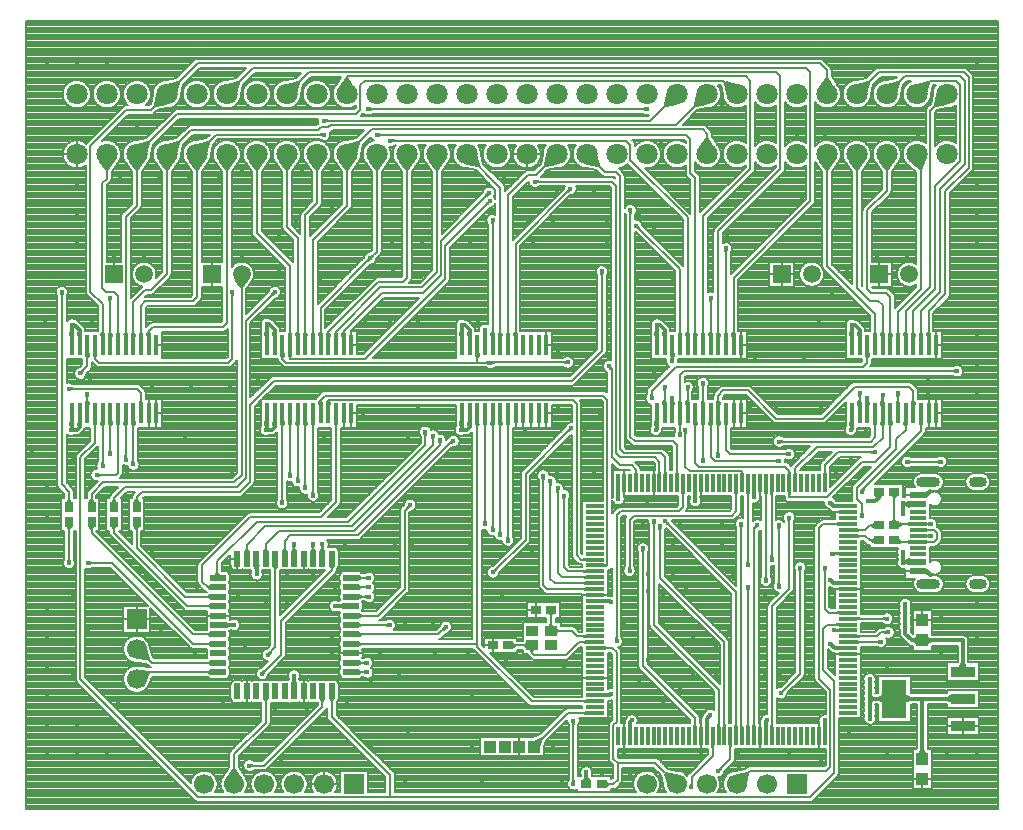
<source format=gbr>
G04 DipTrace 4.0.0.5*
G04 1 - Top.gbr*
%MOIN*%
G04 #@! TF.FileFunction,Copper,L1,Top*
G04 #@! TF.Part,Single*
%AMOUTLINE0*
4,1,28,
0.005709,-0.026969,
-0.005709,-0.026969,
-0.007135,-0.026781,
-0.008465,-0.02623,
-0.009606,-0.025354,
-0.010482,-0.024213,
-0.011033,-0.022883,
-0.01122,-0.021457,
-0.01122,0.021457,
-0.011033,0.022883,
-0.010482,0.024213,
-0.009606,0.025354,
-0.008465,0.02623,
-0.007135,0.026781,
-0.005709,0.026969,
0.005709,0.026969,
0.007135,0.026781,
0.008465,0.02623,
0.009606,0.025354,
0.010482,0.024213,
0.011033,0.022883,
0.01122,0.021457,
0.01122,-0.021457,
0.011033,-0.022883,
0.010482,-0.024213,
0.009606,-0.025354,
0.008465,-0.02623,
0.007135,-0.026781,
0.005709,-0.026969,
0*%
%AMOUTLINE3*
4,1,28,
0.026969,0.005709,
0.026969,-0.005709,
0.026781,-0.007135,
0.02623,-0.008465,
0.025354,-0.009606,
0.024213,-0.010482,
0.022883,-0.011033,
0.021457,-0.01122,
-0.021457,-0.01122,
-0.022883,-0.011033,
-0.024213,-0.010482,
-0.025354,-0.009606,
-0.02623,-0.008465,
-0.026781,-0.007135,
-0.026969,-0.005709,
-0.026969,0.005709,
-0.026781,0.007135,
-0.02623,0.008465,
-0.025354,0.009606,
-0.024213,0.010482,
-0.022883,0.011033,
-0.021457,0.01122,
0.021457,0.01122,
0.022883,0.011033,
0.024213,0.010482,
0.025354,0.009606,
0.02623,0.008465,
0.026781,0.007135,
0.026969,0.005709,
0*%
%AMOUTLINE6*
4,1,28,
-0.005709,0.026969,
0.005709,0.026969,
0.007135,0.026781,
0.008465,0.02623,
0.009606,0.025354,
0.010482,0.024213,
0.011033,0.022883,
0.01122,0.021457,
0.01122,-0.021457,
0.011033,-0.022883,
0.010482,-0.024213,
0.009606,-0.025354,
0.008465,-0.02623,
0.007135,-0.026781,
0.005709,-0.026969,
-0.005709,-0.026969,
-0.007135,-0.026781,
-0.008465,-0.02623,
-0.009606,-0.025354,
-0.010482,-0.024213,
-0.011033,-0.022883,
-0.01122,-0.021457,
-0.01122,0.021457,
-0.011033,0.022883,
-0.010482,0.024213,
-0.009606,0.025354,
-0.008465,0.02623,
-0.007135,0.026781,
-0.005709,0.026969,
0*%
%AMOUTLINE9*
4,1,28,
-0.026969,-0.005709,
-0.026969,0.005709,
-0.026781,0.007135,
-0.02623,0.008465,
-0.025354,0.009606,
-0.024213,0.010482,
-0.022883,0.011033,
-0.021457,0.01122,
0.021457,0.01122,
0.022883,0.011033,
0.024213,0.010482,
0.025354,0.009606,
0.02623,0.008465,
0.026781,0.007135,
0.026969,0.005709,
0.026969,-0.005709,
0.026781,-0.007135,
0.02623,-0.008465,
0.025354,-0.009606,
0.024213,-0.010482,
0.022883,-0.011033,
0.021457,-0.01122,
-0.021457,-0.01122,
-0.022883,-0.011033,
-0.024213,-0.010482,
-0.025354,-0.009606,
-0.02623,-0.008465,
-0.026781,-0.007135,
-0.026969,-0.005709,
0*%
G04 #@! TA.AperFunction,Conductor*
%ADD15C,0.011811*%
G04 #@! TA.AperFunction,CopperBalancing*
%ADD17C,0.007874*%
%ADD18R,0.035433X0.027559*%
%ADD19R,0.03937X0.043307*%
%ADD20R,0.027559X0.035433*%
G04 #@! TA.AperFunction,ComponentPad*
%ADD21C,0.059055*%
%ADD22R,0.059055X0.059055*%
%ADD23R,0.03937X0.03937*%
%ADD24C,0.070866*%
%ADD25R,0.057087X0.011811*%
%ADD26R,0.057087X0.023622*%
G04 #@! TA.AperFunction,ComponentPad*
%ADD27O,0.07874X0.035433*%
%ADD28O,0.059055X0.035433*%
%ADD29R,0.066929X0.066929*%
%ADD30C,0.066929*%
%ADD31R,0.062992X0.011811*%
%ADD32R,0.011811X0.062992*%
%ADD33R,0.084646X0.037402*%
%ADD34R,0.084646X0.127953*%
%ADD35R,0.015748X0.070866*%
%ADD37R,0.03937X0.035433*%
G04 #@! TA.AperFunction,ViaPad*
%ADD38C,0.017717*%
%ADD85OUTLINE0*%
%ADD88OUTLINE3*%
%ADD91OUTLINE6*%
%ADD94OUTLINE9*%
%FSLAX26Y26*%
G04*
G70*
G90*
G75*
G01*
G04 Top*
%LPD*%
G36*
X3494154Y796991D2*
X3505965Y802896D1*
X3510197D1*
Y779274D1*
X3505965D1*
X3494154Y785180D1*
Y796991D1*
G37*
G36*
X3374075Y785180D2*
X3362264Y779274D1*
X3358031D1*
Y802896D1*
X3362264D1*
X3374075Y796991D1*
Y785180D1*
G37*
X3548287Y791085D2*
D15*
X3412451D1*
X3319941D1*
G36*
X3418357Y623428D2*
X3424262Y611617D1*
Y609451D1*
X3400640D1*
Y611617D1*
X3406546Y623428D1*
X3418357D1*
G37*
X3412451Y589963D2*
D15*
Y791085D1*
G36*
X3265807Y796991D2*
X3277618Y802896D1*
X3281850D1*
Y779274D1*
X3277618D1*
X3265807Y785180D1*
Y796991D1*
G37*
G36*
X3238713Y794060D2*
X3232678Y792786D1*
X3237450Y800249D1*
X3243332Y806425D1*
X3244138Y806058D1*
X3249831Y795856D1*
X3238713Y794060D1*
G37*
X3319941Y791085D2*
D15*
X3246614D1*
X3244618Y793081D1*
X3237450Y800249D1*
G36*
X3249910Y786044D2*
X3246124Y783294D1*
X3245400Y782784D1*
X3235103Y789695D1*
X3235827Y790206D1*
X3238713Y792177D1*
X3249910Y786044D1*
G37*
X3244618Y793081D2*
D15*
Y788665D1*
X3237450Y781497D1*
G36*
X3231545Y842324D2*
X3231249Y850171D1*
Y851057D1*
X3243651D1*
Y850171D1*
X3243356Y842324D1*
X3231545D1*
G37*
G36*
X3243356Y739421D2*
X3243651Y731574D1*
Y730688D1*
X3231249D1*
Y731574D1*
X3231545Y739421D1*
X3243356D1*
G37*
G36*
Y851923D2*
X3243651Y844075D1*
Y843190D1*
X3231249D1*
Y844075D1*
X3231545Y851923D1*
X3243356D1*
G37*
G36*
X3231545Y823576D2*
X3231249Y831423D1*
Y832309D1*
X3243651D1*
Y831423D1*
X3243356Y823576D1*
X3231545D1*
G37*
G36*
X3243356Y833173D2*
X3243651Y825326D1*
Y824440D1*
X3231249D1*
Y825326D1*
X3231545Y833173D1*
X3243356D1*
G37*
G36*
X3231545Y804827D2*
X3231249Y812674D1*
Y813560D1*
X3243651D1*
Y812674D1*
X3243356Y804827D1*
X3231545D1*
G37*
G36*
X3243356Y814423D2*
X3243651Y806575D1*
Y805690D1*
X3231249D1*
Y806575D1*
X3231545Y814423D1*
X3243356D1*
G37*
G36*
X3231545Y786076D2*
X3231249Y793923D1*
Y794809D1*
X3243651D1*
Y793923D1*
X3243356Y786076D1*
X3231545D1*
G37*
G36*
X3243356Y795671D2*
X3243651Y787823D1*
Y786938D1*
X3231249D1*
Y787823D1*
X3231545Y795671D1*
X3243356D1*
G37*
G36*
X3231545Y767324D2*
X3231249Y775171D1*
Y776057D1*
X3243651D1*
Y775171D1*
X3243356Y767324D1*
X3231545D1*
G37*
G36*
X3243356Y776921D2*
X3243651Y769074D1*
Y768188D1*
X3231249D1*
Y769074D1*
X3231545Y776921D1*
X3243356D1*
G37*
G36*
X3231545Y748575D2*
X3231249Y756422D1*
Y757308D1*
X3243651D1*
Y756422D1*
X3243356Y748575D1*
X3231545D1*
G37*
G36*
X3243356Y758171D2*
X3243651Y750323D1*
Y749438D1*
X3231249D1*
Y750323D1*
X3231545Y758171D1*
X3243356D1*
G37*
G36*
X3231545Y729824D2*
X3231249Y737671D1*
Y738557D1*
X3243651D1*
Y737671D1*
X3243356Y729824D1*
X3231545D1*
G37*
X3237450Y856497D2*
D15*
Y725248D1*
G36*
X3112048Y961052D2*
X3106291Y966392D1*
X3105664Y967018D1*
X3114434Y975787D1*
X3115060Y975161D1*
X3120400Y969403D1*
X3112048Y961052D1*
G37*
X3164584Y959938D2*
D15*
X3121513D1*
X3106202Y975249D1*
G36*
X3113956Y1171732D2*
X3106305Y1178890D1*
X3105786Y1179608D1*
X3114541Y1188392D1*
X3115060Y1187674D1*
X3117513Y1182379D1*
X3113956Y1171732D1*
G37*
X3164584Y1176474D2*
D15*
X3117476D1*
X3106202Y1187748D1*
G36*
X3259171Y1461272D2*
X3256222Y1467719D1*
X3256225Y1469097D1*
X3277273D1*
X3277270Y1467719D1*
X3273042Y1458611D1*
X3259171Y1461272D1*
G37*
G36*
X3245374Y1444344D2*
X3237527Y1444049D1*
X3236641D1*
Y1456450D1*
X3237527D1*
X3245374Y1456155D1*
Y1444344D1*
G37*
X3268110Y1481499D2*
D15*
Y1461860D1*
X3256500Y1450249D1*
X3231201D1*
G36*
X3114231Y1427690D2*
X3106157Y1435141D1*
X3105642Y1435861D1*
X3114543Y1444497D1*
X3115058Y1443776D1*
X3117475Y1438285D1*
X3114231Y1427690D1*
G37*
X3164584Y1432379D2*
D15*
X3117822D1*
X3106202Y1443999D1*
G36*
X2404741Y1470603D2*
X2405634Y1463295D1*
X2405706Y1462412D1*
X2393343Y1461435D1*
X2393271Y1462317D1*
X2392930Y1470603D1*
X2404741D1*
G37*
X2398836Y1509151D2*
D15*
Y1457615D1*
X2399951Y1456500D1*
G36*
X2660647Y1464302D2*
X2661715Y1457182D1*
X2661809Y1456301D1*
X2649474Y1455020D1*
X2649380Y1455901D1*
X2648836Y1464302D1*
X2660647D1*
G37*
X2654741Y1509151D2*
D15*
Y1451709D1*
X2656201Y1450249D1*
G36*
X2857497Y1476886D2*
X2857335Y1468711D1*
X2857283Y1467827D1*
X2844902Y1468535D1*
X2844954Y1469419D1*
X2845686Y1476886D1*
X2857497D1*
G37*
X2851592Y1509151D2*
D15*
Y1463558D1*
X2850783Y1462749D1*
G36*
X3081907Y704833D2*
X3081414Y712517D1*
X3081391Y713402D1*
X3093788Y713718D1*
X3093811Y712833D1*
X3093718Y704833D1*
X3081907D1*
G37*
X3087812Y666631D2*
D15*
Y718638D1*
X3087451Y718999D1*
G36*
X2885056Y705259D2*
X2886383Y714007D1*
X2886563Y714874D1*
X2898725Y712450D1*
X2898545Y711582D1*
X2896867Y705259D1*
X2885056D1*
G37*
X2890962Y666631D2*
D15*
Y716260D1*
X2893701Y718999D1*
G36*
X2692003Y731604D2*
X2697343Y737362D1*
X2697969Y737988D1*
X2706739Y729219D1*
X2706112Y728592D1*
X2700355Y723252D1*
X2692003Y731604D1*
G37*
X2694112Y666631D2*
D15*
Y725361D1*
X2706201Y737450D1*
G36*
X2432301Y706737D2*
X2435456Y715762D1*
X2435853Y716554D1*
X2447170Y711482D1*
X2446773Y710690D1*
X2444112Y706737D1*
X2432301D1*
G37*
X2438206Y666631D2*
D15*
Y713503D1*
X2443702Y718999D1*
G36*
X2361752Y808364D2*
X2367086Y810576D1*
X2367928Y810850D1*
X2371559Y798992D1*
X2370716Y798718D1*
X2361752Y796552D1*
Y808364D1*
G37*
X2322064Y802458D2*
D15*
X2370909D1*
X2374950Y806499D1*
G36*
X2362108Y1123324D2*
X2371124Y1120738D1*
X2371949Y1120413D1*
X2367710Y1108758D1*
X2366886Y1109083D1*
X2362108Y1111513D1*
Y1123324D1*
G37*
X2322064Y1117419D2*
D15*
X2370280D1*
X2374950Y1112748D1*
G36*
X572047Y1695077D2*
X570079Y1706888D1*
X577953Y1742322D1*
X585827Y1710432D1*
Y1706888D1*
X583858Y1695077D1*
X572047D1*
G37*
G36*
X583858Y1701397D2*
X582365Y1692594D1*
X582167Y1691731D1*
X570055Y1694395D1*
X570253Y1695259D1*
X572047Y1701397D1*
X583858D1*
G37*
X577953Y1742322D2*
D15*
Y1690751D1*
X574950Y1687748D1*
G36*
X597638Y1697589D2*
X595669Y1706888D1*
Y1710432D1*
X611417D1*
Y1706888D1*
X609449Y1697589D1*
X597638D1*
G37*
G36*
X589123Y1681843D2*
X581276Y1681547D1*
X580390D1*
Y1693949D1*
X581276D1*
X589123Y1693654D1*
Y1681843D1*
G37*
X603543Y1742322D2*
D15*
Y1697589D1*
X593702Y1687748D1*
X574950D1*
G36*
X1222047Y1695077D2*
X1220079Y1706888D1*
Y1710432D1*
X1227953Y1742322D1*
X1235827Y1706888D1*
X1233858Y1695077D1*
X1222047D1*
G37*
G36*
X1233858Y1701397D2*
X1232365Y1692594D1*
X1232167Y1691731D1*
X1220055Y1694395D1*
X1220253Y1695259D1*
X1222047Y1701397D1*
X1233858D1*
G37*
X1227953Y1742322D2*
D15*
Y1690751D1*
X1224950Y1687748D1*
G36*
X1247638Y1697591D2*
X1245669Y1706888D1*
X1253543Y1742322D1*
X1261417Y1710432D1*
Y1706888D1*
X1259449Y1697591D1*
X1247638D1*
G37*
G36*
X1239123Y1681843D2*
X1231276Y1681547D1*
X1230390D1*
Y1693949D1*
X1231276D1*
X1239123Y1693654D1*
Y1681843D1*
G37*
X1253543Y1742322D2*
D15*
Y1697591D1*
X1243701Y1687748D1*
X1224950D1*
G36*
X1872047Y1695077D2*
X1870079Y1706888D1*
Y1710432D1*
X1877953Y1742322D1*
X1885827Y1706888D1*
X1883858Y1695077D1*
X1872047D1*
G37*
G36*
X1883858Y1701396D2*
X1882364Y1692593D1*
X1882166Y1691730D1*
X1870054Y1694396D1*
X1870253Y1695259D1*
X1872047Y1701396D1*
X1883858D1*
G37*
X1877953Y1742322D2*
D15*
Y1690752D1*
X1874949Y1687748D1*
G36*
X1897638Y1697591D2*
X1895669Y1706888D1*
X1903543Y1742322D1*
X1911417Y1710432D1*
Y1706888D1*
X1909449Y1697591D1*
X1897638D1*
G37*
G36*
X1889122Y1681843D2*
X1881275Y1681547D1*
X1880389D1*
Y1693949D1*
X1881275D1*
X1889122Y1693654D1*
Y1681843D1*
G37*
X1903543Y1742322D2*
D15*
Y1697591D1*
X1893701Y1687748D1*
X1874949D1*
G36*
X2522047Y1695077D2*
X2520079Y1706888D1*
Y1710432D1*
X2527953Y1742322D1*
X2535827Y1706888D1*
X2533858Y1695077D1*
X2522047D1*
G37*
G36*
X2533858Y1701396D2*
X2532364Y1692593D1*
X2532166Y1691730D1*
X2520054Y1694396D1*
X2520253Y1695259D1*
X2522047Y1701396D1*
X2533858D1*
G37*
X2527953Y1742322D2*
D15*
Y1690752D1*
X2524949Y1687748D1*
G36*
X3172046Y1695077D2*
X3170077Y1706888D1*
X3177951Y1742322D1*
X3185825Y1710432D1*
Y1706888D1*
X3183857Y1695077D1*
X3172046D1*
G37*
G36*
X3183857Y1701398D2*
X3182366Y1692596D1*
X3182167Y1691732D1*
X3170055Y1694394D1*
X3170253Y1695258D1*
X3172046Y1701398D1*
X3183857D1*
G37*
X3177951Y1742322D2*
D15*
Y1690748D1*
X3174951Y1687748D1*
G36*
X2299016Y532089D2*
X2304921Y520278D1*
Y518900D1*
X2281299D1*
Y520278D1*
X2287205Y532089D1*
X2299016D1*
G37*
G36*
X2292518Y537378D2*
X2288956Y538032D1*
X2299014Y544742D1*
X2292518Y537378D1*
G37*
X2292218Y545483D2*
D15*
X2293110Y544591D1*
Y506499D1*
G36*
X1470373Y1094045D2*
X1462526Y1093749D1*
X1461640D1*
Y1106151D1*
X1462526D1*
X1470373Y1105856D1*
Y1094045D1*
G37*
G36*
X1470126Y1105856D2*
X1485694Y1111081D1*
X1488391Y1111111D1*
X1488502Y1089208D1*
X1485806Y1089177D1*
X1470126Y1094045D1*
Y1105856D1*
G37*
X1456199Y1099950D2*
D15*
X1508709D1*
X1508906Y1100147D1*
G36*
X1199606Y1220374D2*
X1199902Y1212527D1*
Y1211641D1*
X1187500D1*
Y1212527D1*
X1187795Y1220374D1*
X1199606D1*
G37*
G36*
X1187795Y1219832D2*
X1182087Y1235232D1*
X1181971Y1237926D1*
X1203866Y1238379D1*
X1203981Y1235684D1*
X1199606Y1219832D1*
X1187795D1*
G37*
X1193701Y1206201D2*
D15*
Y1257871D1*
X1192961Y1258612D1*
G36*
X1104528Y1043357D2*
X1112375Y1043652D1*
X1113261D1*
Y1031251D1*
X1112375D1*
X1104528Y1031546D1*
Y1043357D1*
G37*
G36*
X1104772Y1031546D2*
X1089240Y1026234D1*
X1086544Y1026187D1*
X1086364Y1048088D1*
X1089060Y1048135D1*
X1104772Y1043357D1*
Y1031546D1*
G37*
X1118701Y1037451D2*
D15*
X1066289D1*
X1065992Y1037155D1*
G36*
X1312795Y854528D2*
X1312500Y862375D1*
Y863261D1*
X1324902D1*
Y862375D1*
X1324606Y854528D1*
X1312795D1*
G37*
G36*
X1324606Y854478D2*
X1329872Y838928D1*
X1329910Y836232D1*
X1308008Y836086D1*
X1307970Y838783D1*
X1312795Y854478D1*
X1324606D1*
G37*
X1318701Y868701D2*
D15*
Y815942D1*
X1318945Y815698D1*
G36*
X3443948Y979629D2*
X3432136Y973723D1*
X3430168D1*
Y997345D1*
X3432136D1*
X3443948Y991440D1*
Y979629D1*
G37*
G36*
X3554193Y912148D2*
X3560098Y900337D1*
Y898467D1*
X3536476D1*
Y900337D1*
X3542382Y912148D1*
X3554193D1*
G37*
X3412451Y985534D2*
D15*
X3548287D1*
Y881636D1*
G36*
X3362106Y1064423D2*
X3362400Y1056575D1*
Y1055690D1*
X3349999D1*
Y1056575D1*
X3350295Y1064423D1*
X3362106D1*
G37*
G36*
X3350295Y1054528D2*
X3350000Y1062375D1*
Y1063261D1*
X3362402D1*
Y1062375D1*
X3362106Y1054528D1*
X3350295D1*
G37*
X3356199Y1050249D2*
D15*
X3356201D1*
Y1068701D1*
G36*
X3183857Y2017912D2*
X3185825Y2006101D1*
Y2002558D1*
X3177951Y1970668D1*
X3170077Y2006101D1*
X3172046Y2017912D1*
X3183857D1*
G37*
G36*
X3172046Y2023395D2*
X3171751Y2031242D1*
Y2032128D1*
X3184152D1*
Y2031242D1*
X3183857Y2023395D1*
X3172046D1*
G37*
X3177951Y2037568D2*
D15*
Y1970668D1*
G36*
X3209448Y2017912D2*
X3211416Y2006101D1*
Y2002558D1*
X3203542Y1970668D1*
X3195668Y2006101D1*
X3197636Y2017912D1*
X3209448D1*
G37*
G36*
X3186797Y2030052D2*
X3182538Y2029990D1*
X3181666Y2030143D1*
X3184747Y2042155D1*
X3185620Y2042003D1*
X3195148Y2038404D1*
X3186797Y2030052D1*
G37*
X3177951Y2037568D2*
D15*
X3187633D1*
X3203542Y2021659D1*
Y1970668D1*
G36*
X2533858Y2017912D2*
X2535827Y2006101D1*
Y2002558D1*
X2527953Y1970668D1*
X2520079Y2006101D1*
X2522047Y2017912D1*
X2533858D1*
G37*
G36*
X2522047Y2023946D2*
X2521752Y2031793D1*
Y2032679D1*
X2534154D1*
Y2031793D1*
X2533858Y2023946D1*
X2522047D1*
G37*
X2527953Y2038119D2*
D15*
Y1970668D1*
G36*
X2559449Y2017912D2*
X2561417Y2006101D1*
Y2002558D1*
X2553543Y1970668D1*
X2545669Y2006101D1*
X2547638Y2017912D1*
X2559449D1*
G37*
G36*
X2536528Y2030321D2*
X2532344Y2030426D1*
X2531476Y2030605D1*
X2534865Y2042535D1*
X2535733Y2042355D1*
X2544880Y2038673D1*
X2536528Y2030321D1*
G37*
X2527953Y2038119D2*
D15*
X2537081D1*
X2553543Y2021657D1*
Y1970668D1*
G36*
X1883858Y2017912D2*
X1885827Y2006101D1*
Y2002558D1*
X1877953Y1970668D1*
X1870079Y2006101D1*
X1872047Y2017912D1*
X1883858D1*
G37*
G36*
X1872047Y2023062D2*
X1871752Y2030909D1*
Y2031795D1*
X1884154D1*
Y2030909D1*
X1883858Y2023062D1*
X1872047D1*
G37*
X1877953Y2037235D2*
D15*
Y1970668D1*
G36*
X1909449Y2017912D2*
X1911417Y2006101D1*
Y2002558D1*
X1903543Y1970668D1*
X1895669Y2006101D1*
X1897638Y2017912D1*
X1909449D1*
G37*
G36*
X1886957Y2029892D2*
X1882655Y2029728D1*
X1881780Y2029864D1*
X1884677Y2041923D1*
X1885553Y2041786D1*
X1895309Y2038243D1*
X1886957Y2029892D1*
G37*
X1877953Y2037235D2*
D15*
X1887966D1*
X1903543Y2021657D1*
Y1970668D1*
G36*
X1233858Y2017912D2*
X1235827Y2006101D1*
Y2002558D1*
X1227953Y1970668D1*
X1220079Y2006101D1*
X1222047Y2017912D1*
X1233858D1*
G37*
G36*
X1222047Y2027099D2*
X1221603Y2034824D1*
X1221585Y2035710D1*
X1233985Y2035947D1*
X1234002Y2035062D1*
X1233858Y2027099D1*
X1222047D1*
G37*
X1227681Y2041268D2*
D15*
X1227953Y2040996D1*
Y1970668D1*
G36*
X1259449Y2017912D2*
X1261417Y2006101D1*
Y2002558D1*
X1253543Y1970668D1*
X1245669Y2006101D1*
X1247638Y2017912D1*
X1259449D1*
G37*
X1227953Y2040996D2*
D15*
X1234205D1*
X1253543Y2021657D1*
Y1970668D1*
G36*
X583858Y2017912D2*
X585827Y2006101D1*
Y2002558D1*
X577953Y1970668D1*
X570079Y2006101D1*
X572047Y2017912D1*
X583858D1*
G37*
G36*
X572047Y2024430D2*
X571752Y2032278D1*
Y2033163D1*
X584154D1*
Y2032278D1*
X583858Y2024430D1*
X572047D1*
G37*
X577953Y2038604D2*
D15*
Y1970668D1*
G36*
X609449Y2017912D2*
X611417Y2006101D1*
Y2002558D1*
X603543Y1970668D1*
X595669Y2006101D1*
X597638Y2017912D1*
X609449D1*
G37*
G36*
X586391Y2030458D2*
X582126Y2030790D1*
X581265Y2031001D1*
X584988Y2042831D1*
X585848Y2042619D1*
X594743Y2038810D1*
X586391Y2030458D1*
G37*
X577953Y2038604D2*
D15*
X586597D1*
X603543Y2021657D1*
Y1970668D1*
G36*
X3380955Y991440D2*
X3392766Y997345D1*
X3394735D1*
Y973723D1*
X3392766D1*
X3380955Y979629D1*
Y991440D1*
G37*
G36*
X3350295Y1092028D2*
X3350000Y1099875D1*
Y1100761D1*
X3362402D1*
Y1099875D1*
X3362106Y1092028D1*
X3350295D1*
G37*
G36*
Y1054528D2*
X3350000Y1062375D1*
Y1063261D1*
X3362402D1*
Y1062375D1*
X3362106Y1054528D1*
X3350295D1*
G37*
G36*
X3362106Y1082874D2*
X3362402Y1075027D1*
Y1074141D1*
X3350000D1*
Y1075027D1*
X3350295Y1082874D1*
X3362106D1*
G37*
G36*
X3350294Y1036076D2*
X3349999Y1043923D1*
Y1044809D1*
X3362400D1*
Y1043923D1*
X3362105Y1036076D1*
X3350294D1*
G37*
G36*
X3362105Y1064422D2*
X3362400Y1056575D1*
Y1055689D1*
X3349999Y1055690D1*
Y1056576D1*
X3350294Y1064423D1*
X3362105Y1064422D1*
G37*
G36*
X3350295Y1017326D2*
X3349999Y1025174D1*
Y1026059D1*
X3362401Y1026060D1*
Y1025174D1*
X3362106Y1017327D1*
X3350295Y1017326D1*
G37*
G36*
X3362105Y1045673D2*
X3362400Y1037826D1*
Y1036940D1*
X3349999D1*
Y1037826D1*
X3350294Y1045673D1*
X3362105D1*
G37*
G36*
X3350295Y1073278D2*
X3350000Y1081125D1*
Y1082011D1*
X3362402D1*
Y1081125D1*
X3362106Y1073278D1*
X3350295D1*
G37*
G36*
X3362106Y1101625D2*
X3362402Y1093778D1*
Y1092892D1*
X3350000D1*
Y1093778D1*
X3350295Y1101625D1*
X3362106D1*
G37*
X3412451Y985534D2*
D15*
X3376867D1*
X3356201Y1006201D1*
Y1106201D1*
G36*
X3344045Y1429526D2*
X3343749Y1437373D1*
Y1438259D1*
X3356151D1*
Y1437373D1*
X3355856Y1429526D1*
X3344045D1*
G37*
G36*
X3355856Y1420374D2*
X3356151Y1412527D1*
Y1411641D1*
X3343749D1*
Y1412527D1*
X3344045Y1420374D1*
X3355856D1*
G37*
G36*
Y1439126D2*
X3356152Y1431279D1*
Y1430393D1*
X3343751D1*
Y1431279D1*
X3344045Y1439126D1*
X3355856D1*
G37*
G36*
X3344045Y1410780D2*
X3343751Y1418627D1*
Y1419513D1*
X3356152D1*
Y1418627D1*
X3355856Y1410780D1*
X3344045D1*
G37*
X3349950Y1443699D2*
D15*
Y1406201D1*
G36*
X3355856Y1257874D2*
X3356151Y1250027D1*
Y1249141D1*
X3343749D1*
Y1250027D1*
X3344045Y1257874D1*
X3355856D1*
G37*
G36*
X3344045Y1267028D2*
X3343749Y1274875D1*
Y1275761D1*
X3356151D1*
Y1274875D1*
X3355856Y1267028D1*
X3344045D1*
G37*
G36*
Y1248276D2*
X3343749Y1256123D1*
Y1257009D1*
X3356151D1*
Y1256123D1*
X3355856Y1248276D1*
X3344045D1*
G37*
G36*
X3355856Y1276622D2*
X3356151Y1268775D1*
Y1267889D1*
X3343749D1*
Y1268775D1*
X3344045Y1276622D1*
X3355856D1*
G37*
X3349950Y1243701D2*
D15*
Y1281201D1*
G36*
X3356644Y1446063D2*
X3368455Y1451969D1*
X3371310D1*
Y1428346D1*
X3368455D1*
X3356644Y1434252D1*
Y1446063D1*
G37*
G36*
X3363384Y1434252D2*
X3354486Y1436091D1*
X3353633Y1436328D1*
X3356795Y1448320D1*
X3357648Y1448083D1*
X3363384Y1446063D1*
Y1434252D1*
G37*
X3396999Y1440157D2*
D15*
X3353492D1*
X3349950Y1443699D1*
G36*
X3356644Y1253150D2*
X3368455Y1259055D1*
X3371310D1*
Y1235433D1*
X3368455D1*
X3356644Y1241339D1*
Y1253150D1*
G37*
G36*
X3363384Y1241339D2*
X3357648Y1239318D1*
X3356795Y1239081D1*
X3353632Y1251073D1*
X3354486Y1251310D1*
X3363384Y1253150D1*
Y1241339D1*
G37*
X3396999Y1247244D2*
D15*
X3353493D1*
X3349950Y1243701D1*
G36*
X2282694Y1259151D2*
X2290568Y1261119D1*
X2322064Y1255214D1*
X2293718Y1249308D1*
X2290568D1*
X2282694Y1251277D1*
Y1259151D1*
G37*
G36*
X1436614Y1785629D2*
X1440551Y1777755D1*
Y1774211D1*
X1432677Y1742322D1*
X1424803Y1777755D1*
X1428740Y1785629D1*
X1436614D1*
G37*
X2322064Y1255214D2*
D17*
X2274634D1*
X2260856Y1268992D1*
Y1773816D1*
X2247075Y1787597D1*
X1432677D1*
Y1742322D1*
G36*
X2361434Y1231592D2*
X2353560Y1229623D1*
X2350411D1*
X2322064Y1235529D1*
X2353560Y1241434D1*
X2361434Y1239466D1*
Y1231592D1*
G37*
G36*
X1411024Y1785629D2*
X1414961Y1777755D1*
Y1774211D1*
X1407087Y1742322D1*
X1399213Y1777755D1*
X1403150Y1785629D1*
X1411024D1*
G37*
X2322064Y1235529D2*
D17*
X2363406D1*
Y1787598D1*
X2349627Y1801377D1*
X1420867D1*
X1407087Y1787596D1*
Y1742322D1*
G36*
X2215311Y1454513D2*
X2213047Y1462360D1*
Y1463246D1*
X2225449D1*
Y1462360D1*
X2223185Y1454513D1*
X2215311D1*
G37*
G36*
X2282694Y1219781D2*
X2290568Y1221749D1*
X2322064Y1215844D1*
X2293718Y1209938D1*
X2290568D1*
X2282694Y1211907D1*
Y1219781D1*
G37*
X2219248Y1468686D2*
D17*
Y1229625D1*
X2233029Y1215844D1*
X2322064D1*
G36*
X1385433Y1482860D2*
X1387697Y1475012D1*
Y1474127D1*
X1375295D1*
Y1475012D1*
X1377559Y1482860D1*
X1385433D1*
G37*
G36*
X1377559Y1699014D2*
X1373622Y1706888D1*
X1381496Y1742322D1*
X1389370Y1710432D1*
Y1706888D1*
X1385433Y1699014D1*
X1377559D1*
G37*
X1381496Y1468686D2*
D17*
Y1742322D1*
G36*
X2192912Y1478475D2*
X2190648Y1486322D1*
Y1487208D1*
X2203050D1*
Y1486322D1*
X2200786Y1478475D1*
X2192912D1*
G37*
G36*
X2282694Y1200096D2*
X2290568Y1202064D1*
X2322064Y1196159D1*
X2293718Y1190253D1*
X2290568D1*
X2282694Y1192222D1*
Y1200096D1*
G37*
X2196849Y1492648D2*
D17*
Y1209940D1*
X2210630Y1196159D1*
X2322064D1*
G36*
X1359844Y1506822D2*
X1362108Y1498974D1*
Y1498089D1*
X1349706D1*
Y1498974D1*
X1351970Y1506822D1*
X1359844D1*
G37*
G36*
X1351970Y1699014D2*
X1348033Y1706888D1*
Y1710432D1*
X1355906Y1742322D1*
X1363781Y1706888D1*
X1359844Y1699014D1*
X1351970D1*
G37*
X1355907Y1492648D2*
D17*
Y1742322D1*
X1355906D1*
G36*
X2169293Y1502093D2*
X2167029Y1509940D1*
Y1510826D1*
X2179430D1*
Y1509940D1*
X2177167Y1502093D1*
X2169293D1*
G37*
G36*
X2282694Y1180411D2*
X2290568Y1182379D1*
X2322064Y1176474D1*
X2293718Y1170568D1*
X2290568D1*
X2282694Y1172537D1*
Y1180411D1*
G37*
X2173230Y1516266D2*
D17*
Y1190251D1*
X2187007Y1176474D1*
X2322064D1*
G36*
X1334252Y1530440D2*
X1336516Y1522592D1*
Y1521707D1*
X1324114D1*
Y1522592D1*
X1326378Y1530440D1*
X1334252D1*
G37*
G36*
X1326378Y1699014D2*
X1322441Y1706888D1*
X1330315Y1742322D1*
X1338189Y1710432D1*
Y1706888D1*
X1334252Y1699014D1*
X1326378D1*
G37*
X1330315Y1516266D2*
D17*
Y1742322D1*
G36*
X2145669Y1520794D2*
X2143406Y1528641D1*
Y1529527D1*
X2155807D1*
Y1528641D1*
X2153543Y1520794D1*
X2145669D1*
G37*
G36*
X2282694Y1160726D2*
X2290568Y1162694D1*
X2322064Y1156789D1*
X2293718Y1150883D1*
X2290568D1*
X2282694Y1152852D1*
Y1160726D1*
G37*
X2149606Y1534967D2*
D17*
Y1170570D1*
X2163387Y1156789D1*
X2322064D1*
G36*
X1308661Y1549140D2*
X1310925Y1541293D1*
Y1540407D1*
X1298524D1*
Y1541293D1*
X1300787Y1549140D1*
X1308661D1*
G37*
G36*
X1300787Y1699014D2*
X1296850Y1706888D1*
X1304724Y1742322D1*
X1312598Y1710432D1*
Y1706888D1*
X1308661Y1699014D1*
X1300787D1*
G37*
X1304724Y1534967D2*
D17*
Y1742322D1*
G36*
X2477315Y1278133D2*
X2475051Y1285980D1*
Y1286866D1*
X2487453D1*
Y1285980D1*
X2485189Y1278133D1*
X2477315D1*
G37*
G36*
X2658678Y706001D2*
X2660647Y698127D1*
Y694978D1*
X2654741Y666631D1*
X2648836Y698127D1*
X2650804Y706001D1*
X2658678D1*
G37*
X2481252Y1292306D2*
D17*
Y901806D1*
X2654741Y728316D1*
Y666631D1*
G36*
X1283071Y1457437D2*
X1285335Y1449590D1*
Y1448704D1*
X1272933D1*
Y1449590D1*
X1275197Y1457437D1*
X1283071D1*
G37*
G36*
X1275197Y1699014D2*
X1271260Y1706888D1*
X1279134Y1742322D1*
X1287008Y1710432D1*
Y1706888D1*
X1283071Y1699014D1*
X1275197D1*
G37*
X1279134Y1443264D2*
D17*
Y1742322D1*
G36*
X582131Y1821062D2*
X574284Y1818798D1*
X573398D1*
Y1831199D1*
X574284D1*
X582131Y1828936D1*
Y1821062D1*
G37*
G36*
X812205Y1785629D2*
X816142Y1777755D1*
Y1774211D1*
X808268Y1742322D1*
X800394Y1777755D1*
X804331Y1785629D1*
X812205D1*
G37*
X567958Y1824999D2*
D17*
X794488D1*
X808268Y1811219D1*
Y1742322D1*
G36*
X2709860Y627261D2*
X2707891Y635135D1*
X2713797Y666631D1*
X2719702Y638285D1*
Y635135D1*
X2717734Y627261D1*
X2709860D1*
G37*
G36*
X2649415Y511092D2*
X2649540Y502192D1*
X2649281Y501345D1*
X2637291Y504513D1*
X2637550Y505360D1*
X2641541Y511092D1*
X2649415D1*
G37*
X2713797Y666631D2*
D17*
Y599755D1*
X2645478Y531436D1*
Y497660D1*
X2641929D1*
G36*
X2514980Y1369058D2*
X2512717Y1376905D1*
Y1377791D1*
X2525118D1*
Y1376905D1*
X2522854Y1369058D1*
X2514980D1*
G37*
G36*
X2737419Y706001D2*
X2739387Y698127D1*
Y694978D1*
X2733482Y666631D1*
X2727576Y698127D1*
X2729545Y706001D1*
X2737419D1*
G37*
X2518917Y1383231D2*
D17*
Y1036652D1*
X2733482Y822088D1*
Y666631D1*
G36*
X786614Y1586577D2*
X788878Y1578730D1*
Y1577844D1*
X776476D1*
Y1578730D1*
X778740Y1586577D1*
X786614D1*
G37*
G36*
X778740Y1699014D2*
X774803Y1706888D1*
X782677Y1742322D1*
X790551Y1710432D1*
Y1706888D1*
X786614Y1699014D1*
X778740D1*
G37*
X782677Y1572404D2*
D17*
Y1742322D1*
G36*
X2533681Y1351692D2*
X2531417Y1359539D1*
Y1360425D1*
X2543819D1*
Y1359539D1*
X2541555Y1351692D1*
X2533681D1*
G37*
G36*
X2757104Y706001D2*
X2759072Y698127D1*
Y694978D1*
X2753167Y666631D1*
X2747261Y698127D1*
X2749230Y706001D1*
X2757104D1*
G37*
X2537618Y1365865D2*
D17*
Y1194322D1*
X2753167Y978773D1*
Y666631D1*
G36*
X761024Y1602833D2*
X763287Y1594986D1*
Y1594100D1*
X750886D1*
Y1594986D1*
X753150Y1602833D1*
X761024D1*
G37*
G36*
X753150Y1699014D2*
X749213Y1706888D1*
X757087Y1742322D1*
X764961Y1710432D1*
Y1706888D1*
X761024Y1699014D1*
X753150D1*
G37*
X757087Y1588660D2*
D17*
Y1742322D1*
G36*
X2745306Y557048D2*
X2741358Y549898D1*
X2740731Y549272D1*
X2731962Y558041D1*
X2732589Y558668D1*
X2739738Y562616D1*
X2745306Y557048D1*
G37*
G36*
X2768915Y627261D2*
X2766946Y635135D1*
X2772852Y666631D1*
X2778757Y638285D1*
Y635135D1*
X2776789Y627261D1*
X2768915D1*
G37*
X2732500Y549810D2*
D17*
X2772852Y590161D1*
Y666631D1*
G36*
X674630Y1534043D2*
X666783Y1531780D1*
X665897D1*
Y1544181D1*
X666783D1*
X674630Y1541917D1*
Y1534043D1*
G37*
G36*
X727559Y1699014D2*
X723622Y1706888D1*
X731496Y1742322D1*
X739370Y1710432D1*
Y1706888D1*
X735433Y1699014D1*
X727559D1*
G37*
X660457Y1537980D2*
D17*
X725991D1*
X731496Y1543486D1*
Y1742322D1*
G36*
X2563558Y1370315D2*
X2556409Y1374263D1*
X2555782Y1374889D1*
X2564552Y1383659D1*
X2565178Y1383032D1*
X2569126Y1375883D1*
X2563558Y1370315D1*
G37*
G36*
X2796474Y706001D2*
X2798442Y698127D1*
Y694978D1*
X2792537Y666631D1*
X2786631Y698127D1*
X2788600Y706001D1*
X2796474D1*
G37*
X2556320Y1383121D2*
D17*
X2792537Y1146904D1*
Y666631D1*
G36*
X709841Y1621534D2*
X712105Y1613687D1*
Y1612801D1*
X699703D1*
Y1613687D1*
X701967Y1621534D1*
X709841D1*
G37*
G36*
X701967Y1699014D2*
X698030Y1706888D1*
X705906Y1742322D1*
X713778Y1710432D1*
Y1706888D1*
X709841Y1699014D1*
X701967D1*
G37*
X705904Y1607361D2*
D17*
Y1742322D1*
X705906D1*
G36*
X684252Y1581383D2*
X686516Y1573536D1*
Y1572650D1*
X674114D1*
Y1573536D1*
X676378Y1581383D1*
X684252D1*
G37*
G36*
X676378Y1699014D2*
X672441Y1706888D1*
X680315Y1742322D1*
X688189Y1710432D1*
Y1706888D1*
X684252Y1699014D1*
X676378D1*
G37*
X680315Y1567210D2*
D17*
Y1742322D1*
G36*
X3125214Y1022930D2*
X3133088Y1024899D1*
X3164584Y1018993D1*
X3136238Y1013088D1*
X3133088D1*
X3125214Y1015056D1*
Y1022930D1*
G37*
G36*
X3132496Y1015056D2*
X3124649Y1012794D1*
X3123763D1*
Y1025196D1*
X3124649D1*
X3132496Y1022930D1*
Y1015056D1*
G37*
X3164584Y1018993D2*
D17*
X3118323D1*
Y1018995D1*
G36*
X3125214Y1042615D2*
X3133088Y1044584D1*
X3164584Y1038678D1*
X3136238Y1032773D1*
X3133088D1*
X3125214Y1034741D1*
Y1042615D1*
G37*
G36*
X650787Y1699014D2*
X646850Y1706888D1*
X654724Y1742322D1*
X662598Y1710432D1*
Y1706888D1*
X658661Y1699014D1*
X650787D1*
G37*
X3164584Y1038678D2*
D17*
X3096312D1*
X3082533Y1024899D1*
Y887135D1*
X3119933Y849735D1*
Y545231D1*
X3037894Y463192D1*
X1639289D1*
X999508D1*
X606201Y856499D1*
Y1596648D1*
X654724Y1645172D1*
Y1742322D1*
G36*
X1440992Y780856D2*
X1437055Y789173D1*
Y791870D1*
X1452803D1*
Y789173D1*
X1448866Y780856D1*
X1440992D1*
G37*
X1444929Y815698D2*
D17*
Y729972D1*
X1639289Y535613D1*
Y463192D1*
G36*
X3281350Y1062302D2*
X3289198Y1064566D1*
X3290083D1*
Y1052164D1*
X3289198D1*
X3281350Y1054428D1*
Y1062302D1*
G37*
G36*
X3203954Y1054428D2*
X3196080Y1052457D1*
X3190175Y1058364D1*
X3196080Y1064270D1*
X3203954Y1062302D1*
Y1054428D1*
G37*
X3295524Y1058365D2*
D17*
X3184608D1*
X3184606Y1058364D1*
X3164584D1*
G36*
X625197Y1792125D2*
X622933Y1799972D1*
Y1800858D1*
X635335D1*
Y1799972D1*
X633071Y1792125D1*
X625197D1*
G37*
G36*
X633071Y1785629D2*
X637008Y1777755D1*
Y1774211D1*
X629134Y1742322D1*
X621260Y1777755D1*
X625197Y1785629D1*
X633071D1*
G37*
X629134Y1806298D2*
D17*
Y1742322D1*
G36*
X3001969Y1214281D2*
X2999705Y1222128D1*
Y1223014D1*
X3012106D1*
Y1222128D1*
X3009843Y1214281D1*
X3001969D1*
G37*
G36*
X2953360Y816788D2*
X2949412Y809638D1*
X2948785Y809012D1*
X2940016Y817781D1*
X2940642Y818408D1*
X2947792Y822356D1*
X2953360Y816788D1*
G37*
X3005906Y1228454D2*
D17*
Y874902D1*
X2940554Y809550D1*
G36*
X3083517Y1214281D2*
X3081253Y1222128D1*
Y1223014D1*
X3093655D1*
Y1222128D1*
X3091391Y1214281D1*
X3083517D1*
G37*
G36*
X3125214Y1081986D2*
X3133088Y1083954D1*
X3164584Y1078049D1*
X3136238Y1072143D1*
X3133088D1*
X3125214Y1074112D1*
Y1081986D1*
G37*
X3087454Y1228454D2*
D17*
Y1091825D1*
X3101231Y1078049D1*
X3164584D1*
G36*
X1543748Y875738D2*
X1535431Y871801D1*
X1532734D1*
Y887549D1*
X1535431D1*
X1543748Y883612D1*
Y875738D1*
G37*
G36*
X1548453Y883612D2*
X1556415Y885725D1*
X1557300Y885706D1*
X1557065Y873307D1*
X1556179Y873326D1*
X1548453Y875738D1*
Y883612D1*
G37*
X1508906Y879675D2*
D17*
X1562353D1*
X1562622Y879406D1*
G36*
X1790588Y2549806D2*
X1769722Y2581194D1*
Y2584738D1*
X1819328D1*
Y2581194D1*
X1798462Y2549806D1*
X1790588D1*
G37*
G36*
X1462205Y2013975D2*
X1466142Y2006101D1*
Y2002558D1*
X1458268Y1970668D1*
X1450394Y2006101D1*
X1454331Y2013975D1*
X1462205D1*
G37*
X1794525Y2606499D2*
D17*
Y2213573D1*
X1743701Y2162749D1*
X1606201D1*
X1458268Y2014816D1*
Y1970668D1*
G36*
X762008Y2013975D2*
X764962Y2006101D1*
X764626Y2002574D1*
X757713Y1998220D1*
X749321Y2006101D1*
X754134Y2013975D1*
X762008D1*
G37*
G36*
X790588Y2549806D2*
X769722Y2581194D1*
Y2584738D1*
X819328D1*
Y2581194D1*
X798462Y2549806D1*
X790588D1*
G37*
X757087Y1970668D2*
D17*
X758071D1*
Y2398693D1*
X794525Y2435147D1*
Y2606499D1*
G36*
X837397Y2643803D2*
X829956Y2606853D1*
X827451Y2604348D1*
X792374Y2639424D1*
X794879Y2641930D1*
X831829Y2649371D1*
X837397Y2643803D1*
G37*
G36*
X2757221Y2849371D2*
X2794171Y2841930D1*
X2796676Y2839424D1*
X2761599Y2804348D1*
X2759094Y2806853D1*
X2751653Y2843803D1*
X2757221Y2849371D1*
G37*
X794525Y2606499D2*
D17*
X928383Y2740357D1*
X1526024D1*
X1539803Y2754136D1*
Y2837995D1*
X1553583Y2851774D1*
X2749249D1*
X2794525Y2806499D1*
G36*
X690588Y2549806D2*
X669722Y2581194D1*
Y2584738D1*
X719328D1*
Y2581194D1*
X698462Y2549806D1*
X690588D1*
G37*
G36*
X735433Y2013975D2*
X739370Y2006101D1*
Y2002558D1*
X731496Y1970668D1*
X723622Y2006101D1*
X727559Y2013975D1*
X735433D1*
G37*
X694525Y2606499D2*
D17*
Y2525400D1*
X679331Y2510206D1*
Y2160928D1*
X693110Y2147148D1*
X717718D1*
X731496Y2133370D1*
Y1970668D1*
G36*
X701967Y2114274D2*
X699703Y2122121D1*
Y2123007D1*
X712105D1*
Y2122121D1*
X709841Y2114274D1*
X701967D1*
G37*
G36*
X709841Y2013975D2*
X713778Y2006101D1*
Y2002558D1*
X705906Y1970668D1*
X698030Y2006101D1*
X701967Y2013975D1*
X709841D1*
G37*
X705904Y2128448D2*
D17*
Y1970668D1*
X705906D1*
G36*
X3098462Y2863192D2*
X3119328Y2831803D1*
Y2828260D1*
X3069722D1*
Y2831803D1*
X3090588Y2863192D1*
X3098462D1*
G37*
G36*
X937397Y2843803D2*
X929956Y2806853D1*
X927451Y2804348D1*
X892374Y2839424D1*
X894879Y2841930D1*
X931829Y2849371D1*
X937397Y2843803D1*
G37*
X3094525Y2806499D2*
D17*
Y2886927D1*
X3072126Y2909325D1*
X997352D1*
X894525Y2806499D1*
G36*
X851653Y2769195D2*
X859094Y2806144D1*
X861599Y2808650D1*
X896676Y2773573D1*
X894171Y2771067D1*
X857221Y2763627D1*
X851653Y2769195D1*
G37*
G36*
X684252Y2013975D2*
X688189Y2006101D1*
Y2002558D1*
X680315Y1970668D1*
X672441Y2006101D1*
X676378Y2013975D1*
X684252D1*
G37*
X894525Y2806499D2*
D17*
X842163Y2754136D1*
X760089D1*
X639803Y2633850D1*
Y2148707D1*
X680315Y2108196D1*
Y1970668D1*
G36*
X1109290Y2132975D2*
X1107026Y2140822D1*
Y2141708D1*
X1119428D1*
Y2140822D1*
X1117164Y2132975D1*
X1109290D1*
G37*
G36*
X650787Y1927361D2*
X646850Y1935235D1*
X654724Y1970668D1*
X662598Y1938778D1*
Y1935235D1*
X658661Y1927361D1*
X650787D1*
G37*
X1113227Y2147148D2*
D17*
Y1925390D1*
X1099450Y1911613D1*
X668505D1*
X654724Y1925394D1*
Y1970668D1*
G36*
X1690588Y2549806D2*
X1669722Y2581194D1*
Y2584738D1*
X1719328D1*
Y2581194D1*
X1698462Y2549806D1*
X1690588D1*
G37*
G36*
X1436614Y2013975D2*
X1440551Y2006101D1*
Y2002558D1*
X1432677Y1970668D1*
X1424803Y2006101D1*
X1428740Y2013975D1*
X1436614D1*
G37*
X1694525Y2606499D2*
D17*
Y2194041D1*
X1680744Y2180260D1*
X1598711D1*
X1432677Y2014226D1*
Y1970668D1*
G36*
X1590588Y2549806D2*
X1569722Y2581194D1*
Y2584738D1*
X1619328D1*
Y2581194D1*
X1598462Y2549806D1*
X1590588D1*
G37*
G36*
X1585248Y2266890D2*
X1581300Y2259741D1*
X1580674Y2259114D1*
X1571904Y2267884D1*
X1572531Y2268510D1*
X1579680Y2272458D1*
X1585248Y2266890D1*
G37*
X1594525Y2606499D2*
D17*
Y2281735D1*
X1572442Y2259652D1*
G36*
X1559636Y2252414D2*
X1563584Y2259564D1*
X1564211Y2260190D1*
X1572980Y2251421D1*
X1572354Y2250794D1*
X1565204Y2246846D1*
X1559636Y2252414D1*
G37*
G36*
X1411024Y2013975D2*
X1414961Y2006101D1*
Y2002558D1*
X1407087Y1970668D1*
X1399213Y2006101D1*
X1403150Y2013975D1*
X1411024D1*
G37*
X1572442Y2259652D2*
D17*
X1407087Y2094297D1*
Y1970668D1*
G36*
X2698462Y2663192D2*
X2719328Y2631803D1*
Y2628260D1*
X2669722D1*
Y2631803D1*
X2690588Y2663192D1*
X2698462D1*
G37*
G36*
X1537397Y2643803D2*
X1529956Y2606853D1*
X1527451Y2604348D1*
X1492374Y2639424D1*
X1494879Y2641930D1*
X1531829Y2649371D1*
X1537397Y2643803D1*
G37*
X2694525Y2606499D2*
D17*
Y2675398D1*
X2680747Y2689176D1*
X1577202D1*
X1494525Y2606499D1*
G36*
X1490588Y2549806D2*
X1469722Y2581194D1*
Y2584738D1*
X1519328D1*
Y2581194D1*
X1498462Y2549806D1*
X1490588D1*
G37*
G36*
X1385433Y2013975D2*
X1389370Y2006101D1*
Y2002558D1*
X1381496Y1970668D1*
X1373622Y2006101D1*
X1377559Y2013975D1*
X1385433D1*
G37*
X1494525Y2606499D2*
D17*
Y2433493D1*
X1381496Y2320465D1*
Y1970668D1*
G36*
X1390588Y2549806D2*
X1369722Y2581194D1*
Y2584738D1*
X1419328D1*
Y2581194D1*
X1398462Y2549806D1*
X1390588D1*
G37*
G36*
X1359843Y2013975D2*
X1363780Y2006101D1*
X1355906Y1970668D1*
X1348031Y2002558D1*
Y2006101D1*
X1351969Y2013975D1*
X1359843D1*
G37*
X1394525Y2606499D2*
D17*
Y2442646D1*
X1355906Y2404026D1*
Y1970668D1*
G36*
X1290588Y2549806D2*
X1269722Y2581194D1*
Y2584738D1*
X1319328D1*
Y2581194D1*
X1298462Y2549806D1*
X1290588D1*
G37*
G36*
X1334252Y2013975D2*
X1338189Y2006101D1*
Y2002558D1*
X1330315Y1970668D1*
X1322441Y2006101D1*
X1326378Y2013975D1*
X1334252D1*
G37*
X1294525Y2606499D2*
D17*
Y2363900D1*
X1330315Y2328110D1*
Y1970668D1*
G36*
X1957695Y2442320D2*
X1961643Y2449469D1*
X1962270Y2450096D1*
X1971039Y2441326D1*
X1970413Y2440700D1*
X1963263Y2436752D1*
X1957695Y2442320D1*
G37*
G36*
X1300787Y1927361D2*
X1296850Y1935235D1*
X1304724Y1970668D1*
X1312598Y1938778D1*
Y1935235D1*
X1308661Y1927361D1*
X1300787D1*
G37*
X1970501Y2449558D2*
D17*
X1822656Y2301713D1*
Y2191703D1*
X1556345Y1925392D1*
X1304724D1*
Y1970668D1*
G36*
X1308661Y2013975D2*
X1312598Y2006101D1*
Y2002558D1*
X1304724Y1970668D1*
X1296850Y2006101D1*
X1300787Y2013975D1*
X1308661D1*
G37*
G36*
X1190588Y2549806D2*
X1169722Y2581194D1*
Y2584738D1*
X1219328D1*
Y2581194D1*
X1198462Y2549806D1*
X1190588D1*
G37*
X1304724Y1970668D2*
D17*
Y2235028D1*
X1194525Y2345227D1*
Y2606499D1*
G36*
X1090588Y2549806D2*
X1069722Y2581194D1*
Y2584738D1*
X1119328D1*
Y2581194D1*
X1098462Y2549806D1*
X1090588D1*
G37*
G36*
X837795Y2013975D2*
X841732Y2006101D1*
Y2002558D1*
X833858Y1970668D1*
X825984Y2006101D1*
X829921Y2013975D1*
X837795D1*
G37*
X1094525Y2606499D2*
D17*
Y2043799D1*
X1080744Y2030018D1*
X847636D1*
X833858Y2016240D1*
Y1970668D1*
G36*
X2480350Y2760235D2*
X2488198Y2762499D1*
X2489083D1*
Y2750097D1*
X2488198D1*
X2480350Y2752361D1*
Y2760235D1*
G37*
G36*
X1580621Y2752361D2*
X1572774Y2750097D1*
X1571888D1*
Y2762499D1*
X1572774D1*
X1580621Y2760235D1*
Y2752361D1*
G37*
X2494524Y2756298D2*
D17*
X1566448D1*
G36*
X1404528Y2675762D2*
X1412375Y2678026D1*
X1413261D1*
Y2665625D1*
X1412375D1*
X1404528Y2667888D1*
Y2675762D1*
G37*
G36*
X1037397Y2643803D2*
X1029956Y2606853D1*
X1027451Y2604348D1*
X992374Y2639424D1*
X994879Y2641930D1*
X1031829Y2649371D1*
X1037397Y2643803D1*
G37*
X1418701Y2671825D2*
D17*
X1059852D1*
X994525Y2606499D1*
G36*
X1432912Y2714594D2*
X1425065Y2712331D1*
X1424179D1*
Y2724732D1*
X1425065D1*
X1432912Y2722469D1*
Y2714594D1*
G37*
G36*
X2551653Y2769195D2*
X2559094Y2806144D1*
X2561599Y2808650D1*
X2596676Y2773573D1*
X2594171Y2771067D1*
X2557221Y2763627D1*
X2551653Y2769195D1*
G37*
X1418739Y2718531D2*
D17*
X2506558D1*
X2594525Y2806499D1*
G36*
X990588Y2549806D2*
X969722Y2581194D1*
Y2584738D1*
X1019328D1*
Y2581194D1*
X998462Y2549806D1*
X990588D1*
G37*
G36*
X812205Y2013975D2*
X816142Y2006101D1*
Y2002558D1*
X808268Y1970668D1*
X800394Y2006101D1*
X804331Y2013975D1*
X812205D1*
G37*
X994525Y2606499D2*
D17*
Y2129430D1*
X980743Y2115648D1*
X822047D1*
X808268Y2101869D1*
Y1970668D1*
G36*
X786614Y2013975D2*
X790551Y2006101D1*
Y2002558D1*
X782677Y1970668D1*
X774803Y2006101D1*
X778740Y2013975D1*
X786614D1*
G37*
G36*
X890588Y2549806D2*
X869722Y2581194D1*
Y2584738D1*
X919328D1*
Y2581194D1*
X898462Y2549806D1*
X890588D1*
G37*
X782677Y1970668D2*
D17*
Y2113927D1*
X822100Y2153349D1*
X840849D1*
X894525Y2207025D1*
Y2606499D1*
G36*
X937397Y2643803D2*
X929956Y2606853D1*
X927451Y2604348D1*
X892374Y2639424D1*
X894879Y2641930D1*
X931829Y2649371D1*
X937397Y2643803D1*
G37*
G36*
X2651653Y2769195D2*
X2659094Y2806144D1*
X2661599Y2808650D1*
X2696676Y2773573D1*
X2694171Y2771067D1*
X2657221Y2763627D1*
X2651653Y2769195D1*
G37*
X894525Y2606499D2*
D17*
X975478Y2687451D1*
X1399951D1*
X1408215Y2695715D1*
X1433215D1*
X1440455Y2702955D1*
X2590982D1*
X2694525Y2806499D1*
G36*
X2560253Y1548521D2*
X2562222Y1540647D1*
X2556316Y1509151D1*
X2550411Y1537497D1*
Y1540647D1*
X2552379Y1548521D1*
X2560253D1*
G37*
G36*
X2331829Y2563627D2*
X2294879Y2571067D1*
X2292374Y2573573D1*
X2327451Y2608650D1*
X2329956Y2606144D1*
X2337397Y2569195D1*
X2331829Y2563627D1*
G37*
X2556316Y1509151D2*
D17*
Y1595552D1*
X2542535Y1609333D1*
X2418524D1*
X2404744Y1623113D1*
Y2533747D1*
X2390965Y2547526D1*
X2353497D1*
X2294525Y2606499D1*
G36*
X2435866Y2405514D2*
X2433602Y2413362D1*
Y2414247D1*
X2446004D1*
Y2413362D1*
X2443740Y2405514D1*
X2435866D1*
G37*
G36*
X2599623Y1548521D2*
X2601592Y1540647D1*
Y1537497D1*
X2595686Y1509151D1*
X2589781Y1540647D1*
X2591749Y1548521D1*
X2599623D1*
G37*
X2439803Y2419688D2*
D17*
Y1664451D1*
X2453583Y1650672D1*
X2581907D1*
X2595686Y1636892D1*
Y1509151D1*
G36*
X1031150Y915108D2*
X1039467Y919045D1*
X1042164D1*
Y903297D1*
X1039467D1*
X1031150Y907234D1*
Y915108D1*
G37*
G36*
X831566Y919018D2*
X796669Y923166D1*
X794114Y925326D1*
X824530Y960960D1*
X827086Y958800D1*
X837133Y924585D1*
X831566Y919018D1*
G37*
X1065992Y911171D2*
D17*
X844980D1*
X799652Y956499D1*
X793701D1*
G36*
X1031150Y883612D2*
X1039467Y887549D1*
X1042164D1*
Y871801D1*
X1039467D1*
X1031150Y875738D1*
Y883612D1*
G37*
G36*
X837920Y875738D2*
X825743Y846845D1*
X822833Y845191D1*
X801084Y886688D1*
X803994Y888341D1*
X837920Y883612D1*
Y875738D1*
G37*
X1065992Y879675D2*
D17*
X816877D1*
X793701Y856499D1*
G36*
X2465742Y2355571D2*
X2458593Y2359519D1*
X2457966Y2360145D1*
X2466735Y2368914D1*
X2467362Y2368288D1*
X2471310Y2361139D1*
X2465742Y2355571D1*
G37*
G36*
X2608661Y2013975D2*
X2612598Y2006101D1*
Y2002558D1*
X2604724Y1970668D1*
X2596850Y2006101D1*
X2600787Y2013975D1*
X2608661D1*
G37*
X2458504Y2368377D2*
D17*
X2604724Y2222156D1*
Y1970668D1*
G36*
X1653975Y2647837D2*
X1646128Y2645573D1*
X1645242D1*
Y2657975D1*
X1646128D1*
X1653975Y2655711D1*
Y2647837D1*
G37*
G36*
X2634252Y2013975D2*
X2638189Y2006101D1*
Y2002558D1*
X2630315Y1970668D1*
X2622441Y2006101D1*
X2626378Y2013975D1*
X2634252D1*
G37*
X1639802Y2651774D2*
D17*
X2426024D1*
X2439803Y2637995D1*
Y2586143D1*
X2630315Y2395631D1*
Y1970668D1*
G36*
X1608697Y2666538D2*
X1600850Y2664274D1*
X1599964D1*
Y2676676D1*
X1600850D1*
X1608697Y2674412D1*
Y2666538D1*
G37*
G36*
X2659843Y2013975D2*
X2663780Y2006101D1*
X2655906Y1970668D1*
X2648031Y2002558D1*
Y2006101D1*
X2651969Y2013975D1*
X2659843D1*
G37*
X1594524Y2670475D2*
D17*
X2626025D1*
X2639804Y2656696D1*
Y2543075D1*
X2655906Y2526974D1*
Y1970668D1*
G36*
X2685433Y2013975D2*
X2689370Y2006101D1*
Y2002558D1*
X2681496Y1970668D1*
X2673622Y2006101D1*
X2677559Y2013975D1*
X2685433D1*
G37*
G36*
X1498462Y2863192D2*
X1519328Y2831803D1*
Y2828260D1*
X1469722D1*
Y2831803D1*
X1490588Y2863192D1*
X1498462D1*
G37*
X2681496Y1970668D2*
D17*
Y2400396D1*
X2839803Y2558703D1*
Y2851773D1*
X2826022Y2865554D1*
X1494525D1*
Y2806499D1*
G36*
X2703150Y2114274D2*
X2700886Y2122121D1*
Y2123007D1*
X2713287D1*
Y2122121D1*
X2711024Y2114274D1*
X2703150D1*
G37*
G36*
X2711024Y2013975D2*
X2714961Y2006101D1*
Y2002558D1*
X2707087Y1970668D1*
X2699213Y2006101D1*
X2703150Y2013975D1*
X2711024D1*
G37*
X2707087Y2128448D2*
D17*
Y1970668D1*
G36*
X2736614Y2013975D2*
X2740551Y2006101D1*
Y2002558D1*
X2732677Y1970668D1*
X2724803Y2006101D1*
X2728740Y2013975D1*
X2736614D1*
G37*
G36*
X1337397Y2843803D2*
X1329956Y2806853D1*
X1327451Y2804348D1*
X1292374Y2839424D1*
X1294879Y2841930D1*
X1331829Y2849371D1*
X1337397Y2843803D1*
G37*
X2732677Y1970668D2*
D17*
Y2349513D1*
X2939804Y2556640D1*
Y2865552D1*
X2926024Y2879333D1*
X1367360D1*
X1294525Y2806499D1*
G36*
X2754329Y2277955D2*
X2752066Y2285803D1*
Y2286688D1*
X2764467D1*
Y2285803D1*
X2762203Y2277955D1*
X2754329D1*
G37*
G36*
X2762203Y2013975D2*
X2766140Y2006101D1*
Y2002558D1*
X2758268Y1970668D1*
X2750392Y2006101D1*
X2754329Y2013975D1*
X2762203D1*
G37*
X2758266Y2292129D2*
D17*
Y1970668D1*
X2758268D1*
G36*
X2787795Y2013975D2*
X2791732Y2006101D1*
X2783858Y1970668D1*
X2775984Y2002558D1*
Y2006101D1*
X2779921Y2013975D1*
X2787795D1*
G37*
G36*
X1137397Y2843803D2*
X1129956Y2806853D1*
X1127451Y2804348D1*
X1092374Y2839424D1*
X1094879Y2841930D1*
X1131829Y2849371D1*
X1137397Y2843803D1*
G37*
X2783858Y1970668D2*
D17*
Y2193983D1*
X3039803Y2449928D1*
Y2879333D1*
X3026024Y2893113D1*
X1181139D1*
X1094525Y2806499D1*
G36*
X2549606Y1815747D2*
X2547343Y1823594D1*
Y1824480D1*
X2559744D1*
Y1823594D1*
X2557480Y1815747D1*
X2549606D1*
G37*
G36*
X2557480Y1785629D2*
X2561417Y1777755D1*
Y1774211D1*
X2553543Y1742322D1*
X2545669Y1777755D1*
X2549606Y1785629D1*
X2557480D1*
G37*
X2553543Y1829920D2*
D17*
Y1742322D1*
G36*
X1777264Y1654528D2*
X1775000Y1662375D1*
Y1663261D1*
X1787402D1*
Y1662375D1*
X1785138Y1654528D1*
X1777264D1*
G37*
G36*
X1165402Y1293454D2*
X1169339Y1285137D1*
Y1282440D1*
X1153591D1*
Y1285137D1*
X1157528Y1293454D1*
X1165402D1*
G37*
X1781201Y1668701D2*
D17*
Y1637450D1*
X1510333Y1366583D1*
X1222833D1*
X1161465Y1305214D1*
Y1258612D1*
G36*
X1984251Y1368419D2*
X1986514Y1360571D1*
Y1359686D1*
X1974113D1*
Y1360571D1*
X1976377Y1368419D1*
X1984251D1*
G37*
G36*
X1976377Y1699014D2*
X1972440Y1706888D1*
X1980315Y1742322D1*
X1988188Y1710432D1*
Y1706888D1*
X1984251Y1699014D1*
X1976377D1*
G37*
X1980314Y1354245D2*
D17*
Y1742322D1*
X1980315D1*
G36*
X1386325Y1293454D2*
X1390207Y1284949D1*
X1390167Y1282252D1*
X1374381Y1282579D1*
X1374421Y1285275D1*
X1378451Y1293454D1*
X1386325D1*
G37*
G36*
X1378451Y1291745D2*
X1376188Y1299593D1*
Y1302289D1*
X1388589D1*
Y1299593D1*
X1386325Y1291745D1*
X1378451D1*
G37*
X1382388Y1305919D2*
D17*
Y1258612D1*
X1381937D1*
G36*
X2009843Y2013975D2*
X2013780Y2006101D1*
X2005906Y1970668D1*
X1998031Y2002558D1*
Y2006101D1*
X2001969Y2013975D1*
X2009843D1*
G37*
G36*
X1931829Y2563627D2*
X1894879Y2571067D1*
X1892374Y2573573D1*
X1927451Y2608650D1*
X1929956Y2606144D1*
X1937397Y2569195D1*
X1931829Y2563627D1*
G37*
X2005906Y1970668D2*
D17*
Y2495118D1*
X1894525Y2606499D1*
G36*
X2583071Y1931692D2*
X2585335Y1923844D1*
Y1922959D1*
X2572933D1*
Y1923844D1*
X2575197Y1931692D1*
X2583071D1*
G37*
G36*
X2575197Y1927361D2*
X2571260Y1935235D1*
X2579134Y1970668D1*
X2587008Y1938778D1*
Y1935235D1*
X2583071Y1927361D1*
X2575197D1*
G37*
X2579134Y1917518D2*
D17*
Y1970668D1*
G36*
X1752264Y1667028D2*
X1750000Y1674875D1*
Y1675761D1*
X1762402D1*
Y1674875D1*
X1760138Y1667028D1*
X1752264D1*
G37*
G36*
X1066388Y1213730D2*
X1071224Y1205856D1*
X1071399Y1204747D1*
X1056785D1*
X1056610Y1205856D1*
X1058514Y1213730D1*
X1066388D1*
G37*
X1756201Y1681201D2*
D17*
Y1637451D1*
X1499950Y1381201D1*
X1193702D1*
X1062451Y1249950D1*
Y1198176D1*
X1065992Y1194635D1*
G36*
X3225085Y1778301D2*
X3222822Y1786148D1*
Y1787034D1*
X3235223D1*
Y1786148D1*
X3232959Y1778301D1*
X3225085D1*
G37*
G36*
X3232959Y1785629D2*
X3236896Y1777755D1*
Y1774211D1*
X3229133Y1742322D1*
X3221148Y1777755D1*
X3225085Y1785629D1*
X3232959D1*
G37*
X3229022Y1792474D2*
D17*
Y1742322D1*
X3229133D1*
G36*
X2575197Y1778345D2*
X2572933Y1786192D1*
Y1787078D1*
X2585335D1*
Y1786192D1*
X2583071Y1778345D1*
X2575197D1*
G37*
G36*
X2583071Y1785629D2*
X2587008Y1777755D1*
Y1774211D1*
X2579134Y1742322D1*
X2571260Y1777755D1*
X2575197Y1785629D1*
X2583071D1*
G37*
X2579134Y1792518D2*
D17*
Y1742322D1*
G36*
X3260918Y983560D2*
X3267971Y986656D1*
X3268850Y986768D1*
X3270235Y974445D1*
X3269356Y974332D1*
X3260918Y975686D1*
Y983560D1*
G37*
G36*
X3203954Y975686D2*
X3196080Y973718D1*
X3192930D1*
X3164584Y979623D1*
X3196080Y985529D1*
X3203954Y983560D1*
Y975686D1*
G37*
X3274950Y981201D2*
D17*
X3271348D1*
X3269770Y979623D1*
X3164584D1*
G36*
X2608661Y1683546D2*
X2610925Y1675699D1*
Y1674813D1*
X2598524D1*
Y1675699D1*
X2600787Y1683546D1*
X2608661D1*
G37*
G36*
X2600787Y1699014D2*
X2596850Y1706888D1*
X2604724Y1742322D1*
X2612598Y1710432D1*
Y1706888D1*
X2608661Y1699014D1*
X2600787D1*
G37*
X2604724Y1669373D2*
D17*
Y1742322D1*
G36*
X2948811Y1644762D2*
X2940964Y1642499D1*
X2940078D1*
Y1654900D1*
X2940964D1*
X2948811Y1652636D1*
Y1644762D1*
G37*
G36*
X3250786Y1699014D2*
X3246849Y1706888D1*
X3254723Y1742322D1*
X3262597Y1710432D1*
Y1706888D1*
X3258660Y1699014D1*
X3250786D1*
G37*
X2934638Y1648699D2*
D17*
X3240945D1*
X3254723Y1662478D1*
Y1742322D1*
G36*
X2608661Y1785629D2*
X2612598Y1777755D1*
Y1774211D1*
X2604724Y1742322D1*
X2596850Y1777755D1*
X2600787Y1785629D1*
X2608661D1*
G37*
G36*
X3514803Y1887010D2*
X3522650Y1889274D1*
X3523536D1*
Y1876873D1*
X3522650D1*
X3514803Y1879136D1*
Y1887010D1*
G37*
X2604724Y1742322D2*
D17*
Y1869294D1*
X2618504Y1883073D1*
X3528976D1*
G36*
X3460777Y1585138D2*
X3468624Y1587402D1*
X3469510D1*
Y1575000D1*
X3468624D1*
X3460777Y1577264D1*
Y1585138D1*
G37*
G36*
X3203954Y995371D2*
X3196080Y993403D1*
X3192930D1*
X3164584Y999308D1*
X3196080Y1005214D1*
X3203954Y1003245D1*
Y995371D1*
G37*
G36*
X3376623Y1577264D2*
X3368776Y1575000D1*
X3365627D1*
Y1587402D1*
X3368776D1*
X3376623Y1585138D1*
Y1577264D1*
G37*
G36*
X3285778Y1016387D2*
X3293625Y1018651D1*
X3296775D1*
Y1006249D1*
X3293625D1*
X3285778Y1008513D1*
Y1016387D1*
G37*
X3474950Y1581201D2*
D17*
X3362450D1*
X3299951Y1012450D2*
X3274950D1*
X3261808Y999308D1*
X3164584D1*
G36*
X3276379Y1788432D2*
X3274115Y1796279D1*
Y1797165D1*
X3286517D1*
Y1796279D1*
X3284253Y1788432D1*
X3276379D1*
G37*
G36*
X3284253Y1785629D2*
X3288190Y1777755D1*
X3280314Y1742322D1*
X3272442Y1774211D1*
Y1777755D1*
X3276379Y1785629D1*
X3284253D1*
G37*
X3280316Y1802605D2*
D17*
Y1742322D1*
X3280314D1*
G36*
X2626377Y1815747D2*
X2624113Y1823594D1*
Y1824480D1*
X2636514D1*
Y1823594D1*
X2634251Y1815747D1*
X2626377D1*
G37*
G36*
X2634251Y1785629D2*
X2638188Y1777755D1*
Y1774211D1*
X2630315Y1742322D1*
X2622440Y1777755D1*
X2626377Y1785629D1*
X2634251D1*
G37*
X2630314Y1829920D2*
D17*
Y1742322D1*
X2630315D1*
G36*
X3276377Y1699014D2*
X3272440Y1706888D1*
X3280314Y1742322D1*
X3288188Y1710432D1*
Y1706888D1*
X3284251Y1699014D1*
X3276377D1*
G37*
G36*
X2993324Y1548521D2*
X2995293Y1540647D1*
Y1537497D1*
X2989387Y1509151D1*
X2983482Y1540647D1*
X2985450Y1548521D1*
X2993324D1*
G37*
X3280314Y1742322D2*
D17*
Y1661564D1*
X3249950Y1631201D1*
X3060253D1*
X2989387Y1560335D1*
Y1509151D1*
G36*
X2651969Y1699014D2*
X2648031Y1706888D1*
Y1710432D1*
X2655906Y1742322D1*
X2663780Y1706888D1*
X2659843Y1699014D1*
X2651969D1*
G37*
G36*
X2973639Y1548521D2*
X2975608Y1540647D1*
Y1537497D1*
X2969702Y1509151D1*
X2963797Y1540647D1*
X2965765Y1548521D1*
X2973639D1*
G37*
X2655906Y1742322D2*
D17*
Y1578049D1*
X2669684Y1564270D1*
X2955921D1*
X2969702Y1550490D1*
Y1509151D1*
G36*
X2965765Y1469781D2*
X2963797Y1477655D1*
X2969702Y1509151D1*
X2975608Y1480804D1*
Y1477655D1*
X2973639Y1469781D1*
X2965765D1*
G37*
G36*
X3301967Y1699014D2*
X3298030Y1706888D1*
X3305904Y1742322D1*
X3313778Y1710432D1*
Y1706888D1*
X3309841Y1699014D1*
X3301967D1*
G37*
X2969702Y1509151D2*
D17*
Y1462699D1*
X3093950D1*
X3212451Y1581201D1*
X3256201D1*
X3305904Y1630904D1*
Y1742322D1*
G36*
X2677559Y1829526D2*
X2675295Y1837373D1*
Y1838259D1*
X2687697D1*
Y1837373D1*
X2685433Y1829526D1*
X2677559D1*
G37*
G36*
X2685433Y1785629D2*
X2689370Y1777755D1*
Y1774211D1*
X2681496Y1742322D1*
X2673622Y1777755D1*
X2677559Y1785629D1*
X2685433D1*
G37*
X2681496Y1843699D2*
D17*
Y1742322D1*
G36*
X2805362Y1360530D2*
X2803098Y1368377D1*
Y1369263D1*
X2815500D1*
Y1368377D1*
X2813236Y1360530D1*
X2805362D1*
G37*
G36*
X2813236Y706001D2*
X2814820Y698127D1*
X2815196Y695000D1*
X2806692Y679478D1*
X2806316Y682605D1*
X2805362Y706001D1*
X2813236D1*
G37*
X2809299Y1374703D2*
D17*
Y666631D1*
X2812222D1*
G36*
X3327559Y1795322D2*
X3325295Y1803169D1*
Y1804055D1*
X3337697D1*
Y1803169D1*
X3335433Y1795322D1*
X3327559D1*
G37*
G36*
X3335433Y1785629D2*
X3339370Y1777755D1*
X3331495Y1742322D1*
X3323622Y1774211D1*
Y1777755D1*
X3327559Y1785629D1*
X3335433D1*
G37*
X3331496Y1809495D2*
D17*
Y1742322D1*
X3331495D1*
G36*
X2677559Y1699014D2*
X2673622Y1706888D1*
X2681496Y1742322D1*
X2689370Y1710432D1*
Y1706888D1*
X2685433Y1699014D1*
X2677559D1*
G37*
G36*
X2685433Y1597148D2*
X2687697Y1589301D1*
Y1588415D1*
X2675295D1*
Y1589301D1*
X2677559Y1597148D1*
X2685433D1*
G37*
X2681496Y1742322D2*
D17*
Y1582975D1*
G36*
X2920131Y1586908D2*
X2927978Y1589172D1*
X2928864D1*
Y1576770D1*
X2927978D1*
X2920131Y1579034D1*
Y1586908D1*
G37*
G36*
X2703150Y1699014D2*
X2699213Y1706888D1*
X2707087Y1742322D1*
X2714961Y1710432D1*
Y1706888D1*
X2711024Y1699014D1*
X2703150D1*
G37*
X2934304Y1582971D2*
D17*
X2720866D1*
X2707087Y1596751D1*
Y1742322D1*
G36*
X2930367Y1354967D2*
X2928104Y1362814D1*
Y1363700D1*
X2940505D1*
Y1362814D1*
X2938241Y1354967D1*
X2930367D1*
G37*
G36*
X2938241Y1179518D2*
X2940505Y1171671D1*
Y1170785D1*
X2928104D1*
Y1171671D1*
X2930367Y1179518D1*
X2938241D1*
G37*
X2934304Y1369140D2*
D17*
Y1165345D1*
G36*
X3214785Y1415133D2*
X3217049Y1407285D1*
Y1406400D1*
X3204647D1*
Y1407285D1*
X3206911Y1415133D1*
X3214785D1*
G37*
G36*
X3353148Y1699014D2*
X3349211Y1706888D1*
X3357085Y1742322D1*
X3364959Y1710432D1*
Y1706888D1*
X3361022Y1699014D1*
X3353148D1*
G37*
X3210848Y1400959D2*
D17*
Y1440722D1*
X3193701Y1457869D1*
Y1493701D1*
X3324950Y1624950D1*
Y1656199D1*
X3357085Y1688335D1*
Y1742322D1*
G36*
X2827970Y1151227D2*
X2826265Y1159465D1*
X2826334Y1160348D1*
X2838706Y1159487D1*
X2838636Y1158604D1*
X2835844Y1151227D1*
X2827970D1*
G37*
G36*
X2835844Y706001D2*
X2837812Y698127D1*
Y694978D1*
X2831907Y666631D1*
X2826001Y698127D1*
X2827970Y706001D1*
X2835844D1*
G37*
X2832890Y1165345D2*
D17*
X2831907Y1164362D1*
Y666631D1*
G36*
X2736614Y1615849D2*
X2738878Y1608002D1*
Y1607116D1*
X2726476D1*
Y1608002D1*
X2728740Y1615849D1*
X2736614D1*
G37*
G36*
X2728740Y1699014D2*
X2724803Y1706888D1*
X2732677Y1742322D1*
X2740551Y1710432D1*
Y1706888D1*
X2736614Y1699014D1*
X2728740D1*
G37*
X2732677Y1601676D2*
D17*
Y1742322D1*
G36*
X2849646Y1361761D2*
X2853594Y1368910D1*
X2854220Y1369536D1*
X2862989Y1360767D1*
X2862363Y1360141D1*
X2855213Y1356193D1*
X2849646Y1361761D1*
G37*
G36*
X2855529Y706001D2*
X2857497Y698127D1*
Y694978D1*
X2851592Y666631D1*
X2845686Y698127D1*
X2847655Y706001D1*
X2855529D1*
G37*
X2862451Y1368999D2*
D17*
X2851592Y1358139D1*
Y666631D1*
G36*
X2736614Y1785629D2*
X2740551Y1777755D1*
Y1774211D1*
X2732677Y1742322D1*
X2724803Y1777755D1*
X2728740Y1785629D1*
X2736614D1*
G37*
G36*
X3386613D2*
X3390550Y1777755D1*
Y1774211D1*
X3382676Y1742322D1*
X3374802Y1777755D1*
X3378739Y1785629D1*
X3386613D1*
G37*
X2732677Y1742322D2*
D17*
Y1801724D1*
X2749951Y1818999D1*
X2831201D1*
X2924950Y1725249D1*
X3081308D1*
X3187558Y1831499D1*
X3367318D1*
X3382676Y1816140D1*
Y1742322D1*
G36*
X2954331Y1610530D2*
X2962178Y1612794D1*
X2963064D1*
Y1600392D1*
X2962178D1*
X2954331Y1602656D1*
Y1610530D1*
G37*
G36*
X2754331Y1699014D2*
X2750394Y1706888D1*
X2758268Y1742322D1*
X2766142Y1710432D1*
Y1706888D1*
X2762205Y1699014D1*
X2754331D1*
G37*
X2968504Y1606593D2*
D17*
X2772046D1*
X2758268Y1620371D1*
Y1742322D1*
G36*
X3221297Y1490729D2*
X3220809Y1484138D1*
X3220460Y1483323D1*
X3209334Y1488801D1*
X3209682Y1489615D1*
X3215729Y1496297D1*
X3221297Y1490729D1*
G37*
G36*
X3404329Y1699014D2*
X3400392Y1706888D1*
X3408266Y1742322D1*
X3416140Y1710432D1*
Y1706888D1*
X3412203Y1699014D1*
X3404329D1*
G37*
X3212451Y1481201D2*
D17*
Y1487451D1*
X3408266Y1683266D1*
Y1742322D1*
G36*
X2964567Y1381199D2*
X2962303Y1389047D1*
Y1389932D1*
X2974705D1*
Y1389047D1*
X2972441Y1381199D1*
X2964567D1*
G37*
G36*
X2916339Y706001D2*
X2916554Y698127D1*
X2915909Y695044D1*
X2911786Y692196D1*
X2904758Y698127D1*
X2908465Y706001D1*
X2916339D1*
G37*
X2968504Y1395373D2*
D17*
Y1156979D1*
X2912402Y1100877D1*
Y666631D1*
X2910647D1*
G36*
X3430724Y1204591D2*
X3425542Y1203936D1*
X3424425Y1204319D1*
Y1226882D1*
X3425542Y1226499D1*
X3439075Y1212943D1*
X3430724Y1204591D1*
G37*
X3396999Y1215748D2*
D15*
X3427918D1*
X3438865Y1204801D1*
X3440868D1*
G36*
X3432290Y1467461D2*
X3425542Y1460821D1*
X3424418Y1460458D1*
Y1483103D1*
X3425542Y1483466D1*
X3430784Y1482658D1*
X3432290Y1467461D1*
G37*
X3396999Y1471654D2*
D15*
X3428131D1*
X3438741Y1482263D1*
G36*
X1031150Y1104084D2*
X1039467Y1108021D1*
X1042164D1*
Y1092273D1*
X1039467D1*
X1031150Y1096210D1*
Y1104084D1*
G37*
G36*
X714764Y1355318D2*
X710827Y1363192D1*
Y1364963D1*
X726575D1*
Y1363192D1*
X722638Y1355318D1*
X714764D1*
G37*
X1065992Y1100147D2*
D17*
X962255D1*
X718701Y1343701D1*
Y1380908D1*
G36*
X1241967Y2139910D2*
X1245915Y2147060D1*
X1246542Y2147686D1*
X1255311Y2138917D1*
X1254684Y2138290D1*
X1247535Y2134342D1*
X1241967Y2139910D1*
G37*
G36*
X722638Y1457680D2*
X726575Y1449806D1*
Y1448034D1*
X710827D1*
Y1449806D1*
X714764Y1457680D1*
X722638D1*
G37*
X1254773Y2147148D2*
D17*
X1157480Y2049856D1*
Y1526230D1*
X1128169Y1496919D1*
X755971D1*
X718701Y1459648D1*
Y1432089D1*
G36*
X1031150Y1135580D2*
X1039467Y1139517D1*
X1042164D1*
Y1123769D1*
X1039467D1*
X1031150Y1127706D1*
Y1135580D1*
G37*
G36*
X789764Y1355318D2*
X785827Y1363192D1*
Y1364963D1*
X801575D1*
Y1363192D1*
X797638Y1355318D1*
X789764D1*
G37*
X1065992Y1131643D2*
D17*
X955759D1*
X793701Y1293701D1*
Y1380908D1*
G36*
X2340769Y2201680D2*
X2338505Y2209527D1*
Y2210413D1*
X2350907D1*
Y2209527D1*
X2348643Y2201680D1*
X2340769D1*
G37*
G36*
X797638Y1457680D2*
X801575Y1449806D1*
Y1448034D1*
X785827D1*
Y1449806D1*
X789764Y1457680D1*
X797638D1*
G37*
X2344706Y2215853D2*
D17*
Y1950955D1*
X2244030Y1850280D1*
X1250280D1*
X1171260Y1771260D1*
Y1515009D1*
X1137451Y1481201D1*
X812451D1*
X793701Y1462450D1*
Y1432089D1*
G36*
X1031150Y978100D2*
X1039467Y982037D1*
X1042164D1*
Y966289D1*
X1039467D1*
X1031150Y970226D1*
Y978100D1*
G37*
G36*
X565000Y1355318D2*
X561063Y1363192D1*
Y1364963D1*
X576811D1*
Y1363192D1*
X572874Y1355318D1*
X565000D1*
G37*
G36*
X645374Y1239764D2*
X637527Y1237500D1*
X635755D1*
Y1249902D1*
X637527D1*
X645374Y1247638D1*
Y1239764D1*
G37*
G36*
X572874Y1257874D2*
X575138Y1250027D1*
Y1248255D1*
X562736D1*
Y1250027D1*
X565000Y1257874D1*
X572874D1*
G37*
X1065992Y974163D2*
D17*
X981988D1*
X712450Y1243701D1*
X631201D1*
X568937D2*
Y1380908D1*
X568702D1*
G36*
X540402Y2132975D2*
X538138Y2140822D1*
Y2141708D1*
X550539D1*
Y2140822D1*
X548276Y2132975D1*
X540402D1*
G37*
G36*
X572639Y1457680D2*
X576576Y1449806D1*
Y1448034D1*
X560828D1*
Y1449806D1*
X564765Y1457680D1*
X572639D1*
G37*
X544339Y2147148D2*
D17*
Y1505563D1*
X568702Y1481199D1*
Y1432089D1*
G36*
X1031150Y1009596D2*
X1039467Y1013533D1*
X1042164D1*
Y997785D1*
X1039467D1*
X1031150Y1001722D1*
Y1009596D1*
G37*
G36*
X639764Y1355318D2*
X635827Y1363192D1*
Y1364963D1*
X651575D1*
Y1363192D1*
X647638Y1355318D1*
X639764D1*
G37*
X1065992Y1005659D2*
D17*
X981743D1*
X643701Y1343701D1*
Y1380908D1*
G36*
X647638Y1457680D2*
X651575Y1449806D1*
Y1448034D1*
X635827D1*
Y1449806D1*
X639764Y1457680D1*
X647638D1*
G37*
G36*
X1139764Y2159255D2*
X1123031Y2185412D1*
Y2188365D1*
X1164370D1*
Y2185412D1*
X1147638Y2159255D1*
X1139764D1*
G37*
X643701Y1432089D2*
D17*
Y1473427D1*
X682724Y1512450D1*
X1118701D1*
X1143701Y1537450D1*
Y2206499D1*
G36*
X2282694Y786710D2*
X2290568Y788678D1*
X2322064Y782773D1*
X2293718Y776867D1*
X2290568D1*
X2282694Y778836D1*
Y786710D1*
G37*
G36*
X1925193Y1699014D2*
X1921259Y1706888D1*
X1921260Y1710432D1*
X1929131Y1714762D1*
X1937009Y1706888D1*
X1933067Y1699014D1*
X1925193D1*
G37*
X2322064Y782773D2*
D17*
X2110879D1*
X1929130Y964522D1*
Y974163D1*
Y1720324D1*
X1929134Y1720328D1*
Y1742322D1*
G36*
X1543748Y970226D2*
X1535431Y966289D1*
X1532734D1*
Y982037D1*
X1535431D1*
X1543748Y978100D1*
Y970226D1*
G37*
X1508906Y974163D2*
D17*
X1929130D1*
G36*
X1950787Y2006692D2*
X1948524Y2014539D1*
Y2015425D1*
X1960925D1*
Y2014539D1*
X1958661Y2006692D1*
X1950787D1*
G37*
G36*
X1958661Y2013975D2*
X1962598Y2006101D1*
Y2002558D1*
X1954724Y1970668D1*
X1946850Y2006101D1*
X1950787Y2013975D1*
X1958661D1*
G37*
X1954724Y2020865D2*
D17*
Y1970668D1*
G36*
X3125214Y1278836D2*
X3133088Y1280804D1*
X3164584Y1274899D1*
X3136238Y1268993D1*
X3133088D1*
X3125214Y1270962D1*
Y1278836D1*
G37*
G36*
X3125247Y1270962D2*
X3117400Y1268699D1*
X3116514D1*
Y1281101D1*
X3117400D1*
X3125247Y1278836D1*
Y1270962D1*
G37*
X3164584Y1274899D2*
D17*
X3111073D1*
Y1274900D1*
G36*
X1543748Y1064714D2*
X1535431Y1060777D1*
X1532734D1*
Y1076525D1*
X1535431D1*
X1543748Y1072588D1*
Y1064714D1*
G37*
G36*
X1693395Y1430212D2*
X1697343Y1437362D1*
X1697969Y1437988D1*
X1706739Y1429219D1*
X1706112Y1428592D1*
X1698963Y1424644D1*
X1693395Y1430212D1*
G37*
X1508906Y1068651D2*
D17*
X1599902D1*
X1687451Y1156201D1*
Y1418701D1*
X1706201Y1437450D1*
G36*
X2229348Y1684891D2*
X2233296Y1692040D1*
X2233922Y1692666D1*
X2242691Y1683897D1*
X2242065Y1683271D1*
X2234915Y1679323D1*
X2229348Y1684891D1*
G37*
G36*
X1994007Y1219690D2*
X1990059Y1212540D1*
X1989432Y1211914D1*
X1980663Y1220683D1*
X1981289Y1221309D1*
X1988439Y1225257D1*
X1994007Y1219690D1*
G37*
X2242154Y1692129D2*
D17*
X2090555Y1540530D1*
Y1321806D1*
X1981201Y1212451D1*
G36*
X2619488Y1673900D2*
X2617224Y1681747D1*
Y1682633D1*
X2629626D1*
Y1681747D1*
X2627362Y1673900D1*
X2619488D1*
G37*
G36*
X2816159Y1548521D2*
X2818127Y1540647D1*
Y1537497D1*
X2812222Y1509151D1*
X2806316Y1540647D1*
X2808285Y1548521D1*
X2816159D1*
G37*
X2623425Y1688073D2*
D17*
Y1564270D1*
X2637205Y1550491D1*
X2812222D1*
Y1509151D1*
G36*
X1543748Y1033218D2*
X1535431Y1029281D1*
X1532734D1*
Y1045029D1*
X1535431D1*
X1543748Y1041092D1*
Y1033218D1*
G37*
G36*
X1623283Y1041092D2*
X1630997Y1043518D1*
X1633693Y1043582D1*
X1633953Y1031184D1*
X1631257Y1031120D1*
X1623283Y1033218D1*
Y1041092D1*
G37*
X1637451Y1037451D2*
D17*
X1637155Y1037155D1*
X1508906D1*
G36*
X2440752Y1231302D2*
X2443016Y1223455D1*
Y1222569D1*
X2430614D1*
Y1223455D1*
X2432878Y1231302D1*
X2440752D1*
G37*
G36*
X2788600Y1469781D2*
X2786631Y1477655D1*
X2792537Y1509151D1*
X2798442Y1480804D1*
Y1477655D1*
X2796474Y1469781D1*
X2788600D1*
G37*
X2436815Y1217129D2*
D17*
Y1388152D1*
X2450594Y1401932D1*
X2778756D1*
X2792537Y1415713D1*
Y1509151D1*
G36*
X1812144Y1023963D2*
X1816092Y1031112D1*
X1816719Y1031739D1*
X1825488Y1022969D1*
X1824862Y1022343D1*
X1817712Y1018395D1*
X1812144Y1023963D1*
G37*
G36*
X1543748Y1001722D2*
X1535431Y997785D1*
X1532734D1*
Y1013533D1*
X1535431D1*
X1543748Y1009596D1*
Y1001722D1*
G37*
X1824950Y1031201D2*
D17*
X1799408Y1005659D1*
X1508906D1*
G36*
X2906710Y1469781D2*
X2904741Y1477655D1*
X2910647Y1509151D1*
X2916552Y1480804D1*
Y1477655D1*
X2914584Y1469781D1*
X2906710D1*
G37*
G36*
X2914584Y1269077D2*
X2916848Y1261230D1*
Y1260344D1*
X2904446D1*
Y1261230D1*
X2906710Y1269077D1*
X2914584D1*
G37*
X2910647Y1509151D2*
D17*
Y1254904D1*
G36*
X1543748Y1159202D2*
X1535431Y1155265D1*
X1532734D1*
Y1171013D1*
X1535431D1*
X1543748Y1167076D1*
Y1159202D1*
G37*
G36*
X1554554Y1167076D2*
X1562683Y1168952D1*
X1563568Y1168903D1*
X1562966Y1156516D1*
X1562081Y1156565D1*
X1554554Y1159202D1*
Y1167076D1*
G37*
X1508906Y1163139D2*
D17*
X1568013D1*
X1568701Y1162451D1*
G36*
X2558625Y547143D2*
X2593367Y539962D1*
X2595734Y537595D1*
X2562606Y504467D1*
X2560239Y506833D1*
X2553057Y541576D1*
X2558625Y547143D1*
G37*
G36*
X2361434Y956001D2*
X2353560Y954033D1*
X2350411D1*
X2322064Y959938D1*
X2353560Y965844D1*
X2361434Y963875D1*
Y956001D1*
G37*
X2593702Y506499D2*
D17*
X2522836Y577365D1*
X2396866D1*
X2383087Y591144D1*
Y702688D1*
X2393654Y713255D1*
Y946159D1*
X2379874Y959938D1*
X2322064D1*
G36*
X2369882Y502562D2*
X2362008Y498625D1*
X2360236D1*
Y514373D1*
X2362008D1*
X2369882Y510436D1*
Y502562D1*
G37*
X2396866Y577365D2*
D17*
Y520278D1*
X2383087Y506499D1*
X2344291D1*
G36*
X2827970Y1469781D2*
X2826001Y1477655D1*
X2831907Y1509151D1*
X2837812Y1480804D1*
Y1477655D1*
X2835844Y1469781D1*
X2827970D1*
G37*
G36*
X2835844Y1249978D2*
X2837739Y1241862D1*
X2837692Y1240977D1*
X2825304Y1241551D1*
X2825350Y1242435D1*
X2827970Y1249978D1*
X2835844D1*
G37*
X2831907Y1509151D2*
D17*
Y1235829D1*
X2831252D1*
G36*
X1543748Y1127706D2*
X1535431Y1123769D1*
X1532734D1*
Y1139517D1*
X1535431D1*
X1543748Y1135580D1*
Y1127706D1*
G37*
G36*
X1554539Y1135580D2*
X1562571Y1137596D1*
X1563457Y1137565D1*
X1563070Y1125169D1*
X1562184Y1125200D1*
X1554539Y1127706D1*
Y1135580D1*
G37*
X1508906Y1131643D2*
D17*
X1568259D1*
X1568701Y1131201D1*
G36*
X2887025Y1469781D2*
X2885056Y1477655D1*
X2890962Y1509151D1*
X2896867Y1480804D1*
Y1477655D1*
X2894899Y1469781D1*
X2887025D1*
G37*
G36*
X2894899Y1198822D2*
X2897163Y1190974D1*
Y1190089D1*
X2884761D1*
Y1190974D1*
X2887025Y1198822D1*
X2894899D1*
G37*
X2890962Y1509151D2*
D17*
Y1184648D1*
G36*
X1543748Y907234D2*
X1535431Y903297D1*
X1532734D1*
Y919045D1*
X1535431D1*
X1543748Y915108D1*
Y907234D1*
G37*
G36*
X1548218Y915108D2*
X1556228Y917156D1*
X1557113Y917129D1*
X1556777Y904732D1*
X1555891Y904759D1*
X1548218Y907234D1*
Y915108D1*
G37*
X1508906Y911171D2*
D17*
X1561999D1*
X1562383Y910786D1*
G36*
X3258660Y2013975D2*
X3262597Y2006101D1*
Y2002558D1*
X3254723Y1970668D1*
X3246849Y2006101D1*
X3250786Y2013975D1*
X3258660D1*
G37*
G36*
X3090588Y2549806D2*
X3069722Y2581194D1*
Y2584738D1*
X3119328D1*
Y2581194D1*
X3098462Y2549806D1*
X3090588D1*
G37*
X3254723Y1970668D2*
D17*
Y2073831D1*
X3094525Y2234029D1*
Y2606499D1*
G36*
X3284251Y2013975D2*
X3288188Y2006101D1*
Y2002558D1*
X3280314Y1970668D1*
X3272440Y2006101D1*
X3276377Y2013975D1*
X3284251D1*
G37*
G36*
X3190588Y2549806D2*
X3169722Y2581194D1*
Y2584738D1*
X3219328D1*
Y2581194D1*
X3198462Y2549806D1*
X3190588D1*
G37*
X3280314Y1970668D2*
D17*
Y2103224D1*
X3266535Y2117003D1*
X3239448D1*
X3194525Y2161925D1*
Y2606499D1*
G36*
X3309841Y2013975D2*
X3313778Y2006101D1*
Y2002558D1*
X3305904Y1970668D1*
X3298030Y2006101D1*
X3301967Y2013975D1*
X3309841D1*
G37*
G36*
X3290588Y2549806D2*
X3269722Y2581194D1*
Y2584738D1*
X3319328D1*
Y2581194D1*
X3298462Y2549806D1*
X3290588D1*
G37*
X3305904Y1970668D2*
D17*
Y2130783D1*
X3292125Y2144563D1*
X3243110D1*
X3229331Y2158343D1*
Y2419579D1*
X3294525Y2484773D1*
Y2606499D1*
G36*
X3335432Y2013975D2*
X3339369Y2006101D1*
Y2002558D1*
X3331495Y1970668D1*
X3323621Y2006101D1*
X3327558Y2013975D1*
X3335432D1*
G37*
G36*
X3404135Y2552498D2*
X3376625Y2575920D1*
X3375712Y2579343D1*
X3423827Y2591414D1*
X3424740Y2587990D1*
X3412009Y2552498D1*
X3404135D1*
G37*
X3331495Y1970668D2*
D17*
Y2081791D1*
X3408072Y2158369D1*
Y2585879D1*
X3394525Y2599427D1*
Y2606499D1*
G36*
X3361022Y2013975D2*
X3364959Y2006101D1*
Y2002558D1*
X3357085Y1970668D1*
X3349211Y2006101D1*
X3353148Y2013975D1*
X3361022D1*
G37*
G36*
X3451653Y2769195D2*
X3459094Y2806144D1*
X3461599Y2808650D1*
X3496676Y2773573D1*
X3494171Y2771067D1*
X3457221Y2763627D1*
X3451653Y2769195D1*
G37*
X3357085Y1970668D2*
D17*
Y2082383D1*
X3439803Y2165101D1*
Y2751777D1*
X3494525Y2806499D1*
G36*
X3386613Y2013975D2*
X3390550Y2006101D1*
Y2002558D1*
X3382676Y1970668D1*
X3374802Y2006101D1*
X3378739Y2013975D1*
X3386613D1*
G37*
G36*
X3437397Y2843803D2*
X3429956Y2806853D1*
X3427451Y2804348D1*
X3392374Y2839424D1*
X3394879Y2841930D1*
X3431829Y2849371D1*
X3437397Y2843803D1*
G37*
X3382676Y1970668D2*
D17*
Y2082975D1*
X3456199Y2156499D1*
Y2500249D1*
X3539802Y2583852D1*
Y2837996D1*
X3526024Y2851774D1*
X3439801D1*
X3394525Y2806499D1*
G36*
X3412203Y2013975D2*
X3416140Y2006101D1*
Y2002558D1*
X3408266Y1970668D1*
X3400392Y2006101D1*
X3404329Y2013975D1*
X3412203D1*
G37*
G36*
X3337397Y2843803D2*
X3329956Y2806853D1*
X3327451Y2804348D1*
X3292374Y2839424D1*
X3294879Y2841930D1*
X3331829Y2849371D1*
X3337397Y2843803D1*
G37*
X3408266Y1970668D2*
D17*
Y2083564D1*
X3472537Y2147835D1*
Y2491585D1*
X3553583Y2572631D1*
Y2851773D1*
X3539802Y2865554D1*
X3353580D1*
X3294525Y2806499D1*
G36*
X3437794Y2013975D2*
X3441731Y2006101D1*
Y2002558D1*
X3433857Y1970668D1*
X3425983Y2006101D1*
X3429920Y2013975D1*
X3437794D1*
G37*
G36*
X3237397Y2843803D2*
X3229956Y2806853D1*
X3227451Y2804348D1*
X3192374Y2839424D1*
X3194879Y2841930D1*
X3231829Y2849371D1*
X3237397Y2843803D1*
G37*
X3433857Y1970668D2*
D17*
Y2084156D1*
X3488509Y2138808D1*
Y2482558D1*
X3567545Y2561593D1*
Y2863904D1*
X3552115Y2879333D1*
X3267360D1*
X3194525Y2806499D1*
G36*
X3199606Y1797046D2*
X3197343Y1804893D1*
Y1805779D1*
X3209744D1*
Y1804893D1*
X3207480Y1797046D1*
X3199606D1*
G37*
G36*
X3207480Y1785629D2*
X3211417Y1777755D1*
X3203542Y1742322D1*
X3195669Y1774211D1*
Y1777755D1*
X3199606Y1785629D1*
X3207480D1*
G37*
X3203543Y1811219D2*
D17*
Y1742322D1*
X3203542D1*
G36*
X1801228Y1639310D2*
X1798965Y1647157D1*
Y1648043D1*
X1811366D1*
Y1647157D1*
X1809102Y1639310D1*
X1801228D1*
G37*
G36*
X1228394Y1293454D2*
X1232331Y1285137D1*
Y1282440D1*
X1216583D1*
Y1285137D1*
X1220520Y1293454D1*
X1228394D1*
G37*
X1805165Y1653483D2*
D17*
Y1636415D1*
X1519995Y1351244D1*
X1269995D1*
X1224457Y1305706D1*
Y1258612D1*
G36*
X2514177Y1806692D2*
X2516441Y1798844D1*
Y1797959D1*
X2504039D1*
Y1798844D1*
X2506303Y1806692D1*
X2514177D1*
G37*
G36*
X3225196Y1927361D2*
X3221259Y1935235D1*
X3229133Y1970668D1*
X3237007Y1938778D1*
Y1935235D1*
X3233070Y1927361D1*
X3225196D1*
G37*
X2510240Y1792518D2*
D17*
Y1816490D1*
X2591584Y1897833D1*
X3215354D1*
X3229133Y1911612D1*
Y1970668D1*
G36*
X1834854Y1646673D2*
X1841536Y1652719D1*
X1842350Y1653068D1*
X1847828Y1641942D1*
X1847013Y1641593D1*
X1840422Y1641105D1*
X1834854Y1646673D1*
G37*
G36*
X1291386Y1293454D2*
X1295323Y1285137D1*
Y1282440D1*
X1279575D1*
Y1285137D1*
X1283512Y1293454D1*
X1291386D1*
G37*
X1849950Y1649950D2*
D17*
X1843699D1*
X1531201Y1337451D1*
X1306201D1*
X1287449Y1318699D1*
Y1258612D1*
G36*
X1417370Y1293454D2*
X1421307Y1285137D1*
Y1282440D1*
X1405559D1*
Y1285137D1*
X1409496Y1293454D1*
X1417370D1*
G37*
G36*
X1409496Y1291554D2*
X1407232Y1299401D1*
Y1300287D1*
X1419634D1*
Y1299401D1*
X1417370Y1291554D1*
X1409496D1*
G37*
X1413433Y1305727D2*
D17*
Y1258612D1*
G36*
X2001969Y1699014D2*
X1998031Y1706888D1*
Y1710432D1*
X2005906Y1742322D1*
X2013780Y1706888D1*
X2009843Y1699014D1*
X2001969D1*
G37*
G36*
X2009843Y1351618D2*
X2012268Y1343904D1*
X2012289Y1343018D1*
X1999890Y1342760D1*
X1999870Y1343646D1*
X2001969Y1351618D1*
X2009843D1*
G37*
X2005906Y1742322D2*
D17*
Y1337745D1*
X2006201Y1337450D1*
G36*
X2035433Y2013975D2*
X2039370Y2006101D1*
Y2002558D1*
X2031496Y1970668D1*
X2023622Y2006101D1*
X2027559Y2013975D1*
X2035433D1*
G37*
G36*
X2151653Y2569195D2*
X2159094Y2606144D1*
X2161599Y2608650D1*
X2196676Y2573573D1*
X2194171Y2571067D1*
X2157221Y2563627D1*
X2151653Y2569195D1*
G37*
X2031496Y1970668D2*
D17*
Y2469293D1*
X2099951Y2537748D1*
X2125774D1*
X2194525Y2606499D1*
G36*
X2035433Y1332869D2*
X2037532Y1324896D1*
X2037511Y1324011D1*
X2025112Y1324269D1*
X2025133Y1325155D1*
X2027559Y1332869D1*
X2035433D1*
G37*
G36*
X2027559Y1699014D2*
X2023622Y1706888D1*
X2031496Y1742322D1*
X2039370Y1710432D1*
Y1706888D1*
X2035433Y1699014D1*
X2027559D1*
G37*
X2031201Y1318701D2*
D17*
X2031496D1*
Y1742322D1*
G36*
X1543748Y1190698D2*
X1535431Y1186761D1*
X1532734D1*
Y1202509D1*
X1535431D1*
X1543748Y1198572D1*
Y1190698D1*
G37*
G36*
X1554577Y1198572D2*
X1562798Y1200306D1*
X1563681Y1200239D1*
X1562863Y1187865D1*
X1561979Y1187931D1*
X1554577Y1190698D1*
Y1198572D1*
G37*
X1508906Y1194635D2*
D17*
X1567766D1*
X1568701Y1193701D1*
G36*
X2226997Y2484111D2*
X2230945Y2491260D1*
X2231572Y2491887D1*
X2240341Y2483118D1*
X2239715Y2482491D1*
X2232565Y2478543D1*
X2226997Y2484111D1*
G37*
G36*
X2061024Y2013975D2*
X2064961Y2006101D1*
Y2002558D1*
X2057087Y1970668D1*
X2049213Y2006101D1*
X2053150Y2013975D1*
X2061024D1*
G37*
X2239803Y2491349D2*
D17*
X2057087Y2308633D1*
Y1970668D1*
G36*
X2461828Y1548521D2*
X2463797Y1540647D1*
Y1537497D1*
X2457891Y1509151D1*
X2451986Y1540647D1*
X2453954Y1548521D1*
X2461828D1*
G37*
G36*
X2373248Y1888380D2*
X2367441Y1891182D1*
X2366786Y1891778D1*
X2376787Y1899112D1*
X2377442Y1898515D1*
X2380886Y1892809D1*
X2373248Y1888380D1*
G37*
X2457891Y1509151D2*
D17*
Y1554810D1*
X2443702Y1568999D1*
X2406201D1*
X2377185Y1598014D1*
Y1891466D1*
X2368701Y1899950D1*
G36*
X1959252Y1915550D2*
X1967099Y1917814D1*
X1967985D1*
Y1905412D1*
X1967099D1*
X1959252Y1907676D1*
Y1915550D1*
G37*
G36*
X1275197Y1927361D2*
X1271260Y1935235D1*
X1279134Y1970668D1*
X1287008Y1938778D1*
Y1935235D1*
X1283071Y1927361D1*
X1275197D1*
G37*
X1973425Y1911613D2*
D17*
X1929134D1*
X1292915D1*
X1279134Y1925394D1*
Y1970668D1*
G36*
X618322Y1882827D2*
X614374Y1875678D1*
X613747Y1875051D1*
X604978Y1883821D1*
X605604Y1884447D1*
X612754Y1888395D1*
X618322Y1882827D1*
G37*
G36*
X625197Y1927361D2*
X621260Y1935235D1*
X629134Y1970668D1*
X637008Y1938778D1*
Y1935235D1*
X633071Y1927361D1*
X625197D1*
G37*
X605516Y1875589D2*
D17*
X629134Y1899207D1*
Y1970668D1*
G36*
X1925197Y1927361D2*
X1921260Y1935235D1*
X1929134Y1970668D1*
X1937008Y1938778D1*
Y1935235D1*
X1933071Y1927361D1*
X1925197D1*
G37*
X1929134Y1911613D2*
D17*
Y1970668D1*
G36*
X2217028Y1916388D2*
X2224875Y1918652D1*
X2225761D1*
Y1906251D1*
X2224875D1*
X2217028Y1908514D1*
Y1916388D1*
G37*
G36*
X1987559Y1908514D2*
X1980107Y1905798D1*
X1979224Y1905738D1*
X1978489Y1918118D1*
X1979373Y1918177D1*
X1987559Y1916388D1*
Y1908514D1*
G37*
X2231201Y1912451D2*
D17*
X1973425D1*
Y1911613D1*
G36*
X3242028Y1616388D2*
X3249875Y1618652D1*
X3250761D1*
Y1606251D1*
X3249875D1*
X3242028Y1608514D1*
Y1616388D1*
G37*
G36*
X3091749Y1548521D2*
X3093718Y1540647D1*
Y1537497D1*
X3087812Y1509151D1*
X3081907Y1540647D1*
X3083875Y1548521D1*
X3091749D1*
G37*
X3256201Y1612451D2*
D17*
X3131202D1*
X3087812Y1569062D1*
Y1509151D1*
G36*
X3125214Y1377261D2*
X3133088Y1379230D1*
X3164584Y1373324D1*
X3136238Y1367419D1*
X3133088D1*
X3125214Y1369387D1*
Y1377261D1*
G37*
G36*
X2834347Y541576D2*
X2827165Y506833D1*
X2824799Y504467D1*
X2791670Y537595D1*
X2794037Y539962D1*
X2828779Y547143D1*
X2834347Y541576D1*
G37*
X3164584Y1373324D2*
D17*
X3082531D1*
X3068752Y1359545D1*
Y858001D1*
X3106152Y820601D1*
Y563583D1*
X3092375Y549806D1*
X2837009D1*
X2793702Y506499D1*
G36*
X2397591Y997247D2*
X2399854Y989400D1*
Y988514D1*
X2387453D1*
Y989400D1*
X2389717Y997247D1*
X2397591D1*
G37*
G36*
X2611434Y1469781D2*
X2609466Y1477655D1*
Y1480804D1*
X2615371Y1509151D1*
X2621277Y1477655D1*
X2619308Y1469781D1*
X2611434D1*
G37*
X2393654Y983073D2*
D17*
Y1402373D1*
X2407433Y1416152D1*
X2601592D1*
X2615371Y1429932D1*
Y1509151D1*
G36*
X2253887Y520374D2*
X2256151Y512527D1*
Y511641D1*
X2243749D1*
Y512527D1*
X2246013Y520374D1*
X2253887D1*
G37*
G36*
X2246013Y704528D2*
X2243749Y712375D1*
Y713261D1*
X2256151D1*
Y712375D1*
X2253887Y704528D1*
X2246013D1*
G37*
X2249950Y506201D2*
D17*
Y718701D1*
G36*
X1220520Y780856D2*
X1216583Y789173D1*
Y791870D1*
X1232331D1*
Y789173D1*
X1228394Y780856D1*
X1220520D1*
G37*
G36*
X1122638Y560042D2*
X1142126Y530397D1*
Y527051D1*
X1095276D1*
Y530397D1*
X1114764Y560042D1*
X1122638D1*
G37*
X1224457Y815698D2*
D17*
Y711957D1*
X1118701Y606201D1*
Y506499D1*
G36*
X1440992Y1223769D2*
X1437055Y1232086D1*
Y1234783D1*
X1452803D1*
Y1232086D1*
X1448866Y1223769D1*
X1440992D1*
G37*
G36*
X1225256Y882188D2*
X1221308Y875039D1*
X1218942Y872672D1*
X1210172Y881442D1*
X1212539Y883808D1*
X1219688Y887756D1*
X1225256Y882188D1*
G37*
X1444929Y1258612D2*
D17*
Y1219930D1*
X1274950Y1049951D1*
Y937450D1*
X1212450Y874950D1*
G36*
X1409496Y780856D2*
X1405559Y789173D1*
Y791870D1*
X1421307D1*
Y789173D1*
X1417370Y780856D1*
X1409496D1*
G37*
G36*
X1182874Y564764D2*
X1175027Y562500D1*
X1171680D1*
Y574902D1*
X1175027D1*
X1182874Y572638D1*
Y564764D1*
G37*
X1413433Y815698D2*
D17*
Y763433D1*
X1218701Y568701D1*
X1168701D1*
G36*
X1252016Y1223769D2*
X1248079Y1232086D1*
Y1234783D1*
X1263827D1*
Y1232086D1*
X1259890Y1223769D1*
X1252016D1*
G37*
G36*
X1244007Y944688D2*
X1240059Y937539D1*
X1237692Y935172D1*
X1228923Y943942D1*
X1231289Y946308D1*
X1238439Y950256D1*
X1244007Y944688D1*
G37*
X1255953Y1258612D2*
D17*
Y962202D1*
X1231201Y937450D1*
G36*
X3315354Y1459845D2*
X3311417Y1467719D1*
Y1469097D1*
X3327165D1*
Y1467719D1*
X3323228Y1459845D1*
X3315354D1*
G37*
G36*
X3323228Y1390652D2*
X3327165Y1382778D1*
Y1381400D1*
X3311417D1*
Y1382778D1*
X3315354Y1390652D1*
X3323228D1*
G37*
X3319291Y1481499D2*
D17*
Y1368999D1*
G36*
X3360581Y1377165D2*
X3368455Y1379134D1*
X3396999Y1373228D1*
X3371310Y1367323D1*
X3368455D1*
X3360581Y1369291D1*
Y1377165D1*
G37*
G36*
X3344882Y1369291D2*
X3337008Y1363996D1*
X3335267Y1363668D1*
Y1378596D1*
X3337008Y1378924D1*
X3344882Y1377165D1*
Y1369291D1*
G37*
X3396999Y1373228D2*
D17*
X3323521D1*
X3319291Y1368999D1*
G36*
X3433416Y1329921D2*
X3425542Y1327953D1*
X3422688D1*
X3396999Y1333858D1*
X3425542Y1339764D1*
X3433416Y1337795D1*
Y1329921D1*
G37*
G36*
Y1368887D2*
X3425542Y1367322D1*
X3422691Y1367456D1*
X3419635Y1372977D1*
X3425542Y1379113D1*
X3433416Y1376761D1*
Y1368887D1*
G37*
G36*
X3428084Y1337795D2*
X3435931Y1340059D1*
X3438785D1*
Y1327657D1*
X3435931D1*
X3428084Y1329921D1*
Y1337795D1*
G37*
G36*
Y1376761D2*
X3435931Y1379025D1*
X3438785D1*
Y1366624D1*
X3435931D1*
X3428084Y1368887D1*
Y1376761D1*
G37*
X3396999Y1333858D2*
D17*
X3442257D1*
Y1372824D2*
X3396595D1*
X3396999Y1373228D1*
G36*
X3203954Y1349702D2*
X3196080Y1347734D1*
X3192930D1*
X3164584Y1353639D1*
X3196080Y1359545D1*
X3203954Y1357576D1*
Y1349702D1*
G37*
G36*
X3242520Y1372936D2*
X3250394Y1376873D1*
X3252165D1*
Y1361125D1*
X3250394D1*
X3242520Y1365062D1*
Y1372936D1*
G37*
X3164584Y1353639D2*
D17*
X3222388D1*
X3237748Y1368999D1*
X3268110D1*
G36*
X3360581Y1318110D2*
X3368455Y1320079D1*
X3396999Y1314173D1*
X3371310Y1308268D1*
X3368455D1*
X3360581Y1310236D1*
Y1318110D1*
G37*
G36*
X3344882Y1310236D2*
X3337008Y1308700D1*
X3335276Y1309072D1*
Y1324050D1*
X3337008Y1323679D1*
X3344882Y1318110D1*
Y1310236D1*
G37*
X3396999Y1314173D2*
D17*
X3324117D1*
X3319291Y1318999D1*
G36*
X3433416Y1310236D2*
X3425542Y1308268D1*
X3422688D1*
X3396999Y1314173D1*
X3425542Y1320079D1*
X3433416Y1318110D1*
Y1310236D1*
G37*
G36*
Y1349606D2*
X3425542Y1347638D1*
X3422688D1*
X3396999Y1353543D1*
X3425542Y1359449D1*
X3433416Y1357480D1*
Y1349606D1*
G37*
X3396999Y1314173D2*
D17*
X3451673D1*
X3462451Y1324951D1*
Y1343701D1*
X3452608Y1353543D1*
X3396999D1*
G36*
X3203954Y1330017D2*
X3196080Y1328049D1*
X3192930D1*
X3164584Y1333954D1*
X3196080Y1339860D1*
X3203954Y1337891D1*
Y1330017D1*
G37*
G36*
X3242520Y1322936D2*
X3250394Y1326873D1*
X3252165D1*
Y1311125D1*
X3250394D1*
X3242520Y1315062D1*
Y1322936D1*
G37*
X3164584Y1333954D2*
D17*
X3222197D1*
X3237152Y1318999D1*
X3268110D1*
G36*
X2282694Y747340D2*
X2290568Y749308D1*
X2322064Y743403D1*
X2293718Y737497D1*
X2290568D1*
X2282694Y739466D1*
Y747340D1*
G37*
G36*
X2149918Y656751D2*
X2138782Y631698D1*
X2137390Y630306D1*
X2117904Y649792D1*
X2119296Y651184D1*
X2144350Y662319D1*
X2149918Y656751D1*
G37*
X2322064Y743403D2*
D17*
X2231001D1*
X2119097Y631499D1*
G36*
X2282694Y1003245D2*
X2290568Y1005214D1*
X2322064Y999308D1*
X2293718Y993403D1*
X2290568D1*
X2282694Y995371D1*
Y1003245D1*
G37*
G36*
X2202757Y1013684D2*
X2194883Y1009747D1*
X2192915D1*
Y1025495D1*
X2194883D1*
X2202757Y1021558D1*
Y1013684D1*
G37*
X2322064Y999308D2*
D17*
X2263391D1*
X2245079Y1017621D1*
X2175198D1*
G36*
X2179135Y1043211D2*
X2183072Y1035337D1*
Y1033566D1*
X2167324D1*
Y1035337D1*
X2171261Y1043211D1*
X2179135D1*
G37*
G36*
X2171261Y1066094D2*
X2167569Y1073969D1*
X2167597Y1075346D1*
X2183241D1*
X2183213Y1073969D1*
X2179135Y1066094D1*
X2171261D1*
G37*
X2175198Y1017621D2*
D17*
Y1087404D1*
X2175542Y1087748D1*
G36*
X2282694Y983560D2*
X2290568Y985529D1*
X2322064Y979623D1*
X2293718Y973718D1*
X2290568D1*
X2282694Y975686D1*
Y983560D1*
G37*
G36*
X2108269Y944786D2*
X2104332Y952660D1*
Y954432D1*
X2120080D1*
Y952660D1*
X2116143Y944786D1*
X2108269D1*
G37*
X2322064Y979623D2*
D17*
X2266827D1*
X2224951Y937748D1*
X2118702D1*
X2112206Y944244D1*
Y970377D1*
G36*
X2057382Y965060D2*
X2049508Y961123D1*
X2047736D1*
Y976871D1*
X2049508D1*
X2057382Y972934D1*
Y965060D1*
G37*
G36*
X2084647Y972934D2*
X2092521Y977301D1*
X2094486Y977416D1*
Y961938D1*
X2092521Y961824D1*
X2084647Y965060D1*
Y972934D1*
G37*
X2031791Y968997D2*
D17*
X2110827D1*
X2112206Y970377D1*
G36*
X1454331Y1699014D2*
X1450394Y1706888D1*
X1458268Y1742322D1*
X1466142Y1710432D1*
Y1706888D1*
X1462205Y1699014D1*
X1454331D1*
G37*
G36*
X1031150Y1167076D2*
X1039467Y1171013D1*
X1042164D1*
Y1155265D1*
X1039467D1*
X1031150Y1159202D1*
Y1167076D1*
G37*
X1458268Y1742322D2*
D17*
Y1445768D1*
X1409063Y1396563D1*
X1171563D1*
X1012451Y1237451D1*
Y1181199D1*
X1030512Y1163139D1*
X1065992D1*
G36*
X1955650Y2470279D2*
X1959598Y2477428D1*
X1960224Y2478055D1*
X1968993Y2469286D1*
X1968367Y2468659D1*
X1961217Y2464711D1*
X1955650Y2470279D1*
G37*
G36*
X1487795Y2013975D2*
X1491732Y2006101D1*
X1483858Y1970668D1*
X1475984Y2002558D1*
Y2006101D1*
X1479921Y2013975D1*
X1487795D1*
G37*
X1968455Y2477517D2*
D17*
X1808308Y2317370D1*
Y2202354D1*
X1749953Y2143999D1*
X1611903D1*
X1483858Y2015954D1*
Y1970668D1*
G36*
X2134874Y2511030D2*
X2127027Y2508766D1*
X2126141D1*
Y2521168D1*
X2127027D1*
X2134874Y2518904D1*
Y2511030D1*
G37*
G36*
X2540568Y1548521D2*
X2542537Y1540647D1*
Y1537497D1*
X2536631Y1509151D1*
X2530726Y1540647D1*
X2532694Y1548521D1*
X2540568D1*
G37*
X2120701Y2514967D2*
D17*
X2377185D1*
X2390965Y2501188D1*
Y1609333D1*
X2404744Y1595554D1*
X2522852D1*
X2536631Y1581774D1*
Y1509151D1*
G36*
X1958661Y1387168D2*
X1960925Y1379321D1*
Y1378435D1*
X1948524D1*
Y1379321D1*
X1950787Y1387168D1*
X1958661D1*
G37*
G36*
X1950787Y1699014D2*
X1946850Y1706888D1*
X1954724Y1742322D1*
X1962598Y1710432D1*
Y1706888D1*
X1958661Y1699014D1*
X1950787D1*
G37*
X1954724Y1372995D2*
D17*
Y1742322D1*
G36*
X1322882Y1293454D2*
X1326819Y1285137D1*
Y1282440D1*
X1311071D1*
Y1285137D1*
X1315008Y1293454D1*
X1322882D1*
G37*
G36*
X1315008Y1292031D2*
X1312610Y1299769D1*
X1312557Y1302465D1*
X1324957Y1302679D1*
X1325010Y1299982D1*
X1322882Y1292031D1*
X1315008D1*
G37*
X1318701Y1306201D2*
D17*
X1318945Y1305957D1*
Y1258612D1*
G36*
X1976377Y2372904D2*
X1974113Y2380751D1*
Y2381637D1*
X1986514D1*
Y2380751D1*
X1984251Y2372904D1*
X1976377D1*
G37*
G36*
X1984251Y2013975D2*
X1988188Y2006101D1*
Y2002558D1*
X1980315Y1970668D1*
X1972440Y2006101D1*
X1976377Y2013975D1*
X1984251D1*
G37*
X1980314Y2387077D2*
D17*
Y1970668D1*
X1980315D1*
D38*
X2292218Y545483D3*
X3177951Y2037568D3*
D3*
X2527953Y2038119D3*
D3*
X1877953Y2037235D3*
D3*
X1227681Y2041268D3*
X577953Y2038604D3*
D3*
X1382388Y1305919D3*
X3362450Y1581201D3*
X3299951Y1012450D3*
X631201Y1243701D3*
X568937D3*
X1637451Y1037451D3*
X1413433Y1305727D3*
X1212450Y874950D3*
X1168701Y568701D3*
X1231201Y937450D3*
X3442257Y1333858D3*
Y1372824D3*
X1318701Y1306201D3*
X3356201Y1068701D3*
X3356199Y1050249D3*
Y1031500D3*
X3237450Y856497D3*
Y837749D3*
Y819000D3*
Y800249D3*
Y781497D3*
Y762748D3*
Y743997D3*
Y725248D3*
X3106202Y975249D3*
Y1187748D3*
X3231201Y1450249D3*
X3106202Y1443999D3*
X2850783Y1462749D3*
X2656201Y1450249D3*
X2399951Y1456500D3*
X3087451Y718999D3*
X2893701D3*
X2706201Y737450D3*
X2443702Y718999D3*
X2374950Y806499D3*
Y1112748D3*
X1318701Y868701D3*
X1606201Y1218701D3*
X1118701Y1037451D3*
X1868701Y1218701D3*
X1193701Y1206201D3*
X1899950Y1081201D3*
X1456199Y1099950D3*
X581201Y1506201D3*
X574950Y1687748D3*
X1224950D3*
X1874949D3*
X2524949D3*
X3174951D3*
X2449950Y1150249D3*
X2418699Y1037748D3*
Y906499D3*
X2468702Y843999D3*
X2481202Y1375249D3*
X2499949Y1206499D3*
X2499951Y918999D3*
X2649950Y868999D3*
X2549951Y781499D3*
X2487451Y718999D3*
X2612450D3*
X2343701Y668701D3*
X2418699Y612748D3*
X2674950D3*
X2799949D3*
X2968701D3*
X3074951Y581499D3*
X3106202Y937748D3*
X3212451Y1156499D3*
Y1087748D3*
X2606201Y818999D3*
X2646825Y996825D3*
X2256201Y1125249D3*
X2212451Y1075249D3*
X2012451Y1131201D3*
X2081201Y1074951D3*
X2006201Y1337450D3*
X993701Y1049950D3*
X824950Y1199951D3*
X1293701Y1199950D3*
Y1112451D3*
X1381201Y1199950D3*
X1456201Y1162451D3*
X1487451Y1299950D3*
X1656201D3*
X1712450D3*
X1906201D3*
X1712451Y1218701D3*
X1218702Y1537748D3*
Y1437748D3*
X762451Y1543701D3*
X1112451D3*
X856199Y1456499D3*
X1112453D3*
X843699Y1362749D3*
X1693701Y1099950D3*
X843699Y1281499D3*
X756201Y1406499D3*
X1806201Y1099950D3*
X1687451Y1037451D3*
X681201Y1406499D3*
X1781201Y1037451D3*
X1606201Y943701D3*
X1787451D3*
X1224950Y1118701D3*
X1156201Y968701D3*
Y881201D3*
X1387451D3*
X1443701Y999950D3*
Y943701D3*
X1331201Y1006201D3*
X1087451Y1362451D3*
X993701Y1156201D3*
X987451Y943701D3*
X874950Y1018701D3*
X631201Y1012451D3*
X843699Y1668999D3*
X1068701D3*
X843699Y1831499D3*
X1106201D3*
X1312451Y1818999D3*
X637451Y1856499D3*
X443701Y1818701D3*
X643701Y2043999D3*
X918702Y1962748D3*
X1062450D3*
X1543702Y1968999D3*
X1618701Y1937748D3*
X1549949Y1743999D3*
X1418701Y1662749D3*
X1699950D3*
X2199949Y1756499D3*
X2087451Y1681499D3*
X2156202Y2037748D3*
X2293701D3*
Y1931201D3*
X2199949Y1943999D3*
X2812451Y2037748D3*
X2856201Y1925248D3*
X3068702Y2043999D3*
X3018699Y1925248D3*
X3074950Y1762748D3*
X2837451D3*
Y1693999D3*
X3068702Y1675249D3*
X3349950Y1243701D3*
X3212451Y1543701D3*
X3349950Y1443699D3*
X3174950Y1587451D3*
X3112451Y1400249D3*
X2743702Y1437748D3*
Y1375249D3*
X2606201D3*
X2193701Y1543999D3*
X2318701Y1462748D3*
Y1543999D3*
X2581201Y1300249D3*
X2743702D3*
X2581201Y1206499D3*
X2781202D3*
X2624950Y1156499D3*
X2743702D3*
X2549951Y1137748D3*
X2724951Y868999D3*
Y968999D3*
X2549951Y1043999D3*
X2499949Y1150249D3*
X2887451Y1137748D3*
Y868999D3*
X2981201Y1118999D3*
X2937450Y1081499D3*
Y868999D3*
X3037451D3*
X3031199Y1068999D3*
X3112451Y1112748D3*
X3124950Y1549950D3*
X2968701Y787748D3*
Y718999D3*
X2024950Y918701D3*
X1912451Y799950D3*
X2218701Y812451D3*
Y893701D3*
X731201Y774950D3*
X1081201D3*
X1418701Y712451D3*
X1899950Y943701D3*
X1668701Y874950D3*
X1256201Y756201D3*
X1362451D3*
X1174950Y618701D3*
X1274950Y581201D3*
X1912451Y631201D3*
X1593701Y531201D3*
X1687450Y518701D3*
X2212450D3*
X937451Y687451D3*
X2343701Y543999D3*
X2437451D3*
X2181201Y631201D3*
X1574950Y843701D3*
X1493701Y774950D3*
X949951Y549950D3*
X1806201Y718701D3*
X687451Y1218701D3*
X2162451Y718701D3*
X2118701Y1212451D3*
X581201Y874950D3*
X1943701Y518701D3*
X443701Y1618701D3*
X581201Y1587451D3*
X493701Y1493701D3*
X2024950Y1212451D3*
X3087451Y1606201D3*
X3062451Y1581201D3*
X3012451Y1443701D3*
X3356201Y1087451D3*
X3474951Y1062748D3*
Y943999D3*
X3356201Y1106201D3*
X3349951Y1424953D3*
X3349950Y1406201D3*
Y1262449D3*
Y1281201D3*
X3443701Y1668999D3*
X2118701Y1431201D3*
X3431201Y1806499D3*
Y1850249D3*
X3406202Y1912748D3*
X3324950Y1862748D3*
X2631201D3*
X2856201D3*
X2518701Y1874950D3*
X2237451Y1650249D3*
X2337453Y1743999D3*
Y1650249D3*
X2287450Y1681499D3*
X1574951Y631201D3*
X1431202Y2056499D3*
X3168701Y675249D3*
X1699950Y674950D3*
X3049950Y812748D3*
X2868701Y1437748D3*
X2872045Y1299357D3*
X2871724Y1218660D3*
X2913454Y1212786D3*
X2768702Y1018999D3*
X2772631Y759395D3*
X2800892Y560381D3*
X2112451Y1281201D3*
X2062451Y1337451D3*
X2562560Y1678339D3*
X2462451Y2193999D3*
X2581201D3*
X2424950Y1650249D3*
X2574951Y1600249D3*
X3212451Y1300249D3*
Y1212748D3*
X3018701Y1274950D3*
X493701Y893701D3*
X818699Y2268999D3*
X718701D3*
X868702Y2525249D3*
X737450D3*
X793701Y2693999D3*
X881202Y2737749D3*
X2087451Y2231499D3*
Y2175249D3*
X2206201D3*
Y2231499D3*
X2114446Y2313371D3*
X2361201Y2313682D3*
X2056201Y2425249D3*
X2099951Y2387748D3*
X2096850Y2495551D3*
X2193701Y2487748D3*
Y2543999D3*
X2281201D3*
X2181201Y2387749D3*
X2318701Y2487748D3*
X2362453Y2387748D3*
X2468702Y2518999D3*
Y2400249D3*
X2518701Y2475249D3*
Y2362748D3*
X2568701Y2393999D3*
X2543701Y2543999D3*
X2624950Y2468999D3*
X2681201Y2450249D3*
X2749951Y2543999D3*
X2743702Y2706499D3*
Y2762749D3*
X2865576Y2671825D3*
X2918701Y2737749D3*
X2993701D3*
Y2668999D3*
X962451Y2712749D3*
X968701Y2525249D3*
Y2206499D3*
X1068701Y2531499D3*
X1043701Y2275249D3*
X1143699Y2550249D3*
Y2268999D3*
X1231199Y2174950D3*
X1268701Y2225249D3*
Y2543999D3*
Y2331499D3*
X1343701Y2550249D3*
X1324951Y2387748D3*
X1443699Y2550249D3*
Y2431499D3*
X1387453Y2375249D3*
X1506202D3*
X1643701Y2543999D3*
Y2375249D3*
X1824950Y2543999D3*
X1912451D3*
X1824950Y2393999D3*
X2018701Y2531499D3*
X1963467Y2506223D3*
X3512451Y2737749D3*
X649950Y1599950D3*
X2543374Y2647451D3*
X3462451Y2668999D3*
X1637451Y2050249D3*
X3087451Y2737749D3*
Y2668999D3*
X3399950Y2737749D3*
Y2668999D3*
X3262453Y2268999D3*
X3362451D3*
X3112451Y2143999D3*
X2762451Y2337748D3*
X2968701Y2543999D3*
X3012451Y2456499D3*
X2831201Y2275249D3*
X2849951Y2512748D3*
X2731199Y2393999D3*
X2706199Y2181499D3*
X3224950Y1681499D3*
X2924950Y1762748D3*
X2787451Y1650249D3*
X2493701Y1443999D3*
X3062451Y1862748D3*
X1931201Y2050249D3*
X1906201Y2312748D3*
X1443699Y2318999D3*
X1562451Y2543999D3*
X1568701Y2375249D3*
X1718701Y2543999D3*
Y2375249D3*
X1768699Y2393999D3*
Y2543999D3*
X1218702D3*
X1643701Y2312748D3*
X1743701D3*
X1843702Y2231499D3*
X1931201Y2175249D3*
X1649950Y2212748D3*
X1406202Y2187749D3*
X493701Y506499D3*
Y606499D3*
Y706499D3*
Y806499D3*
X593702Y506499D3*
Y606499D3*
Y706499D3*
X693701Y606499D3*
Y506499D3*
X793701D3*
X581202Y1006499D3*
X581201Y1137450D3*
X493701Y993701D3*
X593702Y2206499D3*
Y2306499D3*
Y2406499D3*
Y2506499D3*
Y2706499D3*
X1393699Y3018701D3*
X493701Y2906499D3*
X593702D3*
X1493701Y3018701D3*
X693701Y2906499D3*
X1593699Y3018701D3*
X1193701D3*
X1293699D3*
X1693699D3*
X1793698D3*
X1893699D3*
X1993699D3*
X2093698D3*
X2193699D3*
X2293699D3*
X2393698D3*
X2493699D3*
X2593699D3*
X2693698D3*
X2793701D3*
X2893699D3*
X2993699D3*
X3093701D3*
X3193699D3*
X3293699D3*
X3393701D3*
X3493699D3*
X3593699D3*
X3593701Y2906499D3*
X3593702Y2806499D3*
Y2706499D3*
Y2606499D3*
Y2506499D3*
Y2406499D3*
Y2306499D3*
Y2206499D3*
Y2106499D3*
Y2006499D3*
Y1906499D3*
Y1806499D3*
Y1706499D3*
Y1606499D3*
Y1106499D3*
X493701Y1093701D3*
Y1193701D3*
X3493701Y606499D3*
X3593702D3*
X493701Y1293701D3*
X3293702Y606499D3*
X493701Y1393701D3*
X3493701Y506499D3*
X3593702D3*
X1093701Y3018701D3*
X3293702Y506499D3*
X3193701D3*
X1732845Y1757626D3*
X1281199Y2056201D3*
X1731201Y2049950D3*
X1556199D3*
X637992Y1500350D3*
X3162451Y2212451D3*
X3143701Y2274950D3*
Y2493701D3*
X487451Y2043701D3*
Y1937451D3*
X993701Y3018701D3*
X893701D3*
X793701D3*
X693701D3*
X593701D3*
X493701D3*
X1031201Y2056201D3*
X856201D3*
X906201Y2149951D3*
X2293701Y2231201D3*
X2368701Y1899950D3*
X2231201Y1912451D3*
X1481201Y2681201D3*
X1268701Y2712451D3*
X1374950D3*
X1087451D3*
X1193701D3*
X1618701Y2737451D3*
X1684325D3*
X1890576D3*
X1971825D3*
X2115576D3*
X2218701D3*
X2331201D3*
X2396825D3*
X2478076D3*
X1815576D3*
X1762451D3*
X1549950D3*
X1399950Y2859325D3*
X1465576D3*
X1443701Y2778076D3*
X3293701Y893701D3*
X1131201Y1131201D3*
X3593701Y993701D3*
X1087451Y1243701D3*
X974950Y1831201D3*
X956201Y1668701D3*
X1731201Y1824950D3*
X1537451D3*
X1412451Y1437451D3*
X2368701Y1931201D3*
X1199950Y1856201D3*
X1499950Y1437451D3*
X3243701Y2493701D3*
X2412451Y1349951D3*
X2368445Y1197814D3*
X2219248Y1468686D3*
X1381496D3*
X2196849Y1492648D3*
X1355907D3*
X2173230Y1516266D3*
X1330315D3*
X2149606Y1534967D3*
X1304724D3*
X2481252Y1292306D3*
X1279134Y1443264D3*
X567958Y1824999D3*
X2641929Y497660D3*
X2518917Y1383231D3*
X782677Y1572404D3*
X2537618Y1365865D3*
X757087Y1588660D3*
X2732500Y549810D3*
X660457Y1537980D3*
X2556320Y1383121D3*
X705904Y1607361D3*
X680315Y1567210D3*
X3118323Y1018995D3*
X3295524Y1058365D3*
X629134Y1806298D3*
X1562622Y879406D3*
X2940554Y809550D3*
X3005906Y1228454D3*
X3087454D3*
X705904Y2128448D3*
X1113227Y2147148D3*
X1572442Y2259652D3*
X1970501Y2449558D3*
X1566448Y2756298D3*
X2494524D3*
X1418701Y2671825D3*
X1418739Y2718531D3*
X2439803Y2419688D3*
X2458504Y2368377D3*
X1639802Y2651774D3*
X1594524Y2670475D3*
X2707087Y2128448D3*
X2758266Y2292129D3*
X1781201Y1668701D3*
X2553543Y1829920D3*
X1980314Y1354245D3*
X1756201Y1681201D3*
X2579134Y1917518D3*
Y1792518D3*
X3274950Y981201D3*
X3229022Y1792474D3*
X3528976Y1883073D3*
X3474950Y1581201D3*
X2934638Y1648699D3*
X2604724Y1669373D3*
X3280316Y1802605D3*
X2630314Y1829920D3*
X2681496Y1582975D3*
X2809299Y1374703D3*
X3331496Y1809495D3*
X2681496Y1843699D3*
X2934304Y1582971D3*
X2832890Y1165345D3*
X2934304D3*
Y1369140D3*
X3210848Y1400959D3*
X2732677Y1601676D3*
X2862451Y1368999D3*
X2968504Y1606593D3*
X3212451Y1481201D3*
X2968504Y1395373D3*
X544339Y2147148D3*
X1254773D3*
X2344706Y2215853D3*
X1954724Y2020865D3*
X1706201Y1437450D3*
X3111073Y1274900D3*
X1981201Y1212451D3*
X2242154Y1692129D3*
X2623425Y1688073D3*
X1824950Y1031201D3*
X2436815Y1217129D3*
X1568701Y1162451D3*
X2910647Y1254904D3*
X1568701Y1131201D3*
X2831252Y1235829D3*
X1562383Y910786D3*
X2890962Y1184648D3*
X1805165Y1653483D3*
X3203543Y1811219D3*
X1849950Y1649950D3*
X2510240Y1792518D3*
X1568701Y1193701D3*
X2031201Y1318701D3*
X2239803Y2491349D3*
X1973425Y1911613D3*
X605516Y1875589D3*
X3256201Y1612451D3*
X2393654Y983073D3*
X2249950Y718701D3*
Y506201D3*
X1968455Y2477517D3*
X2120701Y2514967D3*
X1954724Y1372995D3*
X1980314Y2387077D3*
X424413Y3043835D2*
D17*
X3662996D1*
X424413Y3036092D2*
X3662996D1*
X424413Y3028349D2*
X3662996D1*
X424413Y3020606D2*
X3662996D1*
X424413Y3012864D2*
X3662996D1*
X424413Y3005121D2*
X3662996D1*
X424413Y2997378D2*
X3662996D1*
X424413Y2989635D2*
X3662996D1*
X424413Y2981892D2*
X3662996D1*
X424413Y2974150D2*
X3662996D1*
X424413Y2966407D2*
X3662996D1*
X424413Y2958664D2*
X3662996D1*
X424413Y2950921D2*
X3662996D1*
X424413Y2943178D2*
X3662996D1*
X424413Y2935436D2*
X3662996D1*
X424413Y2927693D2*
X3662996D1*
X424413Y2919950D2*
X984693D1*
X3084785D2*
X3662996D1*
X424413Y2912207D2*
X976949D1*
X3092528D2*
X3662996D1*
X424413Y2904465D2*
X969206D1*
X3100271D2*
X3662996D1*
X424413Y2896722D2*
X961470D1*
X3107846D2*
X3662996D1*
X424413Y2888979D2*
X953727D1*
X1000285D2*
X1153722D1*
X3111083D2*
X3253724D1*
X3565753D2*
X3662996D1*
X424413Y2881236D2*
X945984D1*
X992542D2*
X1145979D1*
X3111221D2*
X3245981D1*
X3573497D2*
X3662996D1*
X424413Y2873493D2*
X938240D1*
X984799D2*
X1138236D1*
X1184802D2*
X1338239D1*
X3111221D2*
X3238237D1*
X3581025D2*
X3662996D1*
X424413Y2865751D2*
X930497D1*
X977055D2*
X1130493D1*
X1177058D2*
X1330496D1*
X3111921D2*
X3230494D1*
X3584131D2*
X3662996D1*
X424413Y2858008D2*
X913304D1*
X969312D2*
X1113307D1*
X1169315D2*
X1313310D1*
X1369318D2*
X1471982D1*
X3117065D2*
X3213308D1*
X3269317D2*
X3313302D1*
X3584239D2*
X3662996D1*
X424413Y2850265D2*
X575536D1*
X613520D2*
X675530D1*
X713514D2*
X775531D1*
X813516D2*
X875533D1*
X961569D2*
X975534D1*
X1013519D2*
X1075536D1*
X1161572D2*
X1175530D1*
X1213514D2*
X1275531D1*
X1361575D2*
X1375533D1*
X1413517D2*
X1466838D1*
X3122217D2*
X3175530D1*
X3261573D2*
X3275531D1*
X3584239D2*
X3662996D1*
X424413Y2842522D2*
X562925D1*
X626123D2*
X662927D1*
X726125D2*
X762928D1*
X826119D2*
X862930D1*
X953833D2*
X962931D1*
X1026122D2*
X1062925D1*
X1153829D2*
X1162927D1*
X1226125D2*
X1262928D1*
X1353832D2*
X1362930D1*
X1426120D2*
X1461686D1*
X3127361D2*
X3162927D1*
X3253830D2*
X3262928D1*
X3353832D2*
X3362930D1*
X3584239D2*
X3662996D1*
X424413Y2834780D2*
X555697D1*
X633352D2*
X655699D1*
X733353D2*
X755700D1*
X833355D2*
X855694D1*
X948574D2*
X955696D1*
X1033350D2*
X1055697D1*
X1148577D2*
X1155699D1*
X1233353D2*
X1255700D1*
X1348580D2*
X1355694D1*
X1433356D2*
X1455696D1*
X2733353D2*
X2740475D1*
X3133352D2*
X3155699D1*
X3248578D2*
X3255700D1*
X3348580D2*
X3355694D1*
X3448574D2*
X3455696D1*
X3584239D2*
X3662996D1*
X424413Y2827037D2*
X551014D1*
X638034D2*
X651016D1*
X738036D2*
X751017D1*
X838030D2*
X851019D1*
X947020D2*
X951013D1*
X1038033D2*
X1051014D1*
X1147016D2*
X1151016D1*
X1238036D2*
X1251017D1*
X1347019D2*
X1351019D1*
X1438031D2*
X1451013D1*
X2738036D2*
X2742036D1*
X3138034D2*
X3151016D1*
X3247017D2*
X3251017D1*
X3347019D2*
X3351019D1*
X3447020D2*
X3451013D1*
X3584239D2*
X3662996D1*
X424413Y2819294D2*
X548092D1*
X640956D2*
X648094D1*
X740958D2*
X748095D1*
X840952D2*
X848097D1*
X1040955D2*
X1048092D1*
X1240958D2*
X1248095D1*
X1440953D2*
X1448098D1*
X3140956D2*
X3148094D1*
X3584239D2*
X3662996D1*
X424413Y2811551D2*
X546608D1*
X642440D2*
X646610D1*
X742442D2*
X746604D1*
X842444D2*
X846605D1*
X1042447D2*
X1046608D1*
X1242442D2*
X1246604D1*
X1442445D2*
X1446607D1*
X3142440D2*
X3146610D1*
X3584239D2*
X3662996D1*
X424413Y2803808D2*
X546416D1*
X3584239D2*
X3662996D1*
X424413Y2796066D2*
X547500D1*
X641549D2*
X647502D1*
X741550D2*
X747496D1*
X941553D2*
X947499D1*
X1041555D2*
X1047500D1*
X1141549D2*
X1147502D1*
X1241550D2*
X1247496D1*
X1341552D2*
X1347497D1*
X1441553D2*
X1447499D1*
X2741550D2*
X2747496D1*
X3141549D2*
X3147502D1*
X3241550D2*
X3247496D1*
X3341552D2*
X3347497D1*
X3584239D2*
X3662996D1*
X424413Y2788323D2*
X549961D1*
X639088D2*
X649962D1*
X739089D2*
X749956D1*
X939092D2*
X949959D1*
X1039094D2*
X1049961D1*
X1139088D2*
X1149962D1*
X1239089D2*
X1249956D1*
X1339091D2*
X1349958D1*
X1439092D2*
X1449959D1*
X2739089D2*
X2749956D1*
X3139088D2*
X3149962D1*
X3239089D2*
X3249956D1*
X3339091D2*
X3349958D1*
X3584239D2*
X3662996D1*
X424413Y2780580D2*
X554052D1*
X634997D2*
X654053D1*
X734999D2*
X754047D1*
X835000D2*
X840953D1*
X935002D2*
X954050D1*
X1035003D2*
X1054052D1*
X1134997D2*
X1154053D1*
X1234999D2*
X1254047D1*
X1335000D2*
X1354049D1*
X1435002D2*
X1454050D1*
X2734999D2*
X2754047D1*
X3134997D2*
X3154053D1*
X3234999D2*
X3254047D1*
X3335000D2*
X3354049D1*
X3435002D2*
X3440947D1*
X3584239D2*
X3662996D1*
X424413Y2772837D2*
X560365D1*
X628684D2*
X660366D1*
X728686D2*
X760360D1*
X828687D2*
X837585D1*
X928689D2*
X960363D1*
X1028682D2*
X1060365D1*
X1128684D2*
X1160366D1*
X1228686D2*
X1260360D1*
X1328687D2*
X1360362D1*
X1428689D2*
X1460363D1*
X2728686D2*
X2760360D1*
X3128684D2*
X3160366D1*
X3228686D2*
X3260360D1*
X3328687D2*
X3360362D1*
X3428689D2*
X3437579D1*
X3584239D2*
X3662996D1*
X424413Y2765094D2*
X570661D1*
X618388D2*
X670662D1*
X718389D2*
X747765D1*
X918392D2*
X970659D1*
X1018394D2*
X1070661D1*
X1118388D2*
X1170662D1*
X1218389D2*
X1270656D1*
X1318391D2*
X1370658D1*
X1418392D2*
X1470659D1*
X1518394D2*
X1523109D1*
X2718389D2*
X2770656D1*
X2818391D2*
X2823114D1*
X2856500D2*
X2870658D1*
X2918392D2*
X2923115D1*
X2956494D2*
X2970659D1*
X3018394D2*
X3023109D1*
X3056495D2*
X3070661D1*
X3118388D2*
X3170662D1*
X3218389D2*
X3270656D1*
X3318391D2*
X3370658D1*
X3418392D2*
X3429836D1*
X3518394D2*
X3523109D1*
X3584239D2*
X3662996D1*
X424413Y2757352D2*
X740021D1*
X887473D2*
X1519733D1*
X2687478D2*
X2823114D1*
X2856500D2*
X2923115D1*
X2956494D2*
X3023109D1*
X3056495D2*
X3424123D1*
X3487475D2*
X3523109D1*
X3584239D2*
X3662996D1*
X424413Y2749609D2*
X732278D1*
X860914D2*
X914357D1*
X2660918D2*
X2823114D1*
X2856500D2*
X2923115D1*
X2956494D2*
X3023109D1*
X3056495D2*
X3423108D1*
X3460915D2*
X3523109D1*
X3584239D2*
X3662996D1*
X424413Y2741866D2*
X724535D1*
X853070D2*
X906614D1*
X2653175D2*
X2823114D1*
X2856500D2*
X2923115D1*
X2956494D2*
X3023109D1*
X3056495D2*
X3423108D1*
X3456494D2*
X3523109D1*
X3584239D2*
X3662996D1*
X424413Y2734123D2*
X716791D1*
X763357D2*
X898870D1*
X2645432D2*
X2823114D1*
X2856500D2*
X2923115D1*
X2956494D2*
X3023109D1*
X3056495D2*
X3423108D1*
X3456494D2*
X3523109D1*
X3584239D2*
X3662996D1*
X424413Y2726381D2*
X709056D1*
X755614D2*
X891127D1*
X2637688D2*
X2823114D1*
X2856500D2*
X2923115D1*
X2956494D2*
X3023109D1*
X3056495D2*
X3423108D1*
X3456494D2*
X3523109D1*
X3584239D2*
X3662996D1*
X424413Y2718638D2*
X701313D1*
X747871D2*
X883384D1*
X929942D2*
X1397125D1*
X2629945D2*
X2823114D1*
X2856500D2*
X2923115D1*
X2956494D2*
X3023109D1*
X3056495D2*
X3423108D1*
X3456494D2*
X3523109D1*
X3584239D2*
X3662996D1*
X424413Y2710895D2*
X693569D1*
X740127D2*
X875641D1*
X922199D2*
X1398578D1*
X2622202D2*
X2823114D1*
X2856500D2*
X2923115D1*
X2956494D2*
X3023109D1*
X3056495D2*
X3423108D1*
X3456494D2*
X3523109D1*
X3584239D2*
X3662996D1*
X424413Y2703152D2*
X685826D1*
X732384D2*
X867897D1*
X914463D2*
X972143D1*
X2689123D2*
X2823114D1*
X2856500D2*
X2923115D1*
X2956494D2*
X3023109D1*
X3056495D2*
X3423108D1*
X3456494D2*
X3523109D1*
X3584239D2*
X3662996D1*
X424413Y2695409D2*
X678083D1*
X724641D2*
X860154D1*
X906720D2*
X960155D1*
X2697797D2*
X2823114D1*
X2856500D2*
X2923115D1*
X2956494D2*
X3023109D1*
X3056495D2*
X3423108D1*
X3456494D2*
X3523109D1*
X3584239D2*
X3662996D1*
X424413Y2687667D2*
X670339D1*
X716898D2*
X852411D1*
X898977D2*
X952412D1*
X2705540D2*
X2823114D1*
X2856500D2*
X2923115D1*
X2956494D2*
X3023109D1*
X3056495D2*
X3423108D1*
X3456494D2*
X3523109D1*
X3584239D2*
X3662996D1*
X424413Y2679924D2*
X662596D1*
X709154D2*
X844667D1*
X891233D2*
X944669D1*
X1438677D2*
X1544670D1*
X2710561D2*
X2823114D1*
X2856500D2*
X2923115D1*
X2956494D2*
X3023109D1*
X3056495D2*
X3423108D1*
X3456494D2*
X3523109D1*
X3584239D2*
X3662996D1*
X424413Y2672181D2*
X654853D1*
X701419D2*
X836924D1*
X883490D2*
X936926D1*
X1440315D2*
X1536927D1*
X2711215D2*
X2823114D1*
X2856500D2*
X2923115D1*
X2956494D2*
X3023109D1*
X3056495D2*
X3423108D1*
X3456494D2*
X3523109D1*
X3584239D2*
X3662996D1*
X424413Y2664438D2*
X647110D1*
X693675D2*
X829181D1*
X875747D2*
X929182D1*
X975748D2*
X1029184D1*
X1438962D2*
X1529184D1*
X2712791D2*
X2823114D1*
X2856500D2*
X2923115D1*
X2956494D2*
X3023109D1*
X3056495D2*
X3423108D1*
X3456494D2*
X3523109D1*
X3584239D2*
X3662996D1*
X424413Y2656696D2*
X639366D1*
X685932D2*
X806789D1*
X868003D2*
X906791D1*
X968005D2*
X1006792D1*
X1433802D2*
X1506792D1*
X1568006D2*
X1578120D1*
X2717936D2*
X2823114D1*
X2856500D2*
X2923115D1*
X2956494D2*
X3023109D1*
X3056495D2*
X3423108D1*
X3456494D2*
X3523109D1*
X3584239D2*
X3662996D1*
X424413Y2648953D2*
X572652D1*
X616396D2*
X631623D1*
X716398D2*
X772655D1*
X860260D2*
X872649D1*
X960262D2*
X972651D1*
X1060263D2*
X1072652D1*
X1116396D2*
X1172654D1*
X1216398D2*
X1272655D1*
X1316399D2*
X1372649D1*
X1416393D2*
X1472651D1*
X1560263D2*
X1572652D1*
X2452118D2*
X2472651D1*
X2516395D2*
X2572652D1*
X2616396D2*
X2623111D1*
X2723088D2*
X2772655D1*
X2816399D2*
X2823114D1*
X2856500D2*
X2872649D1*
X2916393D2*
X2923115D1*
X2956494D2*
X2972651D1*
X3016395D2*
X3023109D1*
X3056495D2*
X3072652D1*
X3116396D2*
X3172654D1*
X3216398D2*
X3272655D1*
X3316399D2*
X3372649D1*
X3416393D2*
X3423108D1*
X3456494D2*
X3472651D1*
X3516395D2*
X3523109D1*
X3584239D2*
X3662996D1*
X424413Y2641210D2*
X561457D1*
X727594D2*
X761460D1*
X852517D2*
X861453D1*
X952518D2*
X961455D1*
X1052520D2*
X1061457D1*
X1127592D2*
X1161458D1*
X1227594D2*
X1261460D1*
X1327595D2*
X1361453D1*
X1427597D2*
X1461455D1*
X1552520D2*
X1561457D1*
X2456171D2*
X2461455D1*
X2527591D2*
X2561457D1*
X2728232D2*
X2761460D1*
X2856500D2*
X2861453D1*
X2956494D2*
X2961455D1*
X3056495D2*
X3061457D1*
X3127592D2*
X3161458D1*
X3227594D2*
X3261460D1*
X3327595D2*
X3361453D1*
X3456494D2*
X3461455D1*
X3584239D2*
X3662996D1*
X424413Y2633467D2*
X554759D1*
X734291D2*
X754754D1*
X848311D2*
X854756D1*
X948312D2*
X954757D1*
X1048314D2*
X1054759D1*
X1134297D2*
X1154753D1*
X1234291D2*
X1254754D1*
X1334293D2*
X1354756D1*
X1434294D2*
X1454757D1*
X1548314D2*
X1554759D1*
X1650522D2*
X1654753D1*
X1734291D2*
X1754754D1*
X1834293D2*
X1854756D1*
X1934294D2*
X1954757D1*
X2034296D2*
X2054759D1*
X2134297D2*
X2154753D1*
X2234291D2*
X2254754D1*
X2534296D2*
X2554759D1*
X2734291D2*
X2754754D1*
X3134297D2*
X3154753D1*
X3234291D2*
X3254754D1*
X3334293D2*
X3354756D1*
X3584239D2*
X3662996D1*
X424413Y2625724D2*
X550407D1*
X738643D2*
X750410D1*
X1138642D2*
X1150408D1*
X1238643D2*
X1250410D1*
X1338637D2*
X1350411D1*
X1438639D2*
X1450413D1*
X1638642D2*
X1650408D1*
X1738643D2*
X1750410D1*
X1838637D2*
X1850411D1*
X1938639D2*
X1950413D1*
X2038640D2*
X2050407D1*
X2138642D2*
X2150408D1*
X2238643D2*
X2250410D1*
X2538640D2*
X2550407D1*
X2738643D2*
X2750410D1*
X3138642D2*
X3150408D1*
X3238643D2*
X3250410D1*
X3338637D2*
X3350411D1*
X3584239D2*
X3662996D1*
X424413Y2617982D2*
X547746D1*
X741304D2*
X747749D1*
X1141302D2*
X1147748D1*
X1241304D2*
X1247749D1*
X1341306D2*
X1347751D1*
X1441299D2*
X1447745D1*
X1641302D2*
X1647748D1*
X1741304D2*
X1747749D1*
X1841306D2*
X1847751D1*
X1941299D2*
X1947745D1*
X2041301D2*
X2047746D1*
X2141302D2*
X2147748D1*
X2241304D2*
X2247749D1*
X2541301D2*
X2547746D1*
X2741304D2*
X2747749D1*
X3141302D2*
X3147748D1*
X3241304D2*
X3247749D1*
X3341306D2*
X3347751D1*
X3584239D2*
X3662996D1*
X424413Y2610239D2*
X546485D1*
X3584239D2*
X3662996D1*
X424413Y2602496D2*
X546508D1*
X742542D2*
X746504D1*
X842544D2*
X846505D1*
X942545D2*
X946507D1*
X1042547D2*
X1046508D1*
X1142548D2*
X1146502D1*
X1242542D2*
X1246504D1*
X1342544D2*
X1346505D1*
X1442545D2*
X1446507D1*
X1542547D2*
X1546508D1*
X1642548D2*
X1646502D1*
X1742542D2*
X1746504D1*
X1842544D2*
X1846505D1*
X2042547D2*
X2046508D1*
X2242542D2*
X2246504D1*
X2542547D2*
X2546508D1*
X2742542D2*
X2746504D1*
X3142548D2*
X3146502D1*
X3242542D2*
X3246504D1*
X3342544D2*
X3346505D1*
X3584239D2*
X3662996D1*
X424413Y2594753D2*
X547815D1*
X741235D2*
X747811D1*
X841236D2*
X847812D1*
X941238D2*
X947814D1*
X1041239D2*
X1047815D1*
X1141233D2*
X1147817D1*
X1241235D2*
X1247811D1*
X1341236D2*
X1347812D1*
X1441238D2*
X1447814D1*
X1541239D2*
X1547815D1*
X1641233D2*
X1647817D1*
X1741235D2*
X1747811D1*
X1841236D2*
X1847812D1*
X2041239D2*
X2047815D1*
X2241235D2*
X2247811D1*
X2541239D2*
X2547815D1*
X2741235D2*
X2747811D1*
X3141233D2*
X3147817D1*
X3241235D2*
X3247811D1*
X3341236D2*
X3347812D1*
X3584239D2*
X3662996D1*
X424413Y2587010D2*
X550530D1*
X738520D2*
X750525D1*
X838522D2*
X850527D1*
X938523D2*
X950528D1*
X1038525D2*
X1050530D1*
X1138519D2*
X1150524D1*
X1238520D2*
X1250525D1*
X1338522D2*
X1350527D1*
X1438523D2*
X1450528D1*
X1538525D2*
X1550530D1*
X1638519D2*
X1650524D1*
X1738520D2*
X1750525D1*
X1838522D2*
X1850527D1*
X2038525D2*
X2050530D1*
X2238520D2*
X2250525D1*
X2538525D2*
X2550530D1*
X2738520D2*
X2750525D1*
X3138519D2*
X3150524D1*
X3238520D2*
X3250525D1*
X3338522D2*
X3350527D1*
X3584239D2*
X3662996D1*
X424413Y2579268D2*
X554936D1*
X734114D2*
X754939D1*
X834108D2*
X854940D1*
X934110D2*
X954942D1*
X1034111D2*
X1054936D1*
X1134113D2*
X1154937D1*
X1234114D2*
X1254939D1*
X1334108D2*
X1354940D1*
X1434110D2*
X1454942D1*
X1534111D2*
X1554936D1*
X1634113D2*
X1654937D1*
X1734114D2*
X1754939D1*
X1834108D2*
X1854940D1*
X1948366D2*
X1954942D1*
X2034111D2*
X2054936D1*
X2134113D2*
X2140689D1*
X2234114D2*
X2254939D1*
X2534111D2*
X2554936D1*
X2734114D2*
X2754939D1*
X3134113D2*
X3154937D1*
X3234114D2*
X3254939D1*
X3334108D2*
X3354940D1*
X3584239D2*
X3662996D1*
X424413Y2571525D2*
X561741D1*
X728063D2*
X760991D1*
X828057D2*
X860992D1*
X928058D2*
X960994D1*
X1028060D2*
X1060987D1*
X1128061D2*
X1160989D1*
X1228063D2*
X1260991D1*
X1328057D2*
X1360992D1*
X1428058D2*
X1460994D1*
X1528060D2*
X1560987D1*
X1628061D2*
X1660989D1*
X1728063D2*
X1760991D1*
X1828057D2*
X1861738D1*
X1952780D2*
X1961740D1*
X2027306D2*
X2061741D1*
X2127308D2*
X2136267D1*
X2227309D2*
X2261744D1*
X2527306D2*
X2561741D1*
X2656497D2*
X2661743D1*
X2727309D2*
X2761744D1*
X2856500D2*
X2861738D1*
X2956494D2*
X2961740D1*
X3056495D2*
X3060987D1*
X3128061D2*
X3160989D1*
X3228063D2*
X3260991D1*
X3328057D2*
X3361738D1*
X3584239D2*
X3662996D1*
X424413Y2563782D2*
X573191D1*
X615858D2*
X623111D1*
X722911D2*
X766135D1*
X822912D2*
X866136D1*
X922914D2*
X966138D1*
X1022915D2*
X1066139D1*
X1122909D2*
X1166141D1*
X1222911D2*
X1266135D1*
X1322912D2*
X1366136D1*
X1422914D2*
X1466138D1*
X1522915D2*
X1566139D1*
X1622909D2*
X1666141D1*
X1722911D2*
X1766135D1*
X1822912D2*
X1873188D1*
X1960523D2*
X1973189D1*
X2015856D2*
X2073191D1*
X2115858D2*
X2128524D1*
X2215860D2*
X2273186D1*
X2415863D2*
X2438886D1*
X2515856D2*
X2573191D1*
X2615858D2*
X2623111D1*
X2656497D2*
X2673192D1*
X2715860D2*
X2773186D1*
X2815861D2*
X2821599D1*
X2856500D2*
X2873188D1*
X2915863D2*
X2923115D1*
X2956494D2*
X2973189D1*
X3015856D2*
X3023109D1*
X3056495D2*
X3066139D1*
X3122909D2*
X3166141D1*
X3222911D2*
X3266135D1*
X3322912D2*
X3371634D1*
X3584239D2*
X3662996D1*
X424413Y2556039D2*
X623111D1*
X717767D2*
X771287D1*
X817768D2*
X871288D1*
X917762D2*
X971282D1*
X1017763D2*
X1071284D1*
X1117765D2*
X1171285D1*
X1217767D2*
X1271287D1*
X1317768D2*
X1371288D1*
X1417762D2*
X1471282D1*
X1517763D2*
X1571284D1*
X1617765D2*
X1671285D1*
X1717767D2*
X1771287D1*
X1817768D2*
X1908090D1*
X1968266D2*
X2120781D1*
X2180957D2*
X2308089D1*
X2405736D2*
X2446622D1*
X2493188D2*
X2623111D1*
X2656497D2*
X2813856D1*
X2856269D2*
X2915926D1*
X2956486D2*
X3023109D1*
X3056495D2*
X3071284D1*
X3117765D2*
X3171285D1*
X3217767D2*
X3271287D1*
X3317768D2*
X3380723D1*
X3583239D2*
X3662996D1*
X424413Y2548297D2*
X623111D1*
X712615D2*
X776431D1*
X812616D2*
X876433D1*
X912618D2*
X976434D1*
X1012619D2*
X1076436D1*
X1112621D2*
X1176429D1*
X1212615D2*
X1276431D1*
X1312616D2*
X1376433D1*
X1412618D2*
X1476434D1*
X1512619D2*
X1576436D1*
X1612621D2*
X1676429D1*
X1712615D2*
X1776431D1*
X1812616D2*
X1929444D1*
X1976010D2*
X2087216D1*
X2159603D2*
X2329442D1*
X2413479D2*
X2454365D1*
X2500931D2*
X2623111D1*
X2657866D2*
X2806112D1*
X2852617D2*
X2908182D1*
X2954133D2*
X3023109D1*
X3056495D2*
X3076436D1*
X3112621D2*
X3176429D1*
X3212615D2*
X3276431D1*
X3312616D2*
X3389820D1*
X3577526D2*
X3662996D1*
X424413Y2540554D2*
X623111D1*
X711215D2*
X777830D1*
X811217D2*
X877832D1*
X911218D2*
X977834D1*
X1011220D2*
X1077835D1*
X1111221D2*
X1177829D1*
X1211215D2*
X1277830D1*
X1311217D2*
X1377832D1*
X1411218D2*
X1477834D1*
X1511220D2*
X1577835D1*
X1611221D2*
X1677829D1*
X1711215D2*
X1777830D1*
X1811217D2*
X1937187D1*
X1983753D2*
X2079473D1*
X2151860D2*
X2337186D1*
X2419907D2*
X2462109D1*
X2508674D2*
X2623311D1*
X2665609D2*
X2798369D1*
X2844935D2*
X2900439D1*
X2946997D2*
X3023109D1*
X3056495D2*
X3077835D1*
X3111221D2*
X3177829D1*
X3211215D2*
X3277830D1*
X3311217D2*
X3391381D1*
X3569790D2*
X3662996D1*
X424413Y2532811D2*
X623111D1*
X711215D2*
X777830D1*
X811217D2*
X877832D1*
X911218D2*
X977834D1*
X1011220D2*
X1077835D1*
X1111221D2*
X1177829D1*
X1211215D2*
X1277830D1*
X1311217D2*
X1377832D1*
X1411218D2*
X1477834D1*
X1511220D2*
X1577835D1*
X1611221D2*
X1677829D1*
X1711215D2*
X1777830D1*
X1811217D2*
X1944930D1*
X1991496D2*
X2071730D1*
X2144117D2*
X2346674D1*
X2421437D2*
X2469852D1*
X2516418D2*
X2626863D1*
X2671491D2*
X2790626D1*
X2837192D2*
X2892696D1*
X2939254D2*
X3023109D1*
X3056495D2*
X3077835D1*
X3111221D2*
X3177829D1*
X3211215D2*
X3277830D1*
X3311217D2*
X3391381D1*
X3562047D2*
X3662996D1*
X424413Y2525068D2*
X623111D1*
X711215D2*
X777830D1*
X811217D2*
X877832D1*
X911218D2*
X977834D1*
X1011220D2*
X1077835D1*
X1111221D2*
X1177829D1*
X1211215D2*
X1277830D1*
X1311217D2*
X1377832D1*
X1411218D2*
X1477834D1*
X1511220D2*
X1577835D1*
X1611221D2*
X1677829D1*
X1711215D2*
X1777830D1*
X1811217D2*
X1952674D1*
X1999240D2*
X2063994D1*
X2421437D2*
X2477595D1*
X2524161D2*
X2634530D1*
X2672599D2*
X2782890D1*
X2829448D2*
X2884952D1*
X2931511D2*
X3023109D1*
X3056495D2*
X3077835D1*
X3111221D2*
X3177829D1*
X3211215D2*
X3277830D1*
X3311217D2*
X3391381D1*
X3554304D2*
X3662996D1*
X424413Y2517325D2*
X623111D1*
X709016D2*
X777830D1*
X811217D2*
X877832D1*
X911218D2*
X977834D1*
X1011220D2*
X1077835D1*
X1111221D2*
X1177829D1*
X1211215D2*
X1277830D1*
X1311217D2*
X1377832D1*
X1411218D2*
X1477834D1*
X1511220D2*
X1577835D1*
X1611221D2*
X1677829D1*
X1711215D2*
X1777830D1*
X1811217D2*
X1960417D1*
X2006983D2*
X2056251D1*
X2421437D2*
X2485338D1*
X2531904D2*
X2639212D1*
X2672599D2*
X2775147D1*
X2821705D2*
X2877209D1*
X2923767D2*
X3023109D1*
X3056495D2*
X3077835D1*
X3111221D2*
X3177829D1*
X3211215D2*
X3277830D1*
X3311217D2*
X3391381D1*
X3546561D2*
X3662996D1*
X424413Y2509583D2*
X623111D1*
X701988D2*
X777830D1*
X811217D2*
X877832D1*
X911218D2*
X977834D1*
X1011220D2*
X1077835D1*
X1111221D2*
X1177829D1*
X1211215D2*
X1277830D1*
X1311217D2*
X1377832D1*
X1411218D2*
X1477834D1*
X1511220D2*
X1577835D1*
X1611221D2*
X1677829D1*
X1711215D2*
X1777830D1*
X1811217D2*
X1968160D1*
X2014718D2*
X2048507D1*
X2095066D2*
X2099796D1*
X2421437D2*
X2493082D1*
X2539648D2*
X2639212D1*
X2672599D2*
X2767404D1*
X2813962D2*
X2869466D1*
X2916032D2*
X3023109D1*
X3056495D2*
X3077835D1*
X3111221D2*
X3177829D1*
X3211215D2*
X3277830D1*
X3311217D2*
X3391381D1*
X3538817D2*
X3662996D1*
X424413Y2501840D2*
X623111D1*
X696021D2*
X777830D1*
X811217D2*
X877832D1*
X911218D2*
X977834D1*
X1011220D2*
X1077835D1*
X1111221D2*
X1177829D1*
X1211215D2*
X1277830D1*
X1311217D2*
X1377832D1*
X1411218D2*
X1477834D1*
X1511220D2*
X1577835D1*
X1611221D2*
X1677829D1*
X1711215D2*
X1777830D1*
X1811217D2*
X1975904D1*
X2021108D2*
X2040764D1*
X2087322D2*
X2103741D1*
X2421437D2*
X2500825D1*
X2547391D2*
X2639212D1*
X2672599D2*
X2759660D1*
X2806218D2*
X2861723D1*
X2908288D2*
X3023109D1*
X3056495D2*
X3077835D1*
X3111221D2*
X3177829D1*
X3211215D2*
X3277830D1*
X3311217D2*
X3391381D1*
X3531074D2*
X3662996D1*
X424413Y2494097D2*
X623111D1*
X696021D2*
X777830D1*
X811217D2*
X877832D1*
X911218D2*
X977834D1*
X1011220D2*
X1077835D1*
X1111221D2*
X1177829D1*
X1211215D2*
X1277830D1*
X1311217D2*
X1377832D1*
X1411218D2*
X1477834D1*
X1511220D2*
X1577835D1*
X1611221D2*
X1677829D1*
X1711215D2*
X1777830D1*
X1811217D2*
X1955065D1*
X2022600D2*
X2033021D1*
X2079579D2*
X2218053D1*
X2261235D2*
X2374272D1*
X2421437D2*
X2508568D1*
X2555127D2*
X2639212D1*
X2672599D2*
X2751917D1*
X2798475D2*
X2853979D1*
X2900545D2*
X3023109D1*
X3056495D2*
X3077835D1*
X3111221D2*
X3177829D1*
X3211215D2*
X3277830D1*
X3311217D2*
X3391381D1*
X3523331D2*
X3662996D1*
X424413Y2486354D2*
X623111D1*
X696021D2*
X777830D1*
X811217D2*
X877832D1*
X911218D2*
X977834D1*
X1011220D2*
X1077835D1*
X1111221D2*
X1177829D1*
X1211215D2*
X1277830D1*
X1311217D2*
X1377832D1*
X1411218D2*
X1477834D1*
X1511220D2*
X1577835D1*
X1611221D2*
X1677829D1*
X1711215D2*
X1777830D1*
X1811217D2*
X1948806D1*
X2071836D2*
X2211524D1*
X2260812D2*
X2374272D1*
X2421437D2*
X2516312D1*
X2562870D2*
X2639212D1*
X2672599D2*
X2744174D1*
X2790732D2*
X2846236D1*
X2892802D2*
X3023109D1*
X3056495D2*
X3077835D1*
X3111221D2*
X3177829D1*
X3211215D2*
X3272825D1*
X3311217D2*
X3391381D1*
X3515587D2*
X3662996D1*
X424413Y2478612D2*
X623111D1*
X696021D2*
X777830D1*
X811217D2*
X877832D1*
X911218D2*
X977834D1*
X1011220D2*
X1077835D1*
X1111221D2*
X1177829D1*
X1211215D2*
X1277830D1*
X1311217D2*
X1377832D1*
X1411218D2*
X1477834D1*
X1511220D2*
X1577835D1*
X1611221D2*
X1677829D1*
X1711215D2*
X1777830D1*
X1811217D2*
X1945792D1*
X2064092D2*
X2203781D1*
X2257067D2*
X2374272D1*
X2421437D2*
X2524055D1*
X2570613D2*
X2639212D1*
X2672599D2*
X2736430D1*
X2782996D2*
X2838493D1*
X2885059D2*
X3023109D1*
X3056495D2*
X3077835D1*
X3111221D2*
X3177829D1*
X3211215D2*
X3265081D1*
X3309979D2*
X3391381D1*
X3507844D2*
X3662996D1*
X424413Y2470869D2*
X623111D1*
X696021D2*
X777830D1*
X811217D2*
X877832D1*
X911218D2*
X977834D1*
X1011220D2*
X1077835D1*
X1111221D2*
X1177829D1*
X1211215D2*
X1277830D1*
X1311217D2*
X1377832D1*
X1411218D2*
X1477834D1*
X1511220D2*
X1577835D1*
X1611221D2*
X1677829D1*
X1711215D2*
X1777830D1*
X1811217D2*
X1938525D1*
X2056357D2*
X2196045D1*
X2244372D2*
X2374272D1*
X2421437D2*
X2531798D1*
X2578356D2*
X2639212D1*
X2672599D2*
X2728687D1*
X2775253D2*
X2830749D1*
X2877315D2*
X3023109D1*
X3056495D2*
X3077835D1*
X3111221D2*
X3177829D1*
X3211215D2*
X3257338D1*
X3303904D2*
X3391381D1*
X3505199D2*
X3662996D1*
X424413Y2463126D2*
X623111D1*
X696021D2*
X777830D1*
X811217D2*
X877832D1*
X911218D2*
X977834D1*
X1011220D2*
X1077835D1*
X1111221D2*
X1177829D1*
X1211215D2*
X1277830D1*
X1311217D2*
X1377832D1*
X1411218D2*
X1477834D1*
X1511220D2*
X1577835D1*
X1611221D2*
X1677829D1*
X1711215D2*
X1777830D1*
X1811217D2*
X1930782D1*
X2048614D2*
X2188302D1*
X2234860D2*
X2374272D1*
X2421437D2*
X2539542D1*
X2586100D2*
X2639212D1*
X2672599D2*
X2720944D1*
X2767510D2*
X2823006D1*
X2869572D2*
X3023109D1*
X3056495D2*
X3077835D1*
X3111221D2*
X3177829D1*
X3211215D2*
X3249595D1*
X3296161D2*
X3391381D1*
X3505199D2*
X3662996D1*
X424413Y2455383D2*
X623111D1*
X696021D2*
X777830D1*
X811217D2*
X877832D1*
X911218D2*
X977834D1*
X1011220D2*
X1077835D1*
X1111221D2*
X1177829D1*
X1211215D2*
X1277830D1*
X1311217D2*
X1377832D1*
X1411218D2*
X1477834D1*
X1511220D2*
X1577835D1*
X1611221D2*
X1677829D1*
X1711215D2*
X1777830D1*
X1811217D2*
X1923038D1*
X2048191D2*
X2180559D1*
X2227117D2*
X2374272D1*
X2421437D2*
X2547285D1*
X2593843D2*
X2639212D1*
X2672599D2*
X2713201D1*
X2759766D2*
X2815263D1*
X2861829D2*
X3021979D1*
X3056495D2*
X3077835D1*
X3111221D2*
X3177829D1*
X3211215D2*
X3241851D1*
X3288417D2*
X3391381D1*
X3505199D2*
X3662996D1*
X424413Y2447640D2*
X623111D1*
X696021D2*
X777830D1*
X811217D2*
X877832D1*
X911218D2*
X977834D1*
X1011220D2*
X1077835D1*
X1111221D2*
X1177829D1*
X1211215D2*
X1277830D1*
X1311217D2*
X1376240D1*
X1411218D2*
X1477834D1*
X1511220D2*
X1577835D1*
X1611221D2*
X1677829D1*
X1711215D2*
X1777830D1*
X1811217D2*
X1915295D1*
X2048191D2*
X2172815D1*
X2219374D2*
X2374272D1*
X2421437D2*
X2555028D1*
X2601586D2*
X2639212D1*
X2672599D2*
X2705457D1*
X2752023D2*
X2807520D1*
X2854085D2*
X3014236D1*
X3056334D2*
X3077835D1*
X3111221D2*
X3177829D1*
X3211215D2*
X3234108D1*
X3280674D2*
X3391381D1*
X3505199D2*
X3662996D1*
X424413Y2439898D2*
X623111D1*
X696021D2*
X775993D1*
X811217D2*
X877832D1*
X911218D2*
X977834D1*
X1011220D2*
X1077835D1*
X1111221D2*
X1177829D1*
X1211215D2*
X1277830D1*
X1311217D2*
X1368497D1*
X1410980D2*
X1477649D1*
X1511220D2*
X1577835D1*
X1611221D2*
X1677829D1*
X1711215D2*
X1777830D1*
X1811217D2*
X1907552D1*
X2048191D2*
X2165072D1*
X2211630D2*
X2374272D1*
X2421437D2*
X2433988D1*
X2445621D2*
X2562764D1*
X2609330D2*
X2639212D1*
X2672599D2*
X2697714D1*
X2744280D2*
X2799784D1*
X2846342D2*
X3006492D1*
X3052935D2*
X3077835D1*
X3111221D2*
X3177829D1*
X3211215D2*
X3226365D1*
X3272931D2*
X3391381D1*
X3505199D2*
X3662996D1*
X424413Y2432155D2*
X623111D1*
X696021D2*
X768249D1*
X810932D2*
X877832D1*
X911218D2*
X977834D1*
X1011220D2*
X1077835D1*
X1111221D2*
X1177829D1*
X1211215D2*
X1277830D1*
X1311217D2*
X1360754D1*
X1407266D2*
X1469906D1*
X1511158D2*
X1577835D1*
X1611221D2*
X1677829D1*
X1711215D2*
X1777830D1*
X1811217D2*
X1899809D1*
X1982730D2*
X1989214D1*
X2048191D2*
X2157329D1*
X2203887D2*
X2374272D1*
X2457270D2*
X2570507D1*
X2617073D2*
X2639212D1*
X2672599D2*
X2689971D1*
X2736537D2*
X2792041D1*
X2838599D2*
X2998749D1*
X3045315D2*
X3077835D1*
X3111221D2*
X3177829D1*
X3211215D2*
X3218629D1*
X3265187D2*
X3391381D1*
X3505199D2*
X3662996D1*
X424413Y2424412D2*
X623111D1*
X696021D2*
X760506D1*
X807049D2*
X877832D1*
X911218D2*
X977834D1*
X1011220D2*
X1077835D1*
X1111221D2*
X1177829D1*
X1211215D2*
X1277830D1*
X1311217D2*
X1353010D1*
X1399576D2*
X1462162D1*
X1508367D2*
X1577835D1*
X1611221D2*
X1677829D1*
X1711215D2*
X1777830D1*
X1811217D2*
X1892065D1*
X1968635D2*
X1989214D1*
X2048191D2*
X2149586D1*
X2196144D2*
X2374272D1*
X2460877D2*
X2578250D1*
X2624816D2*
X2639212D1*
X2672599D2*
X2682227D1*
X2728793D2*
X2784297D1*
X2830856D2*
X2991006D1*
X3037572D2*
X3077835D1*
X3111221D2*
X3177829D1*
X3257444D2*
X3391381D1*
X3505199D2*
X3662996D1*
X424413Y2416669D2*
X623111D1*
X696021D2*
X752763D1*
X799329D2*
X877832D1*
X911218D2*
X977834D1*
X1011220D2*
X1077835D1*
X1111221D2*
X1177829D1*
X1211215D2*
X1277830D1*
X1311217D2*
X1345267D1*
X1391833D2*
X1454419D1*
X1500985D2*
X1577835D1*
X1611221D2*
X1677829D1*
X1711215D2*
X1777830D1*
X1811217D2*
X1884330D1*
X1960892D2*
X1989214D1*
X2048191D2*
X2141842D1*
X2188408D2*
X2374272D1*
X2461200D2*
X2585994D1*
X2632560D2*
X2639212D1*
X2721050D2*
X2776554D1*
X2823112D2*
X2983262D1*
X3029828D2*
X3077835D1*
X3111221D2*
X3177829D1*
X3249701D2*
X3391381D1*
X3505199D2*
X3662996D1*
X424413Y2408927D2*
X623111D1*
X696021D2*
X745104D1*
X791585D2*
X877832D1*
X911218D2*
X977834D1*
X1011220D2*
X1077835D1*
X1111221D2*
X1177829D1*
X1211215D2*
X1277830D1*
X1311217D2*
X1339984D1*
X1384090D2*
X1446676D1*
X1493242D2*
X1577835D1*
X1611221D2*
X1677829D1*
X1711215D2*
X1777830D1*
X1811217D2*
X1876586D1*
X1953149D2*
X1989214D1*
X2048191D2*
X2134099D1*
X2180665D2*
X2374272D1*
X2458424D2*
X2593737D1*
X2713307D2*
X2768811D1*
X2815369D2*
X2975519D1*
X3022085D2*
X3077835D1*
X3111221D2*
X3177829D1*
X3246025D2*
X3391381D1*
X3505199D2*
X3662996D1*
X424413Y2401184D2*
X623111D1*
X696021D2*
X741575D1*
X783842D2*
X877832D1*
X911218D2*
X977834D1*
X1011220D2*
X1077835D1*
X1111221D2*
X1177829D1*
X1211215D2*
X1277830D1*
X1311217D2*
X1339216D1*
X1376346D2*
X1438933D1*
X1485498D2*
X1577835D1*
X1611221D2*
X1677829D1*
X1711215D2*
X1777830D1*
X1811217D2*
X1868843D1*
X1945406D2*
X1964208D1*
X2048191D2*
X2126356D1*
X2172922D2*
X2374272D1*
X2456494D2*
X2601480D1*
X2705563D2*
X2761067D1*
X2807626D2*
X2967776D1*
X3014342D2*
X3077835D1*
X3111221D2*
X3177829D1*
X3246025D2*
X3391381D1*
X3505199D2*
X3662996D1*
X424413Y2393441D2*
X623111D1*
X696021D2*
X741375D1*
X776099D2*
X877832D1*
X911218D2*
X977834D1*
X1011220D2*
X1077835D1*
X1111221D2*
X1177829D1*
X1211215D2*
X1277830D1*
X1311217D2*
X1339216D1*
X1372602D2*
X1431189D1*
X1477755D2*
X1577835D1*
X1611221D2*
X1677829D1*
X1711215D2*
X1777830D1*
X1811217D2*
X1861100D1*
X1937662D2*
X1959694D1*
X2048191D2*
X2118612D1*
X2165178D2*
X2374272D1*
X2456494D2*
X2609224D1*
X2698189D2*
X2753324D1*
X2799890D2*
X2960032D1*
X3006598D2*
X3077835D1*
X3111221D2*
X3177829D1*
X3246025D2*
X3391381D1*
X3505199D2*
X3662996D1*
X424413Y2385698D2*
X623111D1*
X696021D2*
X741375D1*
X774761D2*
X877832D1*
X911218D2*
X977834D1*
X1011220D2*
X1077835D1*
X1111221D2*
X1177829D1*
X1211215D2*
X1277830D1*
X1311217D2*
X1339216D1*
X1372602D2*
X1423446D1*
X1470012D2*
X1577835D1*
X1611221D2*
X1677829D1*
X1711215D2*
X1777830D1*
X1811217D2*
X1853356D1*
X1929927D2*
X1958748D1*
X2048191D2*
X2110869D1*
X2157435D2*
X2374272D1*
X2470858D2*
X2613622D1*
X2698189D2*
X2745581D1*
X2792147D2*
X2952289D1*
X2998855D2*
X3077835D1*
X3111221D2*
X3177829D1*
X3246025D2*
X3391381D1*
X3505199D2*
X3662996D1*
X424413Y2377955D2*
X623111D1*
X696021D2*
X741375D1*
X774761D2*
X877832D1*
X911218D2*
X977834D1*
X1011220D2*
X1077835D1*
X1111221D2*
X1177829D1*
X1211215D2*
X1277830D1*
X1311217D2*
X1339216D1*
X1372602D2*
X1415703D1*
X1462269D2*
X1577835D1*
X1611221D2*
X1677829D1*
X1711215D2*
X1777830D1*
X1811217D2*
X1845613D1*
X1922183D2*
X1960801D1*
X2048191D2*
X2103126D1*
X2149692D2*
X2374272D1*
X2477786D2*
X2613622D1*
X2698189D2*
X2737838D1*
X2784403D2*
X2944546D1*
X2991112D2*
X3077835D1*
X3111221D2*
X3177829D1*
X3246025D2*
X3391381D1*
X3505199D2*
X3662996D1*
X424413Y2370213D2*
X623111D1*
X696021D2*
X741375D1*
X774761D2*
X877832D1*
X911218D2*
X977834D1*
X1011220D2*
X1077835D1*
X1111221D2*
X1177829D1*
X1211215D2*
X1277830D1*
X1311493D2*
X1339216D1*
X1372602D2*
X1407959D1*
X1454525D2*
X1577835D1*
X1611221D2*
X1677829D1*
X1711215D2*
X1777830D1*
X1811217D2*
X1837870D1*
X1914440D2*
X1963623D1*
X2048191D2*
X2095382D1*
X2141948D2*
X2374272D1*
X2480762D2*
X2613622D1*
X2698189D2*
X2730094D1*
X2776660D2*
X2936810D1*
X2983368D2*
X3077835D1*
X3111221D2*
X3177829D1*
X3246025D2*
X3391381D1*
X3505199D2*
X3662996D1*
X424413Y2362470D2*
X623111D1*
X696021D2*
X741375D1*
X774761D2*
X877832D1*
X911218D2*
X977834D1*
X1011220D2*
X1077835D1*
X1111221D2*
X1177829D1*
X1211215D2*
X1277900D1*
X1319237D2*
X1339216D1*
X1372602D2*
X1400216D1*
X1446782D2*
X1577835D1*
X1611221D2*
X1677829D1*
X1711215D2*
X1777830D1*
X1811217D2*
X1830127D1*
X1906697D2*
X1963623D1*
X2048191D2*
X2087639D1*
X2134205D2*
X2374272D1*
X2487690D2*
X2613622D1*
X2698189D2*
X2722351D1*
X2768917D2*
X2929067D1*
X2975625D2*
X3077835D1*
X3111221D2*
X3177829D1*
X3246025D2*
X3391381D1*
X3505199D2*
X3662996D1*
X424413Y2354727D2*
X623111D1*
X696021D2*
X741375D1*
X774761D2*
X877832D1*
X911218D2*
X977834D1*
X1011220D2*
X1077835D1*
X1111221D2*
X1177829D1*
X1211215D2*
X1280745D1*
X1326980D2*
X1339216D1*
X1372602D2*
X1392480D1*
X1439039D2*
X1577835D1*
X1611221D2*
X1677829D1*
X1711215D2*
X1777830D1*
X1811217D2*
X1822383D1*
X1898953D2*
X1963623D1*
X2048191D2*
X2079904D1*
X2126462D2*
X2374272D1*
X2495433D2*
X2613622D1*
X2698189D2*
X2716861D1*
X2761174D2*
X2921324D1*
X2967882D2*
X3077835D1*
X3111221D2*
X3177829D1*
X3246025D2*
X3391381D1*
X3505199D2*
X3662996D1*
X424413Y2346984D2*
X623111D1*
X696021D2*
X741375D1*
X774761D2*
X877832D1*
X911218D2*
X977834D1*
X1011220D2*
X1077835D1*
X1111221D2*
X1177829D1*
X1216052D2*
X1288157D1*
X1334723D2*
X1339216D1*
X1372602D2*
X1384737D1*
X1431295D2*
X1577835D1*
X1611221D2*
X1677829D1*
X1711215D2*
X1777830D1*
X1891210D2*
X1963623D1*
X2048191D2*
X2072160D1*
X2118718D2*
X2374272D1*
X2503177D2*
X2613622D1*
X2698189D2*
X2715984D1*
X2753430D2*
X2913580D1*
X2960139D2*
X3077835D1*
X3111221D2*
X3177829D1*
X3246025D2*
X3391381D1*
X3505199D2*
X3662996D1*
X424413Y2339241D2*
X623111D1*
X696021D2*
X741375D1*
X774761D2*
X877832D1*
X911218D2*
X977834D1*
X1011220D2*
X1077835D1*
X1111221D2*
X1178998D1*
X1223795D2*
X1295901D1*
X1372602D2*
X1376994D1*
X1423552D2*
X1577835D1*
X1611221D2*
X1677829D1*
X1711215D2*
X1777830D1*
X1883467D2*
X1963623D1*
X2048191D2*
X2064417D1*
X2110975D2*
X2374272D1*
X2456494D2*
X2464362D1*
X2510920D2*
X2613622D1*
X2698189D2*
X2715984D1*
X2749370D2*
X2905837D1*
X2952395D2*
X3077835D1*
X3111221D2*
X3177829D1*
X3246025D2*
X3391381D1*
X3505199D2*
X3662996D1*
X424413Y2331499D2*
X623111D1*
X696021D2*
X741375D1*
X774761D2*
X877832D1*
X911218D2*
X977834D1*
X1011220D2*
X1077835D1*
X1111221D2*
X1184972D1*
X1231538D2*
X1303644D1*
X1415809D2*
X1577835D1*
X1611221D2*
X1677829D1*
X1711215D2*
X1777830D1*
X1875724D2*
X1963623D1*
X2048191D2*
X2056674D1*
X2103232D2*
X2374272D1*
X2456494D2*
X2472097D1*
X2518663D2*
X2613622D1*
X2698189D2*
X2715984D1*
X2749370D2*
X2898094D1*
X2944652D2*
X3077835D1*
X3111221D2*
X3177829D1*
X3246025D2*
X3391381D1*
X3505199D2*
X3662996D1*
X424413Y2323756D2*
X623111D1*
X696021D2*
X741375D1*
X774761D2*
X877832D1*
X911218D2*
X977834D1*
X1011220D2*
X1077835D1*
X1111221D2*
X1192716D1*
X1239274D2*
X1311387D1*
X1408065D2*
X1577835D1*
X1611221D2*
X1677829D1*
X1711215D2*
X1777830D1*
X1867980D2*
X1963623D1*
X2095489D2*
X2374272D1*
X2456494D2*
X2479841D1*
X2526406D2*
X2613622D1*
X2698189D2*
X2715984D1*
X2749370D2*
X2890350D1*
X2936916D2*
X3077835D1*
X3111221D2*
X3177829D1*
X3246025D2*
X3391381D1*
X3505199D2*
X3662996D1*
X424413Y2316013D2*
X623111D1*
X696021D2*
X741375D1*
X774761D2*
X877832D1*
X911218D2*
X977834D1*
X1011220D2*
X1077835D1*
X1111221D2*
X1200459D1*
X1247017D2*
X1313625D1*
X1400322D2*
X1577835D1*
X1611221D2*
X1677829D1*
X1711215D2*
X1777830D1*
X1860237D2*
X1963623D1*
X2087745D2*
X2374272D1*
X2456494D2*
X2487584D1*
X2534150D2*
X2613622D1*
X2698189D2*
X2715984D1*
X2749370D2*
X2882607D1*
X2929173D2*
X3077835D1*
X3111221D2*
X3177829D1*
X3246025D2*
X3391381D1*
X3505199D2*
X3662996D1*
X424413Y2308270D2*
X623111D1*
X696021D2*
X741375D1*
X774761D2*
X877832D1*
X911218D2*
X977834D1*
X1011220D2*
X1077835D1*
X1111221D2*
X1208202D1*
X1254761D2*
X1313625D1*
X1398192D2*
X1577835D1*
X1611221D2*
X1677829D1*
X1711215D2*
X1777830D1*
X1852494D2*
X1963623D1*
X2080002D2*
X2374272D1*
X2456494D2*
X2495327D1*
X2541893D2*
X2613622D1*
X2698189D2*
X2715984D1*
X2772216D2*
X2874864D1*
X2921430D2*
X3077835D1*
X3111221D2*
X3177829D1*
X3246025D2*
X3391381D1*
X3505199D2*
X3662996D1*
X424413Y2300528D2*
X623111D1*
X696021D2*
X741375D1*
X774761D2*
X877832D1*
X911218D2*
X977834D1*
X1011220D2*
X1077835D1*
X1111221D2*
X1215946D1*
X1262504D2*
X1313625D1*
X1398192D2*
X1577835D1*
X1611221D2*
X1677829D1*
X1711215D2*
X1777830D1*
X1844750D2*
X1963623D1*
X2073781D2*
X2374272D1*
X2456494D2*
X2503070D1*
X2549636D2*
X2613622D1*
X2698189D2*
X2715984D1*
X2778113D2*
X2867121D1*
X2913686D2*
X3077835D1*
X3111221D2*
X3177829D1*
X3246025D2*
X3391381D1*
X3505199D2*
X3662996D1*
X424413Y2292785D2*
X623111D1*
X696021D2*
X741375D1*
X774761D2*
X877832D1*
X911218D2*
X977834D1*
X1011220D2*
X1077835D1*
X1111221D2*
X1223689D1*
X1270247D2*
X1313625D1*
X1398192D2*
X1577835D1*
X1611221D2*
X1677829D1*
X1711215D2*
X1777830D1*
X1839352D2*
X1963623D1*
X2073781D2*
X2374272D1*
X2456494D2*
X2510814D1*
X2557380D2*
X2613622D1*
X2698189D2*
X2715984D1*
X2779867D2*
X2859377D1*
X2905943D2*
X3077835D1*
X3111221D2*
X3177829D1*
X3246025D2*
X3391381D1*
X3505199D2*
X3662996D1*
X424413Y2285042D2*
X623111D1*
X696021D2*
X741375D1*
X774761D2*
X877832D1*
X911218D2*
X977834D1*
X1011220D2*
X1077835D1*
X1111221D2*
X1231432D1*
X1277990D2*
X1313625D1*
X1398192D2*
X1574552D1*
X1611221D2*
X1677829D1*
X1711215D2*
X1777830D1*
X1839352D2*
X1963623D1*
X2073781D2*
X2374272D1*
X2456494D2*
X2518557D1*
X2565123D2*
X2613622D1*
X2698189D2*
X2715984D1*
X2778636D2*
X2851634D1*
X2898200D2*
X3077835D1*
X3111221D2*
X3177829D1*
X3246025D2*
X3391381D1*
X3505199D2*
X3662996D1*
X424413Y2277299D2*
X623111D1*
X696021D2*
X741375D1*
X774761D2*
X877832D1*
X911218D2*
X977834D1*
X1011220D2*
X1077835D1*
X1111221D2*
X1239168D1*
X1285734D2*
X1313625D1*
X1398192D2*
X1560595D1*
X1610591D2*
X1677829D1*
X1711215D2*
X1777830D1*
X1839352D2*
X1963623D1*
X2073781D2*
X2374272D1*
X2456494D2*
X2526300D1*
X2572866D2*
X2613622D1*
X2698189D2*
X2715984D1*
X2775261D2*
X2843891D1*
X2890457D2*
X3077835D1*
X3111221D2*
X3177829D1*
X3246025D2*
X3391381D1*
X3505199D2*
X3662996D1*
X424413Y2269556D2*
X623111D1*
X696021D2*
X741375D1*
X774761D2*
X877832D1*
X911218D2*
X977834D1*
X1011220D2*
X1077835D1*
X1111221D2*
X1246911D1*
X1293477D2*
X1313625D1*
X1398192D2*
X1553336D1*
X1605631D2*
X1677829D1*
X1711215D2*
X1777830D1*
X1839352D2*
X1963623D1*
X2073781D2*
X2374272D1*
X2456494D2*
X2534044D1*
X2580602D2*
X2613622D1*
X2698189D2*
X2715984D1*
X2774961D2*
X2836147D1*
X2882713D2*
X3077835D1*
X3111221D2*
X3177829D1*
X3246025D2*
X3391381D1*
X3505199D2*
X3662996D1*
X424413Y2261814D2*
X623111D1*
X696021D2*
X741375D1*
X774761D2*
X877832D1*
X911218D2*
X977834D1*
X1011220D2*
X1077835D1*
X1111221D2*
X1254654D1*
X1301220D2*
X1313625D1*
X1398192D2*
X1550368D1*
X1597888D2*
X1677829D1*
X1711215D2*
X1777830D1*
X1839352D2*
X1963623D1*
X2073781D2*
X2374272D1*
X2456494D2*
X2541787D1*
X2588345D2*
X2613622D1*
X2698189D2*
X2715984D1*
X2774961D2*
X2828404D1*
X2874970D2*
X3077835D1*
X3111221D2*
X3177829D1*
X3246025D2*
X3391381D1*
X3505199D2*
X3662996D1*
X424413Y2254071D2*
X623111D1*
X696021D2*
X741375D1*
X774761D2*
X877832D1*
X911218D2*
X977834D1*
X1011220D2*
X1077835D1*
X1111221D2*
X1262398D1*
X1308964D2*
X1313625D1*
X1398192D2*
X1543579D1*
X1593297D2*
X1677829D1*
X1711215D2*
X1777830D1*
X1839352D2*
X1963623D1*
X2073781D2*
X2374272D1*
X2456494D2*
X2549530D1*
X2596088D2*
X2613622D1*
X2698189D2*
X2715984D1*
X2774961D2*
X2820669D1*
X2867227D2*
X3077835D1*
X3111221D2*
X3177829D1*
X3246025D2*
X3391381D1*
X3505199D2*
X3662996D1*
X424413Y2246328D2*
X623111D1*
X774761D2*
X806274D1*
X831132D2*
X877832D1*
X911218D2*
X977834D1*
X1111221D2*
X1131269D1*
X1156128D2*
X1270141D1*
X1398192D2*
X1535835D1*
X1589237D2*
X1677829D1*
X1711215D2*
X1777830D1*
X1839352D2*
X1963623D1*
X2073781D2*
X2374272D1*
X2456494D2*
X2557273D1*
X2603832D2*
X2613622D1*
X2698189D2*
X2715984D1*
X2774961D2*
X2812925D1*
X2859483D2*
X2901416D1*
X2985983D2*
X3031268D1*
X3056134D2*
X3077835D1*
X3111221D2*
X3177829D1*
X3310986D2*
X3356271D1*
X3381129D2*
X3391381D1*
X3505199D2*
X3662996D1*
X424413Y2238585D2*
X623111D1*
X774761D2*
X791602D1*
X845804D2*
X877832D1*
X911218D2*
X977834D1*
X1111221D2*
X1116598D1*
X1170799D2*
X1277884D1*
X1398192D2*
X1528092D1*
X1575788D2*
X1677829D1*
X1711215D2*
X1777830D1*
X1839352D2*
X1963623D1*
X2073781D2*
X2374272D1*
X2456494D2*
X2565017D1*
X2698189D2*
X2715984D1*
X2774961D2*
X2805182D1*
X2851740D2*
X2901416D1*
X2985983D2*
X3016604D1*
X3070798D2*
X3077835D1*
X3113251D2*
X3177829D1*
X3310986D2*
X3341599D1*
X3505199D2*
X3662996D1*
X424413Y2230843D2*
X623111D1*
X774761D2*
X784305D1*
X853093D2*
X877832D1*
X911218D2*
X977834D1*
X1178097D2*
X1285628D1*
X1398192D2*
X1520349D1*
X1566915D2*
X1677829D1*
X1711215D2*
X1777830D1*
X1839352D2*
X1963623D1*
X2073781D2*
X2329458D1*
X2359952D2*
X2374272D1*
X2456494D2*
X2572760D1*
X2698189D2*
X2715984D1*
X2774961D2*
X2797439D1*
X2843997D2*
X2901416D1*
X2985983D2*
X3009307D1*
X3120995D2*
X3177829D1*
X3310986D2*
X3334310D1*
X3505199D2*
X3662996D1*
X424413Y2223100D2*
X623111D1*
X774761D2*
X779884D1*
X857523D2*
X877832D1*
X911218D2*
X977834D1*
X1182518D2*
X1288034D1*
X1398192D2*
X1512605D1*
X1559171D2*
X1677829D1*
X1711215D2*
X1777830D1*
X1839352D2*
X1963623D1*
X2073781D2*
X2324390D1*
X2365020D2*
X2374272D1*
X2456494D2*
X2580503D1*
X2698189D2*
X2715984D1*
X2774961D2*
X2789695D1*
X2836254D2*
X2901416D1*
X2985983D2*
X3004885D1*
X3128738D2*
X3177829D1*
X3310986D2*
X3329881D1*
X3505199D2*
X3662996D1*
X424413Y2215357D2*
X623111D1*
X860029D2*
X877832D1*
X911218D2*
X977834D1*
X1185025D2*
X1288034D1*
X1398192D2*
X1504862D1*
X1551428D2*
X1677829D1*
X1711215D2*
X1773025D1*
X1839352D2*
X1963623D1*
X2073781D2*
X2323098D1*
X2366312D2*
X2374272D1*
X2456494D2*
X2588031D1*
X2698189D2*
X2715984D1*
X2774961D2*
X2781952D1*
X2828510D2*
X2901416D1*
X2985983D2*
X3002371D1*
X3085031D2*
X3089915D1*
X3136481D2*
X3177829D1*
X3310986D2*
X3327374D1*
X3505199D2*
X3662996D1*
X424413Y2207614D2*
X623111D1*
X860967D2*
X871834D1*
X911218D2*
X977834D1*
X1185971D2*
X1288034D1*
X1398192D2*
X1497126D1*
X1543685D2*
X1677829D1*
X1711215D2*
X1765281D1*
X1839352D2*
X1963623D1*
X2073781D2*
X2324790D1*
X2364620D2*
X2374272D1*
X2456494D2*
X2588031D1*
X2698189D2*
X2715984D1*
X2820775D2*
X2901416D1*
X2985983D2*
X3001433D1*
X3085969D2*
X3097659D1*
X3144224D2*
X3177829D1*
X3310986D2*
X3326436D1*
X3505199D2*
X3662996D1*
X424413Y2199871D2*
X623111D1*
X909519D2*
X977834D1*
X1185455D2*
X1288034D1*
X1398192D2*
X1489383D1*
X1535941D2*
X1677075D1*
X1711215D2*
X1757538D1*
X1839352D2*
X1963623D1*
X2073781D2*
X2328012D1*
X2361398D2*
X2374272D1*
X2456494D2*
X2588031D1*
X2698189D2*
X2715984D1*
X2813031D2*
X2901416D1*
X2985983D2*
X3001948D1*
X3085454D2*
X3105402D1*
X3151960D2*
X3177829D1*
X3310986D2*
X3326951D1*
X3505199D2*
X3662996D1*
X424413Y2192129D2*
X623111D1*
X774761D2*
X778984D1*
X902914D2*
X977834D1*
X1183418D2*
X1288034D1*
X1398192D2*
X1481640D1*
X1528198D2*
X1587332D1*
X1711100D2*
X1749802D1*
X1839352D2*
X1963623D1*
X2073781D2*
X2328012D1*
X2361398D2*
X2374272D1*
X2456494D2*
X2588031D1*
X2698189D2*
X2715984D1*
X2805288D2*
X2901416D1*
X2985983D2*
X3003985D1*
X3083416D2*
X3113145D1*
X3159703D2*
X3177829D1*
X3310986D2*
X3328989D1*
X3505199D2*
X3662996D1*
X424413Y2184386D2*
X623111D1*
X774761D2*
X782798D1*
X895170D2*
X977834D1*
X1179604D2*
X1288034D1*
X1398192D2*
X1473897D1*
X1520455D2*
X1579558D1*
X1707955D2*
X1742059D1*
X1837568D2*
X1963623D1*
X2073781D2*
X2328012D1*
X2361398D2*
X2374272D1*
X2456494D2*
X2588031D1*
X2698189D2*
X2715984D1*
X2800551D2*
X2901416D1*
X2985983D2*
X3007799D1*
X3079602D2*
X3120888D1*
X3167447D2*
X3177829D1*
X3310986D2*
X3332803D1*
X3505199D2*
X3662996D1*
X424413Y2176643D2*
X623111D1*
X774761D2*
X789096D1*
X887427D2*
X977834D1*
X1173760D2*
X1288034D1*
X1398192D2*
X1466153D1*
X1512711D2*
X1571814D1*
X1830879D2*
X1963623D1*
X2073781D2*
X2328012D1*
X2361398D2*
X2374272D1*
X2456494D2*
X2588031D1*
X2698189D2*
X2715984D1*
X2800551D2*
X2901416D1*
X2985983D2*
X3014097D1*
X3073304D2*
X3128632D1*
X3310986D2*
X3339092D1*
X3505199D2*
X3662996D1*
X424413Y2168900D2*
X623111D1*
X774761D2*
X800353D1*
X879684D2*
X977834D1*
X1168800D2*
X1288034D1*
X1398192D2*
X1458410D1*
X1504968D2*
X1564071D1*
X1823135D2*
X1963623D1*
X2073781D2*
X2328012D1*
X2361398D2*
X2374272D1*
X2456494D2*
X2588031D1*
X2698189D2*
X2715984D1*
X2800551D2*
X2901416D1*
X2985983D2*
X3025354D1*
X3062047D2*
X3136375D1*
X3310986D2*
X3350358D1*
X3387042D2*
X3391381D1*
X3505199D2*
X3662996D1*
X424413Y2161157D2*
X528138D1*
X560540D2*
X623111D1*
X774761D2*
X806628D1*
X871940D2*
X977834D1*
X1011220D2*
X1077835D1*
X1163848D2*
X1238576D1*
X1270970D2*
X1288034D1*
X1398192D2*
X1450667D1*
X1497233D2*
X1556328D1*
X1815392D2*
X1963623D1*
X2073781D2*
X2328012D1*
X2361398D2*
X2374272D1*
X2456494D2*
X2588031D1*
X2698189D2*
X2715984D1*
X2800551D2*
X3144118D1*
X3249793D2*
X3387582D1*
X3505199D2*
X3662996D1*
X424413Y2153415D2*
X523686D1*
X564984D2*
X623111D1*
X774761D2*
X798884D1*
X864197D2*
X977834D1*
X1011220D2*
X1077835D1*
X1160395D2*
X1234124D1*
X1275422D2*
X1288034D1*
X1398192D2*
X1442923D1*
X1489489D2*
X1548584D1*
X1807649D2*
X1963623D1*
X2073781D2*
X2328012D1*
X2361398D2*
X2374272D1*
X2456494D2*
X2588031D1*
X2698189D2*
X2715984D1*
X2800551D2*
X3151862D1*
X3306557D2*
X3379839D1*
X3505199D2*
X3662996D1*
X424413Y2145672D2*
X522779D1*
X565900D2*
X623403D1*
X774761D2*
X791141D1*
X856454D2*
X977834D1*
X1011220D2*
X1077835D1*
X1160395D2*
X1230017D1*
X1276337D2*
X1288034D1*
X1398192D2*
X1435180D1*
X1481746D2*
X1540841D1*
X1799905D2*
X1963623D1*
X2073781D2*
X2328012D1*
X2361398D2*
X2374272D1*
X2456494D2*
X2588031D1*
X2800551D2*
X3159597D1*
X3314300D2*
X3372096D1*
X3505199D2*
X3662996D1*
X424413Y2137929D2*
X524878D1*
X563800D2*
X627317D1*
X774761D2*
X783398D1*
X845535D2*
X977834D1*
X1011220D2*
X1077835D1*
X1160395D2*
X1222274D1*
X1274238D2*
X1288034D1*
X1398192D2*
X1427437D1*
X1474003D2*
X1533098D1*
X1792162D2*
X1963623D1*
X2073781D2*
X2328012D1*
X2361398D2*
X2374272D1*
X2456494D2*
X2588031D1*
X2800551D2*
X3167341D1*
X3320905D2*
X3364352D1*
X3505176D2*
X3662996D1*
X424413Y2130186D2*
X527646D1*
X561032D2*
X635045D1*
X1011220D2*
X1077835D1*
X1160395D2*
X1214531D1*
X1267648D2*
X1288034D1*
X1398192D2*
X1419693D1*
X1466259D2*
X1525354D1*
X1784419D2*
X1963623D1*
X2073781D2*
X2328012D1*
X2361398D2*
X2374272D1*
X2456494D2*
X2588031D1*
X2800551D2*
X3175084D1*
X3322597D2*
X3356609D1*
X3502661D2*
X3662996D1*
X424413Y2122444D2*
X527646D1*
X561032D2*
X642788D1*
X1009605D2*
X1077835D1*
X1160395D2*
X1206787D1*
X1253346D2*
X1288034D1*
X1398192D2*
X1411950D1*
X1458516D2*
X1517611D1*
X1613628D2*
X1730117D1*
X1776676D2*
X1963623D1*
X2073781D2*
X2328012D1*
X2361398D2*
X2374272D1*
X2456494D2*
X2588031D1*
X2800551D2*
X3182827D1*
X3322597D2*
X3348866D1*
X3495426D2*
X3662996D1*
X424413Y2114701D2*
X527646D1*
X561032D2*
X650531D1*
X1003077D2*
X1077835D1*
X1160395D2*
X1199044D1*
X1245610D2*
X1288034D1*
X1398192D2*
X1404207D1*
X1450773D2*
X1509868D1*
X1605885D2*
X1722374D1*
X1768932D2*
X1963623D1*
X2073781D2*
X2328012D1*
X2361398D2*
X2374272D1*
X2456494D2*
X2588031D1*
X2800551D2*
X3190570D1*
X3322597D2*
X3341123D1*
X3487682D2*
X3662996D1*
X424413Y2106958D2*
X527646D1*
X561032D2*
X658275D1*
X995333D2*
X1077835D1*
X1160395D2*
X1191301D1*
X1237867D2*
X1288034D1*
X1443029D2*
X1502125D1*
X1598141D2*
X1714631D1*
X1761189D2*
X1963623D1*
X2073781D2*
X2328012D1*
X2361398D2*
X2374272D1*
X2456494D2*
X2588031D1*
X2800551D2*
X3198314D1*
X3322597D2*
X3333379D1*
X3479939D2*
X3662996D1*
X424413Y2099215D2*
X527646D1*
X561032D2*
X663619D1*
X828895D2*
X1077835D1*
X1160395D2*
X1183558D1*
X1230123D2*
X1288034D1*
X1435286D2*
X1494389D1*
X1590398D2*
X1706887D1*
X1753446D2*
X1963623D1*
X2073781D2*
X2328012D1*
X2361398D2*
X2374272D1*
X2456494D2*
X2588031D1*
X2800551D2*
X3206057D1*
X3472196D2*
X3662996D1*
X424413Y2091472D2*
X527646D1*
X561032D2*
X663619D1*
X824958D2*
X1077835D1*
X1160395D2*
X1175814D1*
X1222380D2*
X1288034D1*
X1427543D2*
X1486646D1*
X1582655D2*
X1699144D1*
X1745710D2*
X1963623D1*
X2073781D2*
X2328012D1*
X2361398D2*
X2374272D1*
X2456494D2*
X2588031D1*
X2800551D2*
X3213800D1*
X3464452D2*
X3662996D1*
X424413Y2083730D2*
X527646D1*
X561032D2*
X663619D1*
X824958D2*
X1077835D1*
X1160395D2*
X1168071D1*
X1214637D2*
X1288034D1*
X1423783D2*
X1478902D1*
X1574912D2*
X1691401D1*
X1737967D2*
X1963623D1*
X2073781D2*
X2328012D1*
X2361398D2*
X2374272D1*
X2456494D2*
X2588031D1*
X2800551D2*
X3221544D1*
X3456709D2*
X3662996D1*
X424413Y2075987D2*
X527646D1*
X561032D2*
X663619D1*
X824958D2*
X1077835D1*
X1206894D2*
X1288034D1*
X1423783D2*
X1471159D1*
X1567176D2*
X1683658D1*
X1730223D2*
X1963623D1*
X2073781D2*
X2328012D1*
X2361398D2*
X2374272D1*
X2456494D2*
X2588031D1*
X2800551D2*
X3229287D1*
X3450550D2*
X3662996D1*
X424413Y2068244D2*
X527646D1*
X561032D2*
X663619D1*
X824958D2*
X1077835D1*
X1199150D2*
X1288034D1*
X1423783D2*
X1463416D1*
X1559433D2*
X1675914D1*
X1722480D2*
X1963623D1*
X2073781D2*
X2328012D1*
X2361398D2*
X2374272D1*
X2456494D2*
X2588031D1*
X2800551D2*
X3237030D1*
X3450550D2*
X3662996D1*
X424413Y2060501D2*
X527646D1*
X561032D2*
X663619D1*
X824958D2*
X1077835D1*
X1191407D2*
X1218906D1*
X1236460D2*
X1288034D1*
X1423783D2*
X1455673D1*
X1551689D2*
X1668171D1*
X1714737D2*
X1963623D1*
X2073781D2*
X2328012D1*
X2361398D2*
X2374272D1*
X2456494D2*
X2588031D1*
X2800551D2*
X3238030D1*
X3450550D2*
X3662996D1*
X424413Y2052759D2*
X527646D1*
X598295D2*
X663619D1*
X824958D2*
X1077835D1*
X1183664D2*
X1209525D1*
X1248509D2*
X1288034D1*
X1423783D2*
X1447929D1*
X1543946D2*
X1660428D1*
X1706994D2*
X1863284D1*
X1897615D2*
X1963623D1*
X2073781D2*
X2328012D1*
X2361398D2*
X2374272D1*
X2456494D2*
X2512352D1*
X2548121D2*
X2588031D1*
X2800551D2*
X3162919D1*
X3197843D2*
X3238030D1*
X3450550D2*
X3662996D1*
X424413Y2045016D2*
X527646D1*
X606254D2*
X663619D1*
X824958D2*
X841553D1*
X1175920D2*
X1206411D1*
X1256252D2*
X1288034D1*
X1423783D2*
X1440186D1*
X1536203D2*
X1652684D1*
X1699250D2*
X1857847D1*
X1906251D2*
X1963623D1*
X2073781D2*
X2328012D1*
X2361398D2*
X2374272D1*
X2456494D2*
X2507515D1*
X2556249D2*
X2588031D1*
X2800551D2*
X3157713D1*
X3206248D2*
X3238030D1*
X3450550D2*
X3662996D1*
X424413Y2037273D2*
X527646D1*
X613989D2*
X663619D1*
X824958D2*
X831611D1*
X1174175D2*
X1206457D1*
X1263996D2*
X1288034D1*
X1423783D2*
X1432443D1*
X1528459D2*
X1644941D1*
X1691507D2*
X1856340D1*
X1913994D2*
X1941109D1*
X2073781D2*
X2328012D1*
X2361398D2*
X2374272D1*
X2456494D2*
X2506354D1*
X2563993D2*
X2588031D1*
X2800551D2*
X3156337D1*
X3213991D2*
X3238030D1*
X3450550D2*
X3662996D1*
X424413Y2029530D2*
X527646D1*
X620379D2*
X663619D1*
X1174175D2*
X1209133D1*
X1270378D2*
X1288034D1*
X1520716D2*
X1637198D1*
X1683764D2*
X1857816D1*
X1920376D2*
X1934996D1*
X2073781D2*
X2328012D1*
X2361398D2*
X2374272D1*
X2456494D2*
X2508192D1*
X2570375D2*
X2588031D1*
X2800551D2*
X3157952D1*
X3220373D2*
X3238030D1*
X3450550D2*
X3662996D1*
X424413Y2021787D2*
X527646D1*
X622202D2*
X663619D1*
X1174175D2*
X1209294D1*
X1272208D2*
X1288034D1*
X1512973D2*
X1629462D1*
X1676020D2*
X1859293D1*
X1922206D2*
X1933127D1*
X2073781D2*
X2328012D1*
X2361398D2*
X2374272D1*
X2456494D2*
X2509291D1*
X2572205D2*
X2588031D1*
X2800551D2*
X3159290D1*
X3222203D2*
X3238030D1*
X3450550D2*
X3662996D1*
X424413Y2014045D2*
X527646D1*
X880076D2*
X1096536D1*
X1174175D2*
X1207326D1*
X1530082D2*
X1621719D1*
X1668277D2*
X1857324D1*
X2180080D2*
X2328012D1*
X2361398D2*
X2374272D1*
X2456494D2*
X2507323D1*
X2830079D2*
X3157321D1*
X3480077D2*
X3662996D1*
X424413Y2006302D2*
X527646D1*
X880076D2*
X1096536D1*
X1174175D2*
X1207326D1*
X1530082D2*
X1613976D1*
X1660534D2*
X1857324D1*
X2180080D2*
X2328012D1*
X2361398D2*
X2374272D1*
X2456494D2*
X2507323D1*
X2830079D2*
X3157321D1*
X3480077D2*
X3662996D1*
X424413Y1998559D2*
X527646D1*
X880076D2*
X1096536D1*
X1174175D2*
X1207326D1*
X1530082D2*
X1606232D1*
X1652791D2*
X1857324D1*
X2180080D2*
X2328012D1*
X2361398D2*
X2374272D1*
X2456494D2*
X2507323D1*
X2830079D2*
X3157321D1*
X3480077D2*
X3662996D1*
X424413Y1990816D2*
X527646D1*
X880076D2*
X1096536D1*
X1174175D2*
X1207326D1*
X1530082D2*
X1598489D1*
X1645047D2*
X1857324D1*
X2180080D2*
X2328012D1*
X2361398D2*
X2374272D1*
X2456494D2*
X2507323D1*
X2830079D2*
X3157321D1*
X3480077D2*
X3662996D1*
X424413Y1983073D2*
X527646D1*
X880076D2*
X1096536D1*
X1174175D2*
X1207326D1*
X1530082D2*
X1590746D1*
X1637304D2*
X1857324D1*
X2180080D2*
X2328012D1*
X2361398D2*
X2374272D1*
X2456494D2*
X2507323D1*
X2830079D2*
X3157321D1*
X3480077D2*
X3662996D1*
X424413Y1975331D2*
X527646D1*
X880076D2*
X1096536D1*
X1174175D2*
X1207326D1*
X1530082D2*
X1583002D1*
X1629568D2*
X1857324D1*
X2180080D2*
X2328012D1*
X2361398D2*
X2374272D1*
X2456494D2*
X2507323D1*
X2830079D2*
X3157321D1*
X3480077D2*
X3662996D1*
X424413Y1967588D2*
X527646D1*
X880076D2*
X1096536D1*
X1174175D2*
X1207326D1*
X1530082D2*
X1575259D1*
X1621825D2*
X1857324D1*
X2180080D2*
X2328012D1*
X2361398D2*
X2374272D1*
X2456494D2*
X2507323D1*
X2830079D2*
X3157321D1*
X3480077D2*
X3662996D1*
X424413Y1959845D2*
X527646D1*
X880076D2*
X1096536D1*
X1174175D2*
X1207326D1*
X1530082D2*
X1567516D1*
X1614082D2*
X1857324D1*
X2180080D2*
X2328012D1*
X2361398D2*
X2374272D1*
X2456494D2*
X2507323D1*
X2830079D2*
X3157321D1*
X3480077D2*
X3662996D1*
X424413Y1952102D2*
X527646D1*
X880076D2*
X1096536D1*
X1174175D2*
X1207326D1*
X1530082D2*
X1559773D1*
X1606338D2*
X1857324D1*
X2180080D2*
X2322568D1*
X2361398D2*
X2374272D1*
X2456494D2*
X2507323D1*
X2830079D2*
X3157321D1*
X3480077D2*
X3662996D1*
X424413Y1944360D2*
X527646D1*
X880076D2*
X1096536D1*
X1174175D2*
X1207326D1*
X1530082D2*
X1552029D1*
X1598595D2*
X1857324D1*
X2180080D2*
X2314832D1*
X2359968D2*
X2374272D1*
X2456494D2*
X2507323D1*
X2830079D2*
X3157321D1*
X3480077D2*
X3662996D1*
X424413Y1936617D2*
X527646D1*
X880076D2*
X1096536D1*
X1174175D2*
X1207326D1*
X1590852D2*
X1857324D1*
X2180080D2*
X2307089D1*
X2353647D2*
X2374272D1*
X2456494D2*
X2507323D1*
X2830079D2*
X3157321D1*
X3480077D2*
X3662996D1*
X424413Y1928874D2*
X527646D1*
X880076D2*
X1093429D1*
X1174175D2*
X1207326D1*
X1583109D2*
X1857324D1*
X2180080D2*
X2216338D1*
X2244795D2*
X2299346D1*
X2345904D2*
X2374272D1*
X2456494D2*
X2507323D1*
X2830079D2*
X3157321D1*
X3480077D2*
X3662996D1*
X424413Y1921131D2*
X527646D1*
X561032D2*
X612438D1*
X1174175D2*
X1263021D1*
X2250924D2*
X2291602D1*
X2338161D2*
X2374272D1*
X2456494D2*
X2557835D1*
X2600433D2*
X3212439D1*
X3245825D2*
X3662996D1*
X424413Y1913388D2*
X527646D1*
X561032D2*
X612438D1*
X1174175D2*
X1267857D1*
X2252792D2*
X2283859D1*
X2330417D2*
X2352003D1*
X2456494D2*
X2557935D1*
X3245825D2*
X3662996D1*
X424413Y1905646D2*
X527646D1*
X561032D2*
X612292D1*
X645824D2*
X651193D1*
X1116765D2*
X1127009D1*
X1174175D2*
X1275601D1*
X2251669D2*
X2276116D1*
X2322674D2*
X2347882D1*
X2456494D2*
X2561234D1*
X3244664D2*
X3662996D1*
X424413Y1897903D2*
X527646D1*
X561032D2*
X604425D1*
X645770D2*
X659651D1*
X1108299D2*
X1127009D1*
X1174175D2*
X1284067D1*
X2246894D2*
X2268372D1*
X2314938D2*
X2347189D1*
X2456494D2*
X2568369D1*
X3544384D2*
X3662996D1*
X424413Y1890160D2*
X527646D1*
X561032D2*
X589846D1*
X643002D2*
X1127009D1*
X1174175D2*
X2260629D1*
X2307195D2*
X2349535D1*
X2456494D2*
X2560626D1*
X3549344D2*
X3662996D1*
X424413Y1882417D2*
X527646D1*
X561032D2*
X585056D1*
X635628D2*
X1127009D1*
X1174175D2*
X2252886D1*
X2299452D2*
X2356671D1*
X2456494D2*
X2552883D1*
X3550582D2*
X3662996D1*
X424413Y1874675D2*
X527646D1*
X561032D2*
X583925D1*
X628276D2*
X1127009D1*
X1174175D2*
X2245143D1*
X2291708D2*
X2360492D1*
X2456494D2*
X2545147D1*
X3548821D2*
X3662996D1*
X424413Y1866932D2*
X527646D1*
X561032D2*
X585786D1*
X625247D2*
X1127009D1*
X1174175D2*
X2237399D1*
X2283965D2*
X2360492D1*
X2456494D2*
X2537404D1*
X2625647D2*
X3513144D1*
X3542923D2*
X3662996D1*
X424413Y1859189D2*
X527646D1*
X561032D2*
X591891D1*
X619141D2*
X1127009D1*
X1174175D2*
X1235908D1*
X2276222D2*
X2360492D1*
X2456494D2*
X2529661D1*
X2621417D2*
X2666787D1*
X2696205D2*
X3662996D1*
X424413Y1851446D2*
X527646D1*
X561032D2*
X1127009D1*
X1174175D2*
X1228164D1*
X2268479D2*
X2360492D1*
X2456494D2*
X2521917D1*
X2621417D2*
X2661373D1*
X2701619D2*
X3662996D1*
X424413Y1843703D2*
X527646D1*
X577903D2*
X1127009D1*
X1174175D2*
X1220421D1*
X2260735D2*
X2360492D1*
X2456494D2*
X2514174D1*
X2646716D2*
X2659882D1*
X2703110D2*
X3176568D1*
X3378307D2*
X3662996D1*
X424413Y1835961D2*
X527646D1*
X806811D2*
X1127009D1*
X1174175D2*
X1212678D1*
X2251746D2*
X2360492D1*
X2456494D2*
X2506431D1*
X2651030D2*
X2661373D1*
X2701619D2*
X3168740D1*
X3386135D2*
X3662996D1*
X424413Y1828218D2*
X527646D1*
X814554D2*
X1127009D1*
X1174175D2*
X1204934D1*
X1251500D2*
X2360492D1*
X2456494D2*
X2498687D1*
X2651860D2*
X2664695D1*
X2698297D2*
X2735892D1*
X2845266D2*
X3160997D1*
X3393878D2*
X3662996D1*
X424413Y1820475D2*
X527646D1*
X821990D2*
X1127009D1*
X1174175D2*
X1197191D1*
X1243757D2*
X2360492D1*
X2456494D2*
X2494058D1*
X2649661D2*
X2664803D1*
X2698189D2*
X2728149D1*
X2853009D2*
X3153253D1*
X3398769D2*
X3662996D1*
X424413Y1812732D2*
X527646D1*
X824889D2*
X1127009D1*
X1174175D2*
X1189448D1*
X1236014D2*
X1408944D1*
X2456494D2*
X2493551D1*
X2647008D2*
X2664803D1*
X2698189D2*
X2720406D1*
X2860752D2*
X3145510D1*
X3399369D2*
X3662996D1*
X424413Y1804990D2*
X527646D1*
X824958D2*
X1127009D1*
X1174175D2*
X1181704D1*
X1228270D2*
X1401200D1*
X2456494D2*
X2492567D1*
X2647008D2*
X2664803D1*
X2698189D2*
X2716322D1*
X2868488D2*
X3137767D1*
X3399369D2*
X3662996D1*
X424413Y1797247D2*
X527646D1*
X824958D2*
X1127009D1*
X1220527D2*
X1393657D1*
X2456494D2*
X2489168D1*
X2647008D2*
X2664803D1*
X2698189D2*
X2715984D1*
X2751477D2*
X2829673D1*
X2876231D2*
X3130024D1*
X3399369D2*
X3662996D1*
X424413Y1789504D2*
X527646D1*
X880076D2*
X1127009D1*
X2456494D2*
X2488845D1*
X2830079D2*
X2837416D1*
X2883974D2*
X3122280D1*
X3480077D2*
X3662996D1*
X424413Y1781761D2*
X527646D1*
X880076D2*
X1127009D1*
X2275422D2*
X2345959D1*
X2456494D2*
X2491621D1*
X2830079D2*
X2845159D1*
X2891718D2*
X3114537D1*
X3480077D2*
X3662996D1*
X424413Y1774018D2*
X527646D1*
X880076D2*
X1127009D1*
X1197297D2*
X1207326D1*
X2277544D2*
X2346713D1*
X2456494D2*
X2499887D1*
X2830079D2*
X2852903D1*
X2899461D2*
X3106794D1*
X3153360D2*
X3157321D1*
X3480077D2*
X3662996D1*
X424413Y1766276D2*
X527646D1*
X880076D2*
X1127009D1*
X1189554D2*
X1207326D1*
X1530082D2*
X1857324D1*
X2180080D2*
X2244166D1*
X2277552D2*
X2346713D1*
X2456494D2*
X2507323D1*
X2830079D2*
X2860646D1*
X2907204D2*
X3099050D1*
X3145616D2*
X3157321D1*
X3480077D2*
X3662996D1*
X424413Y1758533D2*
X527646D1*
X880076D2*
X1127009D1*
X1187954D2*
X1207326D1*
X1530082D2*
X1857324D1*
X2180080D2*
X2244166D1*
X2277552D2*
X2346713D1*
X2456494D2*
X2507323D1*
X2830079D2*
X2868382D1*
X2914948D2*
X3091307D1*
X3137873D2*
X3157321D1*
X3480077D2*
X3662996D1*
X424413Y1750790D2*
X527646D1*
X880076D2*
X1127009D1*
X1187954D2*
X1207326D1*
X1530082D2*
X1857324D1*
X2180080D2*
X2244166D1*
X2277552D2*
X2346713D1*
X2456494D2*
X2507323D1*
X2830079D2*
X2876125D1*
X2922691D2*
X3083571D1*
X3130130D2*
X3157321D1*
X3480077D2*
X3662996D1*
X424413Y1743047D2*
X527646D1*
X880076D2*
X1127009D1*
X1187954D2*
X1207326D1*
X1530082D2*
X1857324D1*
X2180080D2*
X2244166D1*
X2277552D2*
X2346713D1*
X2456494D2*
X2507323D1*
X2830079D2*
X2883868D1*
X2930434D2*
X3075828D1*
X3122386D2*
X3157321D1*
X3480077D2*
X3662996D1*
X424413Y1735304D2*
X527646D1*
X880076D2*
X1127009D1*
X1187954D2*
X1207326D1*
X1530082D2*
X1857324D1*
X2180080D2*
X2244166D1*
X2277552D2*
X2346713D1*
X2456494D2*
X2507323D1*
X2830079D2*
X2891612D1*
X3114643D2*
X3157321D1*
X3480077D2*
X3662996D1*
X424413Y1727562D2*
X527646D1*
X880076D2*
X1127009D1*
X1187954D2*
X1207326D1*
X1530082D2*
X1857324D1*
X2180080D2*
X2244166D1*
X2277552D2*
X2346713D1*
X2456494D2*
X2507323D1*
X2830079D2*
X2899355D1*
X3106900D2*
X3157321D1*
X3480077D2*
X3662996D1*
X424413Y1719819D2*
X527646D1*
X880076D2*
X1127009D1*
X1187954D2*
X1207326D1*
X1530082D2*
X1857324D1*
X2180080D2*
X2244166D1*
X2277552D2*
X2346713D1*
X2456494D2*
X2507323D1*
X2830079D2*
X2907098D1*
X3099156D2*
X3157321D1*
X3480077D2*
X3662996D1*
X424413Y1712076D2*
X527646D1*
X880076D2*
X1127009D1*
X1187954D2*
X1207326D1*
X1530082D2*
X1857324D1*
X2180080D2*
X2235377D1*
X2277552D2*
X2346713D1*
X2456494D2*
X2507323D1*
X2830079D2*
X2915249D1*
X3091006D2*
X3157321D1*
X3480077D2*
X3662996D1*
X424413Y1704333D2*
X527646D1*
X880076D2*
X1127009D1*
X1187954D2*
X1207326D1*
X1530082D2*
X1857324D1*
X2180080D2*
X2224489D1*
X2277552D2*
X2346713D1*
X2456494D2*
X2507323D1*
X2830079D2*
X3157321D1*
X3480077D2*
X3662996D1*
X424413Y1696591D2*
X527646D1*
X880076D2*
X1127009D1*
X1187954D2*
X1205303D1*
X1530082D2*
X1741382D1*
X1771024D2*
X1855302D1*
X2180080D2*
X2221021D1*
X2277552D2*
X2346713D1*
X2456494D2*
X2505308D1*
X2830079D2*
X3155307D1*
X3480077D2*
X3662996D1*
X424413Y1688848D2*
X527646D1*
X619918D2*
X638028D1*
X799367D2*
X1127009D1*
X1187954D2*
X1203366D1*
X1398192D2*
X1441578D1*
X1474964D2*
X1736038D1*
X1787264D2*
X1853364D1*
X2048191D2*
X2215592D1*
X2277552D2*
X2346713D1*
X2456494D2*
X2503363D1*
X2546537D2*
X2588031D1*
X2774961D2*
X3153369D1*
X3196536D2*
X3238030D1*
X3424959D2*
X3662996D1*
X424413Y1681105D2*
X527646D1*
X613121D2*
X638028D1*
X799367D2*
X1127009D1*
X1187954D2*
X1204427D1*
X1398192D2*
X1441578D1*
X1474964D2*
X1734585D1*
X1798721D2*
X1854425D1*
X2048191D2*
X2207849D1*
X2277552D2*
X2346713D1*
X2456494D2*
X2504424D1*
X2545476D2*
X2586732D1*
X2774961D2*
X3154422D1*
X3195475D2*
X3238030D1*
X3424813D2*
X3662996D1*
X424413Y1673362D2*
X527646D1*
X605100D2*
X638028D1*
X799367D2*
X1127009D1*
X1187954D2*
X1209102D1*
X1255099D2*
X1262444D1*
X1398192D2*
X1441578D1*
X1474964D2*
X1736115D1*
X1812162D2*
X1859100D1*
X1905097D2*
X1912435D1*
X2048191D2*
X2200105D1*
X2277552D2*
X2346713D1*
X2456494D2*
X2509099D1*
X2540793D2*
X2583495D1*
X2774961D2*
X3159105D1*
X3190800D2*
X3238030D1*
X3421499D2*
X3662996D1*
X424413Y1665619D2*
X527646D1*
X561032D2*
X638028D1*
X799367D2*
X1127009D1*
X1187954D2*
X1262444D1*
X1398192D2*
X1441578D1*
X1474964D2*
X1739429D1*
X1822882D2*
X1835440D1*
X1864459D2*
X1912435D1*
X2048191D2*
X2192362D1*
X2238928D2*
X2244166D1*
X2277552D2*
X2346713D1*
X2774961D2*
X2921708D1*
X2947774D2*
X3234585D1*
X3413902D2*
X3662996D1*
X424413Y1657877D2*
X527646D1*
X561032D2*
X638028D1*
X799367D2*
X1127009D1*
X1187954D2*
X1262444D1*
X1398192D2*
X1441578D1*
X1474964D2*
X1739506D1*
X1869995D2*
X1912435D1*
X2048191D2*
X2184619D1*
X2231185D2*
X2244166D1*
X2277552D2*
X2346713D1*
X2774961D2*
X2915157D1*
X3406158D2*
X3662996D1*
X424413Y1650134D2*
X527646D1*
X561032D2*
X636406D1*
X799367D2*
X1127009D1*
X1187954D2*
X1262444D1*
X1398192D2*
X1441578D1*
X1474964D2*
X1739506D1*
X1871564D2*
X1912435D1*
X2048191D2*
X2176875D1*
X2223441D2*
X2244166D1*
X2277552D2*
X2346713D1*
X2421437D2*
X2430843D1*
X2774961D2*
X2913073D1*
X3398415D2*
X3662996D1*
X424413Y1642391D2*
X527646D1*
X561032D2*
X628662D1*
X799367D2*
X1127009D1*
X1187954D2*
X1262444D1*
X1398192D2*
X1441578D1*
X1474964D2*
X1737861D1*
X1870141D2*
X1912435D1*
X2048191D2*
X2169132D1*
X2215698D2*
X2244166D1*
X2277552D2*
X2346713D1*
X2421437D2*
X2438579D1*
X2774961D2*
X2914003D1*
X3390672D2*
X3662996D1*
X424413Y1634648D2*
X527646D1*
X561032D2*
X620919D1*
X799367D2*
X1127009D1*
X1187954D2*
X1262444D1*
X1398192D2*
X1441578D1*
X1474964D2*
X1730117D1*
X1864866D2*
X1912435D1*
X2048191D2*
X2161389D1*
X2207955D2*
X2244166D1*
X2277552D2*
X2346713D1*
X2421437D2*
X2574652D1*
X2774961D2*
X2918479D1*
X3382929D2*
X3662996D1*
X424413Y1626906D2*
X527646D1*
X561032D2*
X613176D1*
X799367D2*
X1127009D1*
X1187954D2*
X1262444D1*
X1398192D2*
X1441578D1*
X1474964D2*
X1722374D1*
X1843935D2*
X1912435D1*
X2048191D2*
X2153646D1*
X2200211D2*
X2244166D1*
X2277552D2*
X2346713D1*
X2424236D2*
X2578996D1*
X2775015D2*
X2963116D1*
X2973895D2*
X3032675D1*
X3375185D2*
X3662996D1*
X424413Y1619163D2*
X527646D1*
X561032D2*
X605433D1*
X651998D2*
X663619D1*
X799367D2*
X1127009D1*
X1187954D2*
X1262444D1*
X1398192D2*
X1441578D1*
X1474964D2*
X1714631D1*
X1836192D2*
X1912435D1*
X2048191D2*
X2145910D1*
X2192468D2*
X2244166D1*
X2277552D2*
X2346713D1*
X2555988D2*
X2578996D1*
X2985898D2*
X3024932D1*
X3367442D2*
X3662996D1*
X424413Y1611420D2*
X527646D1*
X561032D2*
X597689D1*
X644255D2*
X663619D1*
X799367D2*
X1127009D1*
X1187954D2*
X1262444D1*
X1398192D2*
X1441578D1*
X1474964D2*
X1706887D1*
X1828449D2*
X1912435D1*
X2048191D2*
X2138167D1*
X2184725D2*
X2244166D1*
X2277552D2*
X2346713D1*
X2563731D2*
X2578996D1*
X2989551D2*
X3017188D1*
X3063754D2*
X3106886D1*
X3359699D2*
X3662996D1*
X424413Y1603677D2*
X527646D1*
X561032D2*
X591146D1*
X636512D2*
X663619D1*
X799367D2*
X1127009D1*
X1187954D2*
X1262444D1*
X1398192D2*
X1441578D1*
X1474964D2*
X1699144D1*
X1820705D2*
X1912435D1*
X2048191D2*
X2130423D1*
X2176982D2*
X2244166D1*
X2277552D2*
X2346713D1*
X2570775D2*
X2578996D1*
X2989912D2*
X3009445D1*
X3056011D2*
X3099143D1*
X3351955D2*
X3662996D1*
X424413Y1595934D2*
X527646D1*
X561032D2*
X589508D1*
X628769D2*
X663619D1*
X799367D2*
X1127009D1*
X1187954D2*
X1262444D1*
X1398192D2*
X1441578D1*
X1474964D2*
X1691401D1*
X1812962D2*
X1912435D1*
X2048191D2*
X2122680D1*
X2169238D2*
X2244166D1*
X2277552D2*
X2346713D1*
X2573005D2*
X2578996D1*
X2987182D2*
X3001709D1*
X3048268D2*
X3091407D1*
X3137965D2*
X3205673D1*
X3490458D2*
X3662996D1*
X424413Y1588192D2*
X527646D1*
X561032D2*
X589508D1*
X622894D2*
X663619D1*
X799390D2*
X1127009D1*
X1187954D2*
X1262444D1*
X1398192D2*
X1441578D1*
X1474964D2*
X1683658D1*
X1805219D2*
X1912435D1*
X2048191D2*
X2114937D1*
X2161495D2*
X2244166D1*
X2277552D2*
X2346713D1*
X2573012D2*
X2578996D1*
X2979047D2*
X2993966D1*
X3040524D2*
X3083664D1*
X3130222D2*
X3196161D1*
X3336477D2*
X3342045D1*
X3495356D2*
X3662996D1*
X424413Y1580449D2*
X527646D1*
X561032D2*
X589508D1*
X622894D2*
X662865D1*
X802674D2*
X1127009D1*
X1187954D2*
X1262444D1*
X1398192D2*
X1441578D1*
X1474964D2*
X1675914D1*
X1797476D2*
X1912435D1*
X2048191D2*
X2107193D1*
X2153752D2*
X2244166D1*
X2277552D2*
X2346713D1*
X2573012D2*
X2578996D1*
X2955763D2*
X2986223D1*
X3032781D2*
X3075920D1*
X3122479D2*
X3188417D1*
X3328733D2*
X3340853D1*
X3496548D2*
X3662996D1*
X424413Y1572706D2*
X527646D1*
X561032D2*
X589508D1*
X622894D2*
X659436D1*
X804288D2*
X1127009D1*
X1187954D2*
X1262444D1*
X1398192D2*
X1441578D1*
X1474964D2*
X1668171D1*
X1789740D2*
X1912435D1*
X2048191D2*
X2099450D1*
X2146016D2*
X2244166D1*
X2277552D2*
X2346713D1*
X2463276D2*
X2519941D1*
X2573012D2*
X2578996D1*
X2970765D2*
X2978479D1*
X3025038D2*
X3071545D1*
X3114735D2*
X3180674D1*
X3320990D2*
X3342645D1*
X3494757D2*
X3662996D1*
X424413Y1564963D2*
X527646D1*
X561032D2*
X589508D1*
X622894D2*
X658821D1*
X748186D2*
X762436D1*
X802920D2*
X1127009D1*
X1187954D2*
X1262444D1*
X1398192D2*
X1441578D1*
X1474964D2*
X1660428D1*
X1781997D2*
X1912435D1*
X2048191D2*
X2091707D1*
X2138273D2*
X2244166D1*
X2277552D2*
X2346713D1*
X2380099D2*
X2386952D1*
X2470919D2*
X2519941D1*
X2573012D2*
X2578996D1*
X3017294D2*
X3071122D1*
X3106992D2*
X3172931D1*
X3219497D2*
X3241682D1*
X3313247D2*
X3348620D1*
X3377954D2*
X3459448D1*
X3488782D2*
X3662996D1*
X424413Y1557220D2*
X527646D1*
X561032D2*
X589508D1*
X622894D2*
X651692D1*
X748186D2*
X767634D1*
X797722D2*
X1127009D1*
X1187954D2*
X1262444D1*
X1398192D2*
X1441578D1*
X1474964D2*
X1652692D1*
X1774253D2*
X1912435D1*
X2048191D2*
X2083964D1*
X2130529D2*
X2244166D1*
X2277552D2*
X2346713D1*
X2380099D2*
X2394726D1*
X2474403D2*
X2519941D1*
X2573012D2*
X2578996D1*
X3009551D2*
X3071122D1*
X3104508D2*
X3165187D1*
X3211753D2*
X3233939D1*
X3305503D2*
X3662996D1*
X424413Y1549478D2*
X527646D1*
X561032D2*
X589508D1*
X622894D2*
X642304D1*
X748186D2*
X1127009D1*
X1187954D2*
X1262444D1*
X1398192D2*
X1441578D1*
X1474964D2*
X1644949D1*
X1766510D2*
X1912435D1*
X2048191D2*
X2076620D1*
X2122786D2*
X2133876D1*
X2165332D2*
X2244166D1*
X2277552D2*
X2346713D1*
X3106477D2*
X3157444D1*
X3204010D2*
X3226196D1*
X3297760D2*
X3662996D1*
X424413Y1541735D2*
X527646D1*
X561032D2*
X589508D1*
X622894D2*
X639182D1*
X748094D2*
X1124702D1*
X1187954D2*
X1262444D1*
X1398192D2*
X1441578D1*
X1474964D2*
X1637205D1*
X1758767D2*
X1912435D1*
X2048191D2*
X2073906D1*
X2115043D2*
X2129124D1*
X2170092D2*
X2244166D1*
X2277552D2*
X2346713D1*
X3106477D2*
X3149701D1*
X3196267D2*
X3218452D1*
X3290017D2*
X3400593D1*
X3465452D2*
X3575005D1*
X3620172D2*
X3662996D1*
X424413Y1533992D2*
X527646D1*
X561032D2*
X589508D1*
X622894D2*
X639228D1*
X745049D2*
X1116959D1*
X1187954D2*
X1262444D1*
X1398192D2*
X1441578D1*
X1474964D2*
X1629462D1*
X1751023D2*
X1912435D1*
X2048191D2*
X2073860D1*
X2107300D2*
X2128017D1*
X2184948D2*
X2244166D1*
X2277552D2*
X2346713D1*
X3106477D2*
X3141965D1*
X3188523D2*
X3210709D1*
X3282273D2*
X3388843D1*
X3477201D2*
X3563248D1*
X3631929D2*
X3662996D1*
X424413Y1526249D2*
X527646D1*
X561032D2*
X589508D1*
X622894D2*
X642457D1*
X1187954D2*
X1262444D1*
X1398192D2*
X1441578D1*
X1474964D2*
X1621719D1*
X1743280D2*
X1912435D1*
X2048191D2*
X2073860D1*
X2107246D2*
X2129908D1*
X2192299D2*
X2244166D1*
X2277552D2*
X2346713D1*
X3106477D2*
X3134222D1*
X3180780D2*
X3202966D1*
X3274530D2*
X3383645D1*
X3482400D2*
X3558050D1*
X3637127D2*
X3662996D1*
X424413Y1518507D2*
X527646D1*
X561032D2*
X589508D1*
X622894D2*
X652285D1*
X1187954D2*
X1262444D1*
X1398192D2*
X1441578D1*
X1474964D2*
X1613976D1*
X1735537D2*
X1912435D1*
X2048191D2*
X2073860D1*
X2107246D2*
X2132915D1*
X2194721D2*
X2244166D1*
X2277552D2*
X2346713D1*
X3106477D2*
X3126479D1*
X3173037D2*
X3195223D1*
X3266787D2*
X3381277D1*
X3484768D2*
X3555682D1*
X3639495D2*
X3662996D1*
X424413Y1510764D2*
X527646D1*
X562416D2*
X589508D1*
X622894D2*
X657759D1*
X1187378D2*
X1262444D1*
X1295830D2*
X1309442D1*
X1398192D2*
X1441578D1*
X1474964D2*
X1606232D1*
X1727794D2*
X1912435D1*
X2048191D2*
X2073860D1*
X2107246D2*
X2132915D1*
X2207909D2*
X2244166D1*
X2277552D2*
X2346713D1*
X3106477D2*
X3118735D1*
X3165294D2*
X3187479D1*
X3259044D2*
X3381046D1*
X3484999D2*
X3555459D1*
X3639718D2*
X3662996D1*
X424413Y1503021D2*
X527854D1*
X570159D2*
X589508D1*
X622894D2*
X650016D1*
X1182556D2*
X1262444D1*
X1295830D2*
X1313456D1*
X1398192D2*
X1441578D1*
X1474964D2*
X1598489D1*
X1720050D2*
X1912435D1*
X2048191D2*
X2073860D1*
X2107246D2*
X2132915D1*
X2215698D2*
X2244166D1*
X2277552D2*
X2346713D1*
X3106477D2*
X3110992D1*
X3157550D2*
X3180028D1*
X3349764D2*
X3382915D1*
X3483130D2*
X3557327D1*
X3637858D2*
X3662996D1*
X424413Y1495278D2*
X531421D1*
X577903D2*
X589508D1*
X622894D2*
X642273D1*
X688831D2*
X731048D1*
X1174813D2*
X1262444D1*
X1295830D2*
X1334456D1*
X1398192D2*
X1441578D1*
X1474964D2*
X1590746D1*
X1712307D2*
X1912435D1*
X2048191D2*
X2073860D1*
X2107246D2*
X2132915D1*
X2218297D2*
X2244166D1*
X2277552D2*
X2346713D1*
X3149807D2*
X3177083D1*
X3349764D2*
X3355702D1*
X3478678D2*
X3561779D1*
X3633405D2*
X3662996D1*
X424413Y1487535D2*
X539088D1*
X584077D2*
X589508D1*
X622894D2*
X634530D1*
X681088D2*
X723304D1*
X1167070D2*
X1262444D1*
X1295830D2*
X1334932D1*
X1398192D2*
X1441578D1*
X1474964D2*
X1583002D1*
X1704564D2*
X1912435D1*
X2048191D2*
X2073860D1*
X2107246D2*
X2132915D1*
X2228893D2*
X2244166D1*
X2277552D2*
X2346713D1*
X3142064D2*
X3177006D1*
X3349764D2*
X3355702D1*
X3469335D2*
X3571115D1*
X3624063D2*
X3662996D1*
X424413Y1479793D2*
X546831D1*
X585392D2*
X589508D1*
X622894D2*
X628340D1*
X673344D2*
X715561D1*
X762127D2*
X787765D1*
X1159327D2*
X1262444D1*
X1295830D2*
X1338731D1*
X1399899D2*
X1441578D1*
X1474964D2*
X1575259D1*
X1696820D2*
X1912435D1*
X2048191D2*
X2073860D1*
X2107246D2*
X2132915D1*
X2237651D2*
X2244166D1*
X2277552D2*
X2346713D1*
X3134328D2*
X3177006D1*
X3349764D2*
X3355702D1*
X3438300D2*
X3442362D1*
X3465421D2*
X3662996D1*
X424413Y1472050D2*
X552006D1*
X585392D2*
X589508D1*
X622894D2*
X627009D1*
X665609D2*
X707818D1*
X754384D2*
X780230D1*
X1151583D2*
X1262444D1*
X1295830D2*
X1352042D1*
X1402837D2*
X1441578D1*
X1474964D2*
X1567516D1*
X1689077D2*
X1912435D1*
X2048191D2*
X2073860D1*
X2107246D2*
X2132915D1*
X2277552D2*
X2346713D1*
X3126585D2*
X3177006D1*
X3349764D2*
X3355702D1*
X3474702D2*
X3662996D1*
X424413Y1464307D2*
X552006D1*
X585392D2*
X589508D1*
X622894D2*
X627009D1*
X660395D2*
X702704D1*
X746640D2*
X777115D1*
X818837D2*
X1262444D1*
X1295830D2*
X1360346D1*
X1402644D2*
X1441578D1*
X1474964D2*
X1559773D1*
X1681334D2*
X1912435D1*
X2048191D2*
X2073860D1*
X2107246D2*
X2132915D1*
X2277552D2*
X2346713D1*
X2420046D2*
X2598681D1*
X2632067D2*
X2636083D1*
X2673537D2*
X2775847D1*
X2809233D2*
X2815217D1*
X2927343D2*
X2953012D1*
X3118842D2*
X3177006D1*
X3478478D2*
X3662996D1*
X424413Y1456564D2*
X542164D1*
X670238D2*
X692162D1*
X745233D2*
X767165D1*
X820236D2*
X1261698D1*
X1296568D2*
X1363776D1*
X1399223D2*
X1441578D1*
X1474964D2*
X1552029D1*
X1673598D2*
X1697145D1*
X1715260D2*
X1912435D1*
X2048191D2*
X2073860D1*
X2107246D2*
X2132915D1*
X2237021D2*
X2244166D1*
X2277552D2*
X2346713D1*
X2421568D2*
X2598681D1*
X2676835D2*
X2775847D1*
X2809233D2*
X2815217D1*
X2927343D2*
X2954242D1*
X3123601D2*
X3177060D1*
X3479424D2*
X3662996D1*
X424413Y1448822D2*
X542164D1*
X670238D2*
X692162D1*
X745233D2*
X767165D1*
X820236D2*
X1258276D1*
X1299990D2*
X1374449D1*
X1388542D2*
X1438041D1*
X1474964D2*
X1544286D1*
X1665855D2*
X1687964D1*
X1724433D2*
X1912435D1*
X2048191D2*
X2073860D1*
X2107246D2*
X2132915D1*
X2235944D2*
X2244166D1*
X2420100D2*
X2598681D1*
X2677766D2*
X2775847D1*
X2809233D2*
X2815217D1*
X2867058D2*
X2874272D1*
X2927343D2*
X2961147D1*
X3477878D2*
X3662996D1*
X424413Y1441079D2*
X542164D1*
X670238D2*
X692162D1*
X745233D2*
X767165D1*
X820236D2*
X1257638D1*
X1300636D2*
X1430297D1*
X1474256D2*
X1536550D1*
X1658112D2*
X1684903D1*
X1727494D2*
X1912435D1*
X2048191D2*
X2073860D1*
X2107246D2*
X2132915D1*
X2235944D2*
X2244166D1*
X2380099D2*
X2385168D1*
X2414740D2*
X2598681D1*
X2632067D2*
X2636713D1*
X2675690D2*
X2775847D1*
X2809233D2*
X2815217D1*
X2848603D2*
X2874272D1*
X2927343D2*
X3084794D1*
X3473226D2*
X3662996D1*
X424413Y1433336D2*
X542164D1*
X670238D2*
X692162D1*
X745233D2*
X767165D1*
X820236D2*
X1260037D1*
X1298229D2*
X1422554D1*
X1469120D2*
X1528807D1*
X1650368D2*
X1678806D1*
X1727401D2*
X1912435D1*
X2048191D2*
X2073860D1*
X2107246D2*
X2132915D1*
X2235944D2*
X2244166D1*
X2380099D2*
X2595498D1*
X2632067D2*
X2643257D1*
X2669138D2*
X2775847D1*
X2809233D2*
X2815217D1*
X2848603D2*
X2874272D1*
X2927343D2*
X3087524D1*
X3438300D2*
X3447599D1*
X3460177D2*
X3662996D1*
X424413Y1425593D2*
X542164D1*
X670238D2*
X692162D1*
X745233D2*
X767165D1*
X820236D2*
X1267327D1*
X1290947D2*
X1414811D1*
X1461377D2*
X1521064D1*
X1642625D2*
X1672331D1*
X1724110D2*
X1912435D1*
X2048191D2*
X2073860D1*
X2107246D2*
X2132915D1*
X2235944D2*
X2244166D1*
X2380099D2*
X2393595D1*
X2631460D2*
X2775847D1*
X2809233D2*
X2815217D1*
X2848603D2*
X2874272D1*
X2927343D2*
X3095667D1*
X3438300D2*
X3662996D1*
X424413Y1417850D2*
X542164D1*
X670238D2*
X692162D1*
X745233D2*
X767165D1*
X820236D2*
X1407067D1*
X1453633D2*
X1513320D1*
X1634882D2*
X1670755D1*
X1714029D2*
X1912435D1*
X2048191D2*
X2073860D1*
X2107246D2*
X2132915D1*
X2235944D2*
X2244166D1*
X2380099D2*
X2385852D1*
X2626569D2*
X2771394D1*
X2809233D2*
X2815217D1*
X2848603D2*
X2874272D1*
X2927343D2*
X3106624D1*
X3438300D2*
X3662996D1*
X424413Y1410108D2*
X542164D1*
X670238D2*
X692162D1*
X745233D2*
X767165D1*
X820236D2*
X1162435D1*
X1445890D2*
X1505577D1*
X1627138D2*
X1670755D1*
X1704141D2*
X1912435D1*
X2048191D2*
X2073860D1*
X2107246D2*
X2132915D1*
X2235944D2*
X2244166D1*
X2808210D2*
X2815217D1*
X2848603D2*
X2874272D1*
X2927343D2*
X2952997D1*
X2984007D2*
X3120335D1*
X3438300D2*
X3662996D1*
X424413Y1402365D2*
X542164D1*
X670238D2*
X692162D1*
X745233D2*
X767165D1*
X820236D2*
X1154084D1*
X1438147D2*
X1497834D1*
X1619395D2*
X1670755D1*
X1704141D2*
X1912435D1*
X2048191D2*
X2073860D1*
X2107246D2*
X2132915D1*
X2235944D2*
X2244166D1*
X2802474D2*
X2815217D1*
X2848603D2*
X2874272D1*
X2927343D2*
X2948098D1*
X2988913D2*
X3120335D1*
X3438300D2*
X3662996D1*
X424413Y1394622D2*
X542164D1*
X670238D2*
X692162D1*
X745233D2*
X767165D1*
X820236D2*
X1146341D1*
X1611652D2*
X1670755D1*
X1704141D2*
X1912435D1*
X2048191D2*
X2073860D1*
X2107246D2*
X2132915D1*
X2235944D2*
X2244166D1*
X2410349D2*
X2421501D1*
X2794730D2*
X2802429D1*
X2848603D2*
X2874272D1*
X2927343D2*
X2946907D1*
X2990104D2*
X3120335D1*
X3438300D2*
X3662996D1*
X424413Y1386879D2*
X542164D1*
X670238D2*
X692162D1*
X745233D2*
X767165D1*
X820236D2*
X1138597D1*
X1603909D2*
X1670755D1*
X1704141D2*
X1912435D1*
X2048191D2*
X2073860D1*
X2107246D2*
X2132915D1*
X2235944D2*
X2244166D1*
X2410349D2*
X2420124D1*
X2784680D2*
X2791618D1*
X2988305D2*
X3073421D1*
X3458416D2*
X3662996D1*
X424413Y1379136D2*
X542164D1*
X670238D2*
X692162D1*
X745233D2*
X767165D1*
X820236D2*
X1130854D1*
X1596165D2*
X1670755D1*
X1704141D2*
X1912435D1*
X2048191D2*
X2073860D1*
X2107246D2*
X2132915D1*
X2235944D2*
X2244166D1*
X2410349D2*
X2420124D1*
X2453510D2*
X2497711D1*
X2583585D2*
X2788165D1*
X2985199D2*
X3065063D1*
X3462891D2*
X3662996D1*
X424413Y1371394D2*
X542164D1*
X670238D2*
X692162D1*
X745233D2*
X767165D1*
X820236D2*
X1123111D1*
X1588422D2*
X1670755D1*
X1704141D2*
X1912435D1*
X2048191D2*
X2073860D1*
X2107246D2*
X2132915D1*
X2235944D2*
X2244166D1*
X2410349D2*
X2420124D1*
X2453510D2*
X2500994D1*
X2591329D2*
X2787950D1*
X2985199D2*
X3057320D1*
X3463822D2*
X3662996D1*
X424413Y1363651D2*
X542164D1*
X670238D2*
X692162D1*
X745233D2*
X767165D1*
X820236D2*
X1115367D1*
X1580679D2*
X1670755D1*
X1704141D2*
X1912435D1*
X2048191D2*
X2073860D1*
X2107246D2*
X2132915D1*
X2235944D2*
X2244166D1*
X2410349D2*
X2420124D1*
X2453510D2*
X2502225D1*
X2599072D2*
X2790856D1*
X2985199D2*
X3052598D1*
X3465783D2*
X3662996D1*
X424413Y1355908D2*
X542164D1*
X670238D2*
X692162D1*
X745233D2*
X767165D1*
X820236D2*
X1107624D1*
X1572935D2*
X1670755D1*
X1704141D2*
X1912435D1*
X2048191D2*
X2073860D1*
X2107246D2*
X2132915D1*
X2235944D2*
X2244166D1*
X2410349D2*
X2420124D1*
X2453510D2*
X2502225D1*
X2606815D2*
X2792610D1*
X2985199D2*
X3052060D1*
X3473526D2*
X3662996D1*
X424413Y1348165D2*
X552245D1*
X662518D2*
X702005D1*
X737521D2*
X777008D1*
X810394D2*
X1099881D1*
X1565192D2*
X1670755D1*
X1704141D2*
X1912435D1*
X1945821D2*
X1959610D1*
X2048191D2*
X2073860D1*
X2107246D2*
X2132915D1*
X2235944D2*
X2244166D1*
X2410349D2*
X2420124D1*
X2453510D2*
X2502225D1*
X2554311D2*
X2567993D1*
X2614558D2*
X2792610D1*
X2868288D2*
X2874272D1*
X2985199D2*
X3052060D1*
X3478501D2*
X3662996D1*
X424413Y1340423D2*
X552245D1*
X670261D2*
X702351D1*
X745264D2*
X777008D1*
X810394D2*
X1092138D1*
X1557456D2*
X1670755D1*
X1704141D2*
X1912435D1*
X1945821D2*
X1963946D1*
X2048191D2*
X2073860D1*
X2107246D2*
X2132915D1*
X2235944D2*
X2244166D1*
X2410349D2*
X2420124D1*
X2453510D2*
X2502225D1*
X2554311D2*
X2575736D1*
X2622302D2*
X2792610D1*
X2868288D2*
X2874272D1*
X2985199D2*
X3052060D1*
X3479147D2*
X3662996D1*
X424413Y1332680D2*
X552245D1*
X678004D2*
X706441D1*
X753000D2*
X777008D1*
X810394D2*
X1084402D1*
X1549713D2*
X1670755D1*
X1704141D2*
X1912435D1*
X1945821D2*
X1985139D1*
X2048644D2*
X2073860D1*
X2107246D2*
X2132915D1*
X2235944D2*
X2244166D1*
X2410349D2*
X2420124D1*
X2453510D2*
X2502225D1*
X2554311D2*
X2583479D1*
X2630045D2*
X2792610D1*
X2868288D2*
X2874272D1*
X2985199D2*
X3052060D1*
X3479147D2*
X3662996D1*
X424413Y1324937D2*
X552245D1*
X685748D2*
X714185D1*
X760743D2*
X777008D1*
X810394D2*
X1076659D1*
X1541808D2*
X1670755D1*
X1704141D2*
X1912435D1*
X1945821D2*
X1988768D1*
X2051859D2*
X2070407D1*
X2107246D2*
X2132915D1*
X2235944D2*
X2244166D1*
X2410349D2*
X2420124D1*
X2453510D2*
X2502225D1*
X2554311D2*
X2591222D1*
X2637788D2*
X2792610D1*
X2868288D2*
X2874272D1*
X2985199D2*
X3052060D1*
X3479147D2*
X3662996D1*
X424413Y1317194D2*
X552245D1*
X693491D2*
X721928D1*
X768486D2*
X777008D1*
X810394D2*
X1068915D1*
X1431603D2*
X1670755D1*
X1704141D2*
X1912435D1*
X1945821D2*
X2000571D1*
X2052758D2*
X2062664D1*
X2106561D2*
X2132915D1*
X2235944D2*
X2244166D1*
X2410349D2*
X2420124D1*
X2453510D2*
X2502225D1*
X2554311D2*
X2598966D1*
X2645532D2*
X2792610D1*
X2868288D2*
X2874272D1*
X2985199D2*
X3052060D1*
X3208839D2*
X3215677D1*
X3477125D2*
X3662996D1*
X424413Y1309451D2*
X552245D1*
X701234D2*
X729671D1*
X810394D2*
X1061172D1*
X1434709D2*
X1670755D1*
X1704141D2*
X1912435D1*
X1945821D2*
X2011752D1*
X2050651D2*
X2054920D1*
X2101479D2*
X2132915D1*
X2235944D2*
X2244166D1*
X2410349D2*
X2420124D1*
X2453510D2*
X2468645D1*
X2493865D2*
X2502225D1*
X2554311D2*
X2606709D1*
X2653267D2*
X2792610D1*
X2868288D2*
X2874272D1*
X2985199D2*
X3052060D1*
X3208839D2*
X3223420D1*
X3470235D2*
X3662996D1*
X424413Y1301709D2*
X552245D1*
X708977D2*
X737415D1*
X810394D2*
X1053429D1*
X1434656D2*
X1670755D1*
X1704141D2*
X1912435D1*
X1945821D2*
X2018372D1*
X2093743D2*
X2132915D1*
X2235944D2*
X2244166D1*
X2410349D2*
X2420124D1*
X2453510D2*
X2461878D1*
X2554311D2*
X2614452D1*
X2661011D2*
X2792610D1*
X2868288D2*
X2874272D1*
X2985199D2*
X3052060D1*
X3208839D2*
X3237638D1*
X3462338D2*
X3662996D1*
X424413Y1293966D2*
X552245D1*
X716721D2*
X745158D1*
X816715D2*
X1045685D1*
X1462030D2*
X1670755D1*
X1704141D2*
X1912435D1*
X1945821D2*
X2039434D1*
X2086000D2*
X2132915D1*
X2235944D2*
X2244166D1*
X2410349D2*
X2420124D1*
X2453510D2*
X2459702D1*
X2554311D2*
X2622196D1*
X2668754D2*
X2792610D1*
X2868288D2*
X2874272D1*
X2985199D2*
X3052060D1*
X3208839D2*
X3237638D1*
X3438300D2*
X3662996D1*
X424413Y1286223D2*
X552245D1*
X724456D2*
X752894D1*
X824458D2*
X1037942D1*
X1467790D2*
X1670755D1*
X1704141D2*
X1912435D1*
X1945821D2*
X2031691D1*
X2078256D2*
X2132915D1*
X2235944D2*
X2244166D1*
X2410349D2*
X2420124D1*
X2453510D2*
X2460548D1*
X2554311D2*
X2629939D1*
X2676497D2*
X2792610D1*
X2868288D2*
X2874272D1*
X2985199D2*
X3052060D1*
X3208839D2*
X3328950D1*
X3438300D2*
X3662996D1*
X424413Y1278480D2*
X552245D1*
X732200D2*
X760637D1*
X832201D2*
X1030199D1*
X1468905D2*
X1670755D1*
X1704141D2*
X1912435D1*
X1945821D2*
X2023947D1*
X2070513D2*
X2132915D1*
X2235944D2*
X2244166D1*
X2410349D2*
X2420124D1*
X2453510D2*
X2463969D1*
X2554311D2*
X2637682D1*
X2684240D2*
X2792610D1*
X2868288D2*
X2874272D1*
X2985199D2*
X3052060D1*
X3208839D2*
X3328512D1*
X3438300D2*
X3662996D1*
X424413Y1270738D2*
X552245D1*
X739943D2*
X768380D1*
X839944D2*
X1022456D1*
X1468905D2*
X1670755D1*
X1704141D2*
X1912435D1*
X1945821D2*
X2016204D1*
X2062770D2*
X2132915D1*
X2235944D2*
X2244166D1*
X2410349D2*
X2420124D1*
X2453510D2*
X2464562D1*
X2497948D2*
X2502225D1*
X2554311D2*
X2645426D1*
X2691984D2*
X2792610D1*
X2868288D2*
X2874272D1*
X2985199D2*
X3052060D1*
X3208839D2*
X3330057D1*
X3438300D2*
X3662996D1*
X424413Y1262995D2*
X552245D1*
X747686D2*
X776123D1*
X847688D2*
X1014712D1*
X1098780D2*
X1105994D1*
X1468905D2*
X1670755D1*
X1704141D2*
X1912435D1*
X1945821D2*
X2008461D1*
X2055027D2*
X2132915D1*
X2235944D2*
X2245335D1*
X2410349D2*
X2420124D1*
X2453510D2*
X2464562D1*
X2497948D2*
X2502225D1*
X2554311D2*
X2653161D1*
X2699727D2*
X2792610D1*
X2868288D2*
X2874272D1*
X2985199D2*
X3052060D1*
X3208839D2*
X3328343D1*
X3438300D2*
X3662996D1*
X424413Y1255252D2*
X550822D1*
X755430D2*
X783867D1*
X855431D2*
X1006969D1*
X1091036D2*
X1105994D1*
X1468905D2*
X1670755D1*
X1704141D2*
X1912435D1*
X1945821D2*
X2000717D1*
X2047283D2*
X2132915D1*
X2235944D2*
X2251317D1*
X2410349D2*
X2420124D1*
X2453510D2*
X2464562D1*
X2497948D2*
X2502225D1*
X2554311D2*
X2660904D1*
X2707470D2*
X2792610D1*
X2868288D2*
X2874272D1*
X2985199D2*
X3052060D1*
X3208839D2*
X3329619D1*
X3438300D2*
X3662996D1*
X424413Y1247509D2*
X547677D1*
X763173D2*
X791610D1*
X863174D2*
X999341D1*
X1083293D2*
X1105994D1*
X1468905D2*
X1670755D1*
X1704141D2*
X1912435D1*
X1945821D2*
X1992974D1*
X2039540D2*
X2132915D1*
X2235944D2*
X2259061D1*
X2410349D2*
X2420124D1*
X2453510D2*
X2464562D1*
X2497948D2*
X2502225D1*
X2554311D2*
X2668648D1*
X2715214D2*
X2792610D1*
X2868288D2*
X2874272D1*
X2985199D2*
X2996711D1*
X3015095D2*
X3052060D1*
X3208839D2*
X3328689D1*
X3472111D2*
X3662996D1*
X424413Y1239766D2*
X547700D1*
X770916D2*
X799353D1*
X870918D2*
X995927D1*
X1079141D2*
X1105994D1*
X1468905D2*
X1670755D1*
X1704141D2*
X1912435D1*
X1945821D2*
X1985231D1*
X2031797D2*
X2132915D1*
X2235944D2*
X2270056D1*
X2410349D2*
X2420124D1*
X2453510D2*
X2464562D1*
X2497948D2*
X2502225D1*
X2554311D2*
X2676391D1*
X2722957D2*
X2792610D1*
X2868288D2*
X2874272D1*
X3024176D2*
X3052060D1*
X3208839D2*
X3328712D1*
X3477401D2*
X3662996D1*
X424413Y1232024D2*
X550907D1*
X778659D2*
X807097D1*
X878661D2*
X995758D1*
X1079141D2*
X1106763D1*
X1468136D2*
X1670755D1*
X1704141D2*
X1912435D1*
X1945821D2*
X1973297D1*
X2024053D2*
X2132915D1*
X2240127D2*
X2277815D1*
X2410349D2*
X2419840D1*
X2453787D2*
X2464562D1*
X2497948D2*
X2502225D1*
X2554311D2*
X2684134D1*
X2730700D2*
X2792610D1*
X2868288D2*
X2874272D1*
X2907658D2*
X2917610D1*
X3027214D2*
X3052060D1*
X3208839D2*
X3331918D1*
X3479347D2*
X3662996D1*
X424413Y1224281D2*
X560626D1*
X577249D2*
X589508D1*
X639511D2*
X708587D1*
X786403D2*
X814840D1*
X886404D2*
X995758D1*
X1079141D2*
X1111646D1*
X1463253D2*
X1670755D1*
X1704141D2*
X1912435D1*
X1945821D2*
X1963270D1*
X2016310D2*
X2132915D1*
X2410349D2*
X2416464D1*
X2457163D2*
X2464562D1*
X2497948D2*
X2502225D1*
X2554311D2*
X2691878D1*
X2738443D2*
X2792610D1*
X2868288D2*
X2874272D1*
X2907658D2*
X2917610D1*
X3027098D2*
X3052060D1*
X3208839D2*
X3341638D1*
X3478786D2*
X3662996D1*
X424413Y1216538D2*
X589508D1*
X622894D2*
X716330D1*
X794146D2*
X822583D1*
X894148D2*
X995758D1*
X1094820D2*
X1174830D1*
X1212568D2*
X1239260D1*
X1272646D2*
X1418256D1*
X1461254D2*
X1480079D1*
X1537733D2*
X1670755D1*
X1704141D2*
X1912435D1*
X1945821D2*
X1959994D1*
X2008567D2*
X2132915D1*
X2366319D2*
X2376963D1*
X2410349D2*
X2415211D1*
X2458424D2*
X2464562D1*
X2497948D2*
X2502225D1*
X2554311D2*
X2699621D1*
X2746187D2*
X2792610D1*
X2868288D2*
X2874272D1*
X2907658D2*
X2917610D1*
X3023777D2*
X3052060D1*
X3208839D2*
X3355702D1*
X3475510D2*
X3662996D1*
X424413Y1208795D2*
X589508D1*
X622894D2*
X724073D1*
X801889D2*
X830326D1*
X901891D2*
X995758D1*
X1103539D2*
X1172246D1*
X1215152D2*
X1239260D1*
X1272646D2*
X1410512D1*
X1457070D2*
X1471359D1*
X1583839D2*
X1670755D1*
X1704141D2*
X1912435D1*
X1945821D2*
X1959909D1*
X2002492D2*
X2132915D1*
X2366319D2*
X2376963D1*
X2410349D2*
X2416941D1*
X2456686D2*
X2464562D1*
X2497948D2*
X2502225D1*
X2554311D2*
X2707364D1*
X2753930D2*
X2792610D1*
X2868288D2*
X2874272D1*
X2907658D2*
X2917610D1*
X2985199D2*
X2989214D1*
X3022600D2*
X3052060D1*
X3208839D2*
X3355702D1*
X3467597D2*
X3662996D1*
X424413Y1201052D2*
X589508D1*
X622894D2*
X731817D1*
X809633D2*
X838070D1*
X909634D2*
X995758D1*
X1105700D2*
X1172731D1*
X1214668D2*
X1239260D1*
X1272646D2*
X1402769D1*
X1449335D2*
X1469198D1*
X1588976D2*
X1670755D1*
X1704141D2*
X1912435D1*
X1945821D2*
X1962985D1*
X1999416D2*
X2132915D1*
X2366319D2*
X2376963D1*
X2410349D2*
X2422785D1*
X2450842D2*
X2464562D1*
X2497948D2*
X2502225D1*
X2554311D2*
X2715107D1*
X2761673D2*
X2792610D1*
X2868288D2*
X2874272D1*
X2907658D2*
X2917610D1*
X2985199D2*
X2989214D1*
X3022600D2*
X3052060D1*
X3208839D2*
X3355702D1*
X3466813D2*
X3573644D1*
X3621533D2*
X3662996D1*
X424413Y1193310D2*
X589508D1*
X622894D2*
X739560D1*
X817376D2*
X845813D1*
X917370D2*
X995758D1*
X1105716D2*
X1176553D1*
X1210846D2*
X1239260D1*
X1272646D2*
X1395026D1*
X1441592D2*
X1469183D1*
X1590314D2*
X1670755D1*
X1704141D2*
X1912435D1*
X1945821D2*
X1972205D1*
X1990197D2*
X2132915D1*
X2366319D2*
X2376963D1*
X2410349D2*
X2464562D1*
X2497948D2*
X2502225D1*
X2561909D2*
X2722851D1*
X2769409D2*
X2792610D1*
X2910688D2*
X2917610D1*
X2985199D2*
X2989214D1*
X3022600D2*
X3052060D1*
X3208839D2*
X3355702D1*
X3477678D2*
X3562771D1*
X3632406D2*
X3662996D1*
X424413Y1185567D2*
X589508D1*
X622894D2*
X747303D1*
X825119D2*
X853556D1*
X925113D2*
X995758D1*
X1105393D2*
X1190086D1*
X1197313D2*
X1239260D1*
X1272646D2*
X1387282D1*
X1433848D2*
X1469506D1*
X1588660D2*
X1670755D1*
X1704141D2*
X1912435D1*
X1945821D2*
X2132915D1*
X2366319D2*
X2376963D1*
X2410349D2*
X2464562D1*
X2497948D2*
X2502225D1*
X2569652D2*
X2730594D1*
X2777152D2*
X2792610D1*
X2912556D2*
X2917610D1*
X2985199D2*
X2989214D1*
X3022600D2*
X3052060D1*
X3208839D2*
X3383407D1*
X3482638D2*
X3557812D1*
X3637365D2*
X3662996D1*
X424413Y1177824D2*
X589508D1*
X622894D2*
X755047D1*
X832862D2*
X861300D1*
X932856D2*
X996119D1*
X1103240D2*
X1239260D1*
X1272646D2*
X1379539D1*
X1426105D2*
X1471659D1*
X1583539D2*
X1670755D1*
X1704141D2*
X1912435D1*
X1945821D2*
X2132915D1*
X2366319D2*
X2376963D1*
X2410349D2*
X2464562D1*
X2497948D2*
X2502225D1*
X2577395D2*
X2738337D1*
X2784896D2*
X2792610D1*
X2911426D2*
X2916633D1*
X2985199D2*
X2989214D1*
X3022600D2*
X3052060D1*
X3208839D2*
X3381192D1*
X3484853D2*
X3555605D1*
X3639572D2*
X3662996D1*
X424413Y1170081D2*
X589508D1*
X622894D2*
X762790D1*
X840598D2*
X869035D1*
X940600D2*
X1000287D1*
X1105669D2*
X1239260D1*
X1272646D2*
X1371796D1*
X1418362D2*
X1469221D1*
X1588868D2*
X1670755D1*
X1704141D2*
X1912435D1*
X1945821D2*
X2132922D1*
X2366319D2*
X2376963D1*
X2410349D2*
X2464562D1*
X2497948D2*
X2502225D1*
X2585139D2*
X2746081D1*
X2868288D2*
X2875287D1*
X2906635D2*
X2913234D1*
X2985199D2*
X2989214D1*
X3022600D2*
X3052060D1*
X3208839D2*
X3381108D1*
X3484937D2*
X3555520D1*
X3639665D2*
X3662996D1*
X424413Y1162339D2*
X589508D1*
X622894D2*
X770533D1*
X848341D2*
X876779D1*
X948343D2*
X1008030D1*
X1105716D2*
X1239260D1*
X1272646D2*
X1364053D1*
X1410618D2*
X1469183D1*
X1590314D2*
X1670309D1*
X1704141D2*
X1912435D1*
X1945821D2*
X2135206D1*
X2366319D2*
X2376963D1*
X2410349D2*
X2464562D1*
X2497948D2*
X2502225D1*
X2535611D2*
X2546324D1*
X2592882D2*
X2753824D1*
X2868288D2*
X2912911D1*
X2985199D2*
X2989214D1*
X3022600D2*
X3052060D1*
X3208839D2*
X3383122D1*
X3482922D2*
X3557535D1*
X3637642D2*
X3662996D1*
X424413Y1154596D2*
X589508D1*
X622894D2*
X778276D1*
X856085D2*
X884522D1*
X956086D2*
X1015773D1*
X1105485D2*
X1239260D1*
X1272646D2*
X1356317D1*
X1402875D2*
X1469414D1*
X1588776D2*
X1662565D1*
X1704064D2*
X1912435D1*
X1945821D2*
X2142296D1*
X2366319D2*
X2376963D1*
X2410349D2*
X2464562D1*
X2497948D2*
X2502225D1*
X2535611D2*
X2554059D1*
X2600625D2*
X2761567D1*
X2868288D2*
X2915680D1*
X2985014D2*
X2989214D1*
X3022600D2*
X3052060D1*
X3104147D2*
X3120335D1*
X3208839D2*
X3387798D1*
X3478247D2*
X3562202D1*
X3632975D2*
X3662996D1*
X424413Y1146853D2*
X589508D1*
X622894D2*
X786020D1*
X863828D2*
X892265D1*
X1102909D2*
X1239260D1*
X1272646D2*
X1348574D1*
X1395132D2*
X1471990D1*
X1583285D2*
X1654822D1*
X1701111D2*
X1912435D1*
X1945821D2*
X2150039D1*
X2366319D2*
X2376963D1*
X2410349D2*
X2464562D1*
X2497948D2*
X2502225D1*
X2535611D2*
X2561803D1*
X2608368D2*
X2769303D1*
X2868288D2*
X2923938D1*
X2981554D2*
X2989214D1*
X3022600D2*
X3052060D1*
X3104147D2*
X3120335D1*
X3208839D2*
X3397748D1*
X3468297D2*
X3572160D1*
X3623017D2*
X3662996D1*
X424413Y1139110D2*
X589508D1*
X622894D2*
X793763D1*
X871571D2*
X900008D1*
X1105631D2*
X1239260D1*
X1272646D2*
X1340830D1*
X1387389D2*
X1469268D1*
X1588753D2*
X1647079D1*
X1693645D2*
X1912435D1*
X1945821D2*
X2277815D1*
X2366319D2*
X2376963D1*
X2410349D2*
X2464562D1*
X2497948D2*
X2502225D1*
X2535611D2*
X2569546D1*
X2616112D2*
X2775847D1*
X2868288D2*
X2927352D1*
X2973918D2*
X2989214D1*
X3022600D2*
X3052060D1*
X3104147D2*
X3120335D1*
X3208839D2*
X3662996D1*
X424413Y1131367D2*
X589508D1*
X622894D2*
X801499D1*
X879315D2*
X907752D1*
X1105716D2*
X1239260D1*
X1272646D2*
X1333087D1*
X1379645D2*
X1469183D1*
X1590314D2*
X1639335D1*
X1685901D2*
X1912435D1*
X1945821D2*
X2277815D1*
X2410349D2*
X2464562D1*
X2497948D2*
X2502225D1*
X2535611D2*
X2577289D1*
X2623855D2*
X2775847D1*
X2868288D2*
X2919609D1*
X2966175D2*
X2989214D1*
X3022600D2*
X3052060D1*
X3104147D2*
X3120335D1*
X3208839D2*
X3662996D1*
X424413Y1123625D2*
X589508D1*
X622894D2*
X809242D1*
X887058D2*
X915495D1*
X1105562D2*
X1239260D1*
X1272646D2*
X1325344D1*
X1371902D2*
X1469337D1*
X1588891D2*
X1631592D1*
X1678158D2*
X1912435D1*
X1945821D2*
X2277815D1*
X2410349D2*
X2464562D1*
X2497948D2*
X2502225D1*
X2535611D2*
X2585032D1*
X2631598D2*
X2775847D1*
X2868288D2*
X2911866D1*
X2958432D2*
X2989214D1*
X3022600D2*
X3052060D1*
X3104147D2*
X3120335D1*
X3208839D2*
X3344006D1*
X3368396D2*
X3662996D1*
X424413Y1115882D2*
X589508D1*
X622894D2*
X816985D1*
X894801D2*
X923238D1*
X1102555D2*
X1239260D1*
X1272646D2*
X1317600D1*
X1364159D2*
X1442001D1*
X1583601D2*
X1623849D1*
X1670415D2*
X1912435D1*
X1945821D2*
X2277815D1*
X2410349D2*
X2464562D1*
X2497948D2*
X2502225D1*
X2535611D2*
X2592776D1*
X2639342D2*
X2775847D1*
X2868288D2*
X2904122D1*
X2950688D2*
X2989214D1*
X3022600D2*
X3052060D1*
X3104147D2*
X3120335D1*
X3208839D2*
X3336970D1*
X3375431D2*
X3662996D1*
X424413Y1108139D2*
X589508D1*
X622894D2*
X824729D1*
X902544D2*
X930982D1*
X1105569D2*
X1239260D1*
X1272646D2*
X1309857D1*
X1356415D2*
X1436264D1*
X1548483D2*
X1616106D1*
X1662671D2*
X1912435D1*
X1945821D2*
X2093891D1*
X2206017D2*
X2277815D1*
X2410349D2*
X2464562D1*
X2497948D2*
X2502225D1*
X2535611D2*
X2600519D1*
X2647085D2*
X2775847D1*
X2868288D2*
X2897463D1*
X2942945D2*
X2989214D1*
X3022600D2*
X3052060D1*
X3104147D2*
X3120335D1*
X3208839D2*
X3334679D1*
X3377723D2*
X3662996D1*
X424413Y1100396D2*
X589508D1*
X622894D2*
X747480D1*
X910288D2*
X938725D1*
X1105716D2*
X1239260D1*
X1272646D2*
X1302114D1*
X1348680D2*
X1434588D1*
X1548629D2*
X1608362D1*
X1654928D2*
X1912435D1*
X1945821D2*
X2093891D1*
X2206017D2*
X2277815D1*
X2410349D2*
X2464562D1*
X2497948D2*
X2502225D1*
X2535611D2*
X2608262D1*
X2654828D2*
X2775847D1*
X2868288D2*
X2895710D1*
X2935202D2*
X2989214D1*
X3022600D2*
X3052060D1*
X3104147D2*
X3120335D1*
X3208839D2*
X3335409D1*
X3376992D2*
X3662996D1*
X424413Y1092654D2*
X589508D1*
X622894D2*
X747480D1*
X918031D2*
X946468D1*
X1105623D2*
X1239260D1*
X1272646D2*
X1294371D1*
X1340936D2*
X1435903D1*
X1548537D2*
X1600627D1*
X1647185D2*
X1912435D1*
X1945821D2*
X2093891D1*
X2206017D2*
X2277815D1*
X2410349D2*
X2464562D1*
X2497948D2*
X2502225D1*
X2535611D2*
X2616006D1*
X2662564D2*
X2775847D1*
X2868288D2*
X2895710D1*
X2929096D2*
X2989214D1*
X3022600D2*
X3052060D1*
X3208839D2*
X3335248D1*
X3377154D2*
X3662996D1*
X424413Y1084911D2*
X589508D1*
X622894D2*
X747480D1*
X839921D2*
X847958D1*
X925774D2*
X956903D1*
X1102894D2*
X1239260D1*
X1272646D2*
X1286627D1*
X1333193D2*
X1441001D1*
X1546476D2*
X1592883D1*
X1639442D2*
X1912435D1*
X1945821D2*
X2093891D1*
X2206017D2*
X2277815D1*
X2410349D2*
X2464562D1*
X2497948D2*
X2502225D1*
X2535611D2*
X2623749D1*
X2670307D2*
X2775847D1*
X2868288D2*
X2895710D1*
X2929096D2*
X2989214D1*
X3022600D2*
X3052060D1*
X3208839D2*
X3334740D1*
X3444890D2*
X3662996D1*
X424413Y1077168D2*
X589508D1*
X622894D2*
X747480D1*
X839921D2*
X855702D1*
X933518D2*
X1026493D1*
X1105493D2*
X1239260D1*
X1272646D2*
X1278884D1*
X1325450D2*
X1469406D1*
X1631698D2*
X1912435D1*
X1945821D2*
X2093891D1*
X2206017D2*
X2277815D1*
X2410349D2*
X2464562D1*
X2497948D2*
X2502225D1*
X2535611D2*
X2631492D1*
X2678050D2*
X2775847D1*
X2868288D2*
X2895710D1*
X2929096D2*
X2989214D1*
X3022600D2*
X3052060D1*
X3208839D2*
X3285781D1*
X3305265D2*
X3336386D1*
X3376016D2*
X3380008D1*
X3444890D2*
X3662996D1*
X424413Y1069425D2*
X589508D1*
X622894D2*
X747480D1*
X839921D2*
X863445D1*
X941261D2*
X1026270D1*
X1105716D2*
X1239260D1*
X1317707D2*
X1469183D1*
X1623955D2*
X1912435D1*
X1945821D2*
X2093891D1*
X2206017D2*
X2277815D1*
X2410349D2*
X2464562D1*
X2497948D2*
X2502225D1*
X2535611D2*
X2639236D1*
X2685794D2*
X2775847D1*
X2868288D2*
X2895710D1*
X2929096D2*
X2989214D1*
X3022600D2*
X3052060D1*
X3313962D2*
X3334602D1*
X3444890D2*
X3662996D1*
X424413Y1061682D2*
X589508D1*
X622894D2*
X747480D1*
X839921D2*
X871188D1*
X949004D2*
X1026316D1*
X1105669D2*
X1239260D1*
X1309963D2*
X1469229D1*
X1616212D2*
X1912435D1*
X1945821D2*
X2158505D1*
X2191891D2*
X2277815D1*
X2410349D2*
X2464562D1*
X2497948D2*
X2502225D1*
X2535611D2*
X2646979D1*
X2693537D2*
X2775847D1*
X2868288D2*
X2895710D1*
X2929096D2*
X2989214D1*
X3022600D2*
X3052060D1*
X3316868D2*
X3335801D1*
X3444890D2*
X3662996D1*
X424413Y1053940D2*
X589508D1*
X622894D2*
X747480D1*
X839921D2*
X878932D1*
X956740D2*
X1028761D1*
X1132213D2*
X1239260D1*
X1302220D2*
X1471674D1*
X1606738D2*
X1623449D1*
X1650960D2*
X1912435D1*
X1945821D2*
X2158505D1*
X2191891D2*
X2277815D1*
X2410349D2*
X2464562D1*
X2497948D2*
X2502225D1*
X2535611D2*
X2654722D1*
X2701280D2*
X2775847D1*
X2868288D2*
X2895710D1*
X2929096D2*
X2989214D1*
X3022600D2*
X3052060D1*
X3316661D2*
X3334917D1*
X3444890D2*
X3662996D1*
X424413Y1046197D2*
X589508D1*
X622894D2*
X747480D1*
X839921D2*
X886675D1*
X964483D2*
X1026585D1*
X1138388D2*
X1239260D1*
X1294477D2*
X1469498D1*
X1657143D2*
X1809711D1*
X1840191D2*
X1912435D1*
X1945821D2*
X2079765D1*
X2207639D2*
X2277815D1*
X2410349D2*
X2464562D1*
X2497948D2*
X2502225D1*
X2535611D2*
X2662465D1*
X2709024D2*
X2775847D1*
X2868288D2*
X2895710D1*
X2929096D2*
X2989214D1*
X3022600D2*
X3052060D1*
X3313216D2*
X3334986D1*
X3444890D2*
X3662996D1*
X424413Y1038454D2*
X589508D1*
X622894D2*
X747480D1*
X839921D2*
X894418D1*
X972226D2*
X1026270D1*
X1140287D2*
X1239260D1*
X1291647D2*
X1469183D1*
X1659042D2*
X1804636D1*
X1845258D2*
X1912435D1*
X1945821D2*
X2079765D1*
X2207639D2*
X2277815D1*
X2410349D2*
X2464562D1*
X2497948D2*
X2502225D1*
X2540394D2*
X2670201D1*
X2716767D2*
X2775847D1*
X2868288D2*
X2895710D1*
X2929096D2*
X2989214D1*
X3022600D2*
X3052060D1*
X3208839D2*
X3288627D1*
X3302420D2*
X3335778D1*
X3444890D2*
X3662996D1*
X424413Y1030711D2*
X589508D1*
X622894D2*
X747480D1*
X839921D2*
X902162D1*
X979970D2*
X1026285D1*
X1139196D2*
X1239260D1*
X1291647D2*
X1469198D1*
X1657942D2*
X1801176D1*
X1846557D2*
X1912435D1*
X1945821D2*
X2079765D1*
X2254899D2*
X2277815D1*
X2410349D2*
X2464562D1*
X2497948D2*
X2503378D1*
X2548137D2*
X2677944D1*
X2724510D2*
X2775847D1*
X2868288D2*
X2895710D1*
X2929096D2*
X2989214D1*
X3022600D2*
X3052060D1*
X3208839D2*
X3289149D1*
X3310755D2*
X3334602D1*
X3444890D2*
X3662996D1*
X424413Y1022969D2*
X589508D1*
X622894D2*
X747480D1*
X839921D2*
X909905D1*
X987713D2*
X1028461D1*
X1134451D2*
X1239260D1*
X1291647D2*
X1471374D1*
X1653206D2*
X1793440D1*
X1844866D2*
X1912435D1*
X1945821D2*
X2079765D1*
X2263011D2*
X2277815D1*
X2410349D2*
X2464562D1*
X2497948D2*
X2509322D1*
X2555880D2*
X2685688D1*
X2732253D2*
X2775847D1*
X2868288D2*
X2895710D1*
X2929096D2*
X2989214D1*
X3022600D2*
X3052060D1*
X3208839D2*
X3262190D1*
X3318714D2*
X3336417D1*
X3375985D2*
X3380008D1*
X3444890D2*
X3662996D1*
X424413Y1015226D2*
X589508D1*
X622894D2*
X747480D1*
X839921D2*
X917640D1*
X1105285D2*
X1239260D1*
X1291647D2*
X1469614D1*
X1839099D2*
X1912435D1*
X1945821D2*
X2079765D1*
X2270755D2*
X2277815D1*
X2410349D2*
X2464562D1*
X2497948D2*
X2517065D1*
X2563623D2*
X2693431D1*
X2739997D2*
X2775847D1*
X2868288D2*
X2895710D1*
X2929096D2*
X2989214D1*
X3022600D2*
X3052060D1*
X3208839D2*
X3254447D1*
X3321382D2*
X3337539D1*
X3374862D2*
X3380008D1*
X3444890D2*
X3662996D1*
X424413Y1007483D2*
X589508D1*
X622894D2*
X925384D1*
X1105716D2*
X1239260D1*
X1291647D2*
X1469183D1*
X1824512D2*
X1912435D1*
X1945821D2*
X2079765D1*
X2410349D2*
X2464562D1*
X2497948D2*
X2524809D1*
X2571367D2*
X2701174D1*
X2747740D2*
X2775847D1*
X2868288D2*
X2895710D1*
X2929096D2*
X2989214D1*
X3022600D2*
X3052060D1*
X3320967D2*
X3337539D1*
X3444890D2*
X3662996D1*
X424413Y999740D2*
X589508D1*
X622894D2*
X778976D1*
X808425D2*
X933127D1*
X1105716D2*
X1239260D1*
X1291647D2*
X1469183D1*
X1816768D2*
X1912435D1*
X1945821D2*
X2079765D1*
X2410349D2*
X2464562D1*
X2497948D2*
X2532552D1*
X2579110D2*
X2708917D1*
X2755483D2*
X2775847D1*
X2868288D2*
X2895710D1*
X2929096D2*
X2989214D1*
X3022600D2*
X3052060D1*
X3317237D2*
X3338746D1*
X3559925D2*
X3662996D1*
X424413Y991997D2*
X589508D1*
X622894D2*
X764558D1*
X822843D2*
X940870D1*
X1103801D2*
X1239260D1*
X1291647D2*
X1471098D1*
X1808341D2*
X1912435D1*
X1945821D2*
X1950136D1*
X2062262D2*
X2079765D1*
X2413256D2*
X2464562D1*
X2497948D2*
X2540287D1*
X2586853D2*
X2716661D1*
X2763227D2*
X2775847D1*
X2868288D2*
X2895710D1*
X2929096D2*
X2989214D1*
X3022600D2*
X3052060D1*
X3304665D2*
X3344337D1*
X3565738D2*
X3662996D1*
X424413Y984255D2*
X589508D1*
X622894D2*
X756946D1*
X830456D2*
X948614D1*
X1105162D2*
X1239260D1*
X1291647D2*
X1469737D1*
X1945821D2*
X1950136D1*
X2415232D2*
X2464562D1*
X2497948D2*
X2548031D1*
X2594597D2*
X2724404D1*
X2768886D2*
X2775847D1*
X2868288D2*
X2895710D1*
X2929096D2*
X2989214D1*
X3022600D2*
X3052060D1*
X3296338D2*
X3352080D1*
X3566945D2*
X3662996D1*
X424413Y976512D2*
X589508D1*
X622894D2*
X752125D1*
X835277D2*
X956357D1*
X1105716D2*
X1239260D1*
X1291647D2*
X1469183D1*
X1945821D2*
X1950136D1*
X2414209D2*
X2464562D1*
X2497948D2*
X2555774D1*
X2602340D2*
X2732147D1*
X2769863D2*
X2775847D1*
X2868288D2*
X2895710D1*
X2929096D2*
X2989214D1*
X3022600D2*
X3052060D1*
X3296030D2*
X3359823D1*
X3566945D2*
X3662996D1*
X424413Y968769D2*
X589508D1*
X622894D2*
X749172D1*
X838230D2*
X964100D1*
X1105716D2*
X1239237D1*
X1291647D2*
X1469183D1*
X2409580D2*
X2464562D1*
X2497948D2*
X2563517D1*
X2610083D2*
X2736477D1*
X2769863D2*
X2775847D1*
X2868288D2*
X2895710D1*
X2929096D2*
X2989214D1*
X3022600D2*
X3052060D1*
X3292447D2*
X3369881D1*
X3566945D2*
X3662996D1*
X424413Y961026D2*
X589508D1*
X622894D2*
X747703D1*
X839698D2*
X972236D1*
X1104062D2*
X1231494D1*
X1291647D2*
X1470836D1*
X2271508D2*
X2277815D1*
X2402068D2*
X2464562D1*
X2497948D2*
X2571261D1*
X2617826D2*
X2736477D1*
X2769863D2*
X2775847D1*
X2868288D2*
X2895710D1*
X2929096D2*
X2989214D1*
X3022600D2*
X3052060D1*
X3208839D2*
X3268988D1*
X3280912D2*
X3380008D1*
X3444890D2*
X3529622D1*
X3566945D2*
X3662996D1*
X424413Y953
... [199874 chars truncated]
</source>
